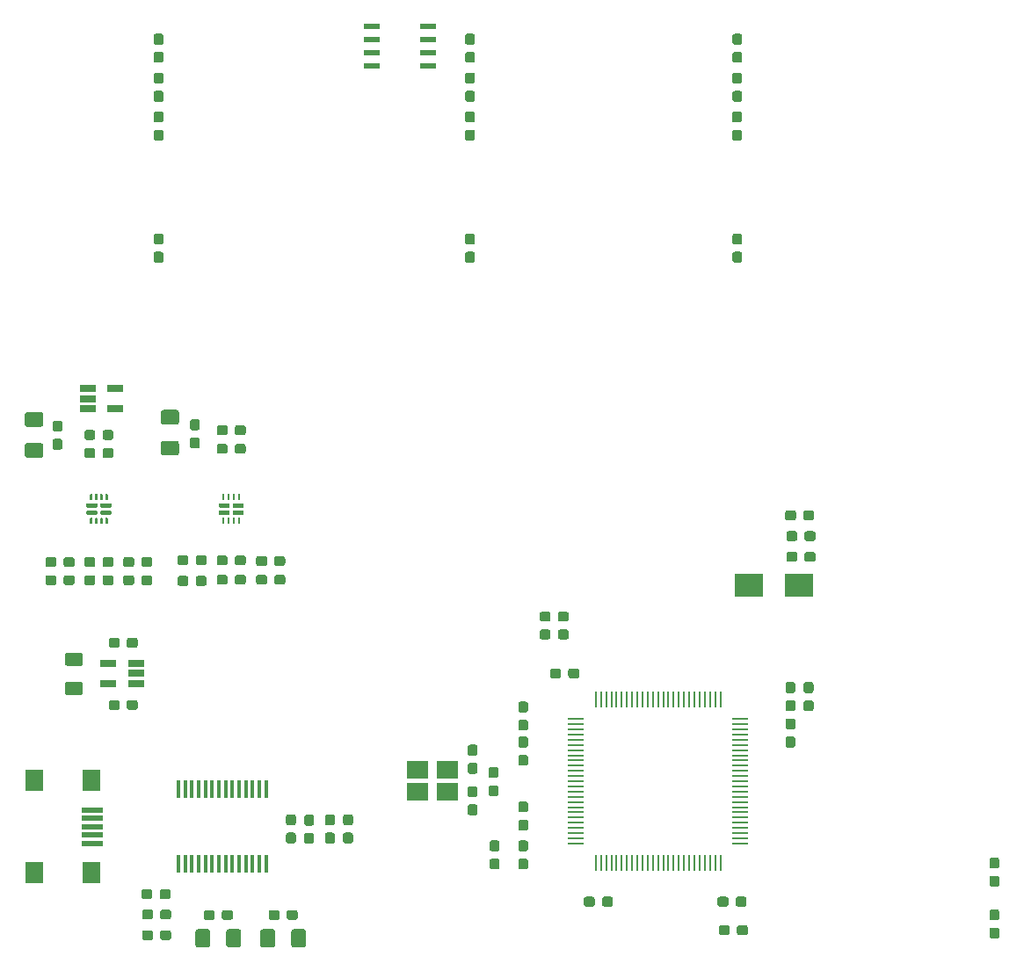
<source format=gbr>
G04 #@! TF.GenerationSoftware,KiCad,Pcbnew,5.0.2-bee76a0~70~ubuntu18.04.1*
G04 #@! TF.CreationDate,2019-09-08T18:43:56-04:00*
G04 #@! TF.ProjectId,Mother Board,4d6f7468-6572-4204-926f-6172642e6b69,rev?*
G04 #@! TF.SameCoordinates,Original*
G04 #@! TF.FileFunction,Paste,Top*
G04 #@! TF.FilePolarity,Positive*
%FSLAX46Y46*%
G04 Gerber Fmt 4.6, Leading zero omitted, Abs format (unit mm)*
G04 Created by KiCad (PCBNEW 5.0.2-bee76a0~70~ubuntu18.04.1) date Sun 08 Sep 2019 06:43:56 PM EDT*
%MOMM*%
%LPD*%
G01*
G04 APERTURE LIST*
%ADD10R,0.450000X1.750000*%
%ADD11R,1.700000X2.000000*%
%ADD12R,2.000000X0.500000*%
%ADD13C,0.100000*%
%ADD14C,1.425000*%
%ADD15C,0.950000*%
%ADD16R,2.800000X2.200000*%
%ADD17R,1.560000X0.650000*%
%ADD18C,0.200000*%
%ADD19C,0.400000*%
%ADD20R,1.550000X0.600000*%
%ADD21C,1.250000*%
%ADD22R,2.100000X1.725000*%
%ADD23R,1.500000X0.280000*%
%ADD24R,0.280000X1.500000*%
G04 APERTURE END LIST*
D10*
G04 #@! TO.C,U3*
X108365000Y-194100000D03*
X107715000Y-194100000D03*
X107065000Y-194100000D03*
X106415000Y-194100000D03*
X105765000Y-194100000D03*
X105115000Y-194100000D03*
X104465000Y-194100000D03*
X103815000Y-194100000D03*
X103165000Y-194100000D03*
X102515000Y-194100000D03*
X101865000Y-194100000D03*
X101215000Y-194100000D03*
X100565000Y-194100000D03*
X99915000Y-194100000D03*
X99915000Y-186900000D03*
X100565000Y-186900000D03*
X101215000Y-186900000D03*
X101865000Y-186900000D03*
X102515000Y-186900000D03*
X103165000Y-186900000D03*
X103815000Y-186900000D03*
X104465000Y-186900000D03*
X105115000Y-186900000D03*
X105765000Y-186900000D03*
X106415000Y-186900000D03*
X107065000Y-186900000D03*
X107715000Y-186900000D03*
X108365000Y-186900000D03*
G04 #@! TD*
D11*
G04 #@! TO.C,J2*
X86050000Y-194950000D03*
X91500000Y-194950000D03*
X86050000Y-186050000D03*
X91500000Y-186050000D03*
D12*
X91600000Y-192100000D03*
X91600000Y-191300000D03*
X91600000Y-190500000D03*
X91600000Y-189700000D03*
X91600000Y-188900000D03*
G04 #@! TD*
D13*
G04 #@! TO.C,D3*
G36*
X86649504Y-150551204D02*
X86673773Y-150554804D01*
X86697571Y-150560765D01*
X86720671Y-150569030D01*
X86742849Y-150579520D01*
X86763893Y-150592133D01*
X86783598Y-150606747D01*
X86801777Y-150623223D01*
X86818253Y-150641402D01*
X86832867Y-150661107D01*
X86845480Y-150682151D01*
X86855970Y-150704329D01*
X86864235Y-150727429D01*
X86870196Y-150751227D01*
X86873796Y-150775496D01*
X86875000Y-150800000D01*
X86875000Y-151725000D01*
X86873796Y-151749504D01*
X86870196Y-151773773D01*
X86864235Y-151797571D01*
X86855970Y-151820671D01*
X86845480Y-151842849D01*
X86832867Y-151863893D01*
X86818253Y-151883598D01*
X86801777Y-151901777D01*
X86783598Y-151918253D01*
X86763893Y-151932867D01*
X86742849Y-151945480D01*
X86720671Y-151955970D01*
X86697571Y-151964235D01*
X86673773Y-151970196D01*
X86649504Y-151973796D01*
X86625000Y-151975000D01*
X85375000Y-151975000D01*
X85350496Y-151973796D01*
X85326227Y-151970196D01*
X85302429Y-151964235D01*
X85279329Y-151955970D01*
X85257151Y-151945480D01*
X85236107Y-151932867D01*
X85216402Y-151918253D01*
X85198223Y-151901777D01*
X85181747Y-151883598D01*
X85167133Y-151863893D01*
X85154520Y-151842849D01*
X85144030Y-151820671D01*
X85135765Y-151797571D01*
X85129804Y-151773773D01*
X85126204Y-151749504D01*
X85125000Y-151725000D01*
X85125000Y-150800000D01*
X85126204Y-150775496D01*
X85129804Y-150751227D01*
X85135765Y-150727429D01*
X85144030Y-150704329D01*
X85154520Y-150682151D01*
X85167133Y-150661107D01*
X85181747Y-150641402D01*
X85198223Y-150623223D01*
X85216402Y-150606747D01*
X85236107Y-150592133D01*
X85257151Y-150579520D01*
X85279329Y-150569030D01*
X85302429Y-150560765D01*
X85326227Y-150554804D01*
X85350496Y-150551204D01*
X85375000Y-150550000D01*
X86625000Y-150550000D01*
X86649504Y-150551204D01*
X86649504Y-150551204D01*
G37*
D14*
X86000000Y-151262500D03*
D13*
G36*
X86649504Y-153526204D02*
X86673773Y-153529804D01*
X86697571Y-153535765D01*
X86720671Y-153544030D01*
X86742849Y-153554520D01*
X86763893Y-153567133D01*
X86783598Y-153581747D01*
X86801777Y-153598223D01*
X86818253Y-153616402D01*
X86832867Y-153636107D01*
X86845480Y-153657151D01*
X86855970Y-153679329D01*
X86864235Y-153702429D01*
X86870196Y-153726227D01*
X86873796Y-153750496D01*
X86875000Y-153775000D01*
X86875000Y-154700000D01*
X86873796Y-154724504D01*
X86870196Y-154748773D01*
X86864235Y-154772571D01*
X86855970Y-154795671D01*
X86845480Y-154817849D01*
X86832867Y-154838893D01*
X86818253Y-154858598D01*
X86801777Y-154876777D01*
X86783598Y-154893253D01*
X86763893Y-154907867D01*
X86742849Y-154920480D01*
X86720671Y-154930970D01*
X86697571Y-154939235D01*
X86673773Y-154945196D01*
X86649504Y-154948796D01*
X86625000Y-154950000D01*
X85375000Y-154950000D01*
X85350496Y-154948796D01*
X85326227Y-154945196D01*
X85302429Y-154939235D01*
X85279329Y-154930970D01*
X85257151Y-154920480D01*
X85236107Y-154907867D01*
X85216402Y-154893253D01*
X85198223Y-154876777D01*
X85181747Y-154858598D01*
X85167133Y-154838893D01*
X85154520Y-154817849D01*
X85144030Y-154795671D01*
X85135765Y-154772571D01*
X85129804Y-154748773D01*
X85126204Y-154724504D01*
X85125000Y-154700000D01*
X85125000Y-153775000D01*
X85126204Y-153750496D01*
X85129804Y-153726227D01*
X85135765Y-153702429D01*
X85144030Y-153679329D01*
X85154520Y-153657151D01*
X85167133Y-153636107D01*
X85181747Y-153616402D01*
X85198223Y-153598223D01*
X85216402Y-153581747D01*
X85236107Y-153567133D01*
X85257151Y-153554520D01*
X85279329Y-153544030D01*
X85302429Y-153535765D01*
X85326227Y-153529804D01*
X85350496Y-153526204D01*
X85375000Y-153525000D01*
X86625000Y-153525000D01*
X86649504Y-153526204D01*
X86649504Y-153526204D01*
G37*
D14*
X86000000Y-154237500D03*
G04 #@! TD*
D13*
G04 #@! TO.C,D4*
G36*
X99730289Y-150341365D02*
X99754558Y-150344965D01*
X99778356Y-150350926D01*
X99801456Y-150359191D01*
X99823634Y-150369681D01*
X99844678Y-150382294D01*
X99864383Y-150396908D01*
X99882562Y-150413384D01*
X99899038Y-150431563D01*
X99913652Y-150451268D01*
X99926265Y-150472312D01*
X99936755Y-150494490D01*
X99945020Y-150517590D01*
X99950981Y-150541388D01*
X99954581Y-150565657D01*
X99955785Y-150590161D01*
X99955785Y-151515161D01*
X99954581Y-151539665D01*
X99950981Y-151563934D01*
X99945020Y-151587732D01*
X99936755Y-151610832D01*
X99926265Y-151633010D01*
X99913652Y-151654054D01*
X99899038Y-151673759D01*
X99882562Y-151691938D01*
X99864383Y-151708414D01*
X99844678Y-151723028D01*
X99823634Y-151735641D01*
X99801456Y-151746131D01*
X99778356Y-151754396D01*
X99754558Y-151760357D01*
X99730289Y-151763957D01*
X99705785Y-151765161D01*
X98455785Y-151765161D01*
X98431281Y-151763957D01*
X98407012Y-151760357D01*
X98383214Y-151754396D01*
X98360114Y-151746131D01*
X98337936Y-151735641D01*
X98316892Y-151723028D01*
X98297187Y-151708414D01*
X98279008Y-151691938D01*
X98262532Y-151673759D01*
X98247918Y-151654054D01*
X98235305Y-151633010D01*
X98224815Y-151610832D01*
X98216550Y-151587732D01*
X98210589Y-151563934D01*
X98206989Y-151539665D01*
X98205785Y-151515161D01*
X98205785Y-150590161D01*
X98206989Y-150565657D01*
X98210589Y-150541388D01*
X98216550Y-150517590D01*
X98224815Y-150494490D01*
X98235305Y-150472312D01*
X98247918Y-150451268D01*
X98262532Y-150431563D01*
X98279008Y-150413384D01*
X98297187Y-150396908D01*
X98316892Y-150382294D01*
X98337936Y-150369681D01*
X98360114Y-150359191D01*
X98383214Y-150350926D01*
X98407012Y-150344965D01*
X98431281Y-150341365D01*
X98455785Y-150340161D01*
X99705785Y-150340161D01*
X99730289Y-150341365D01*
X99730289Y-150341365D01*
G37*
D14*
X99080785Y-151052661D03*
D13*
G36*
X99730289Y-153316365D02*
X99754558Y-153319965D01*
X99778356Y-153325926D01*
X99801456Y-153334191D01*
X99823634Y-153344681D01*
X99844678Y-153357294D01*
X99864383Y-153371908D01*
X99882562Y-153388384D01*
X99899038Y-153406563D01*
X99913652Y-153426268D01*
X99926265Y-153447312D01*
X99936755Y-153469490D01*
X99945020Y-153492590D01*
X99950981Y-153516388D01*
X99954581Y-153540657D01*
X99955785Y-153565161D01*
X99955785Y-154490161D01*
X99954581Y-154514665D01*
X99950981Y-154538934D01*
X99945020Y-154562732D01*
X99936755Y-154585832D01*
X99926265Y-154608010D01*
X99913652Y-154629054D01*
X99899038Y-154648759D01*
X99882562Y-154666938D01*
X99864383Y-154683414D01*
X99844678Y-154698028D01*
X99823634Y-154710641D01*
X99801456Y-154721131D01*
X99778356Y-154729396D01*
X99754558Y-154735357D01*
X99730289Y-154738957D01*
X99705785Y-154740161D01*
X98455785Y-154740161D01*
X98431281Y-154738957D01*
X98407012Y-154735357D01*
X98383214Y-154729396D01*
X98360114Y-154721131D01*
X98337936Y-154710641D01*
X98316892Y-154698028D01*
X98297187Y-154683414D01*
X98279008Y-154666938D01*
X98262532Y-154648759D01*
X98247918Y-154629054D01*
X98235305Y-154608010D01*
X98224815Y-154585832D01*
X98216550Y-154562732D01*
X98210589Y-154538934D01*
X98206989Y-154514665D01*
X98205785Y-154490161D01*
X98205785Y-153565161D01*
X98206989Y-153540657D01*
X98210589Y-153516388D01*
X98216550Y-153492590D01*
X98224815Y-153469490D01*
X98235305Y-153447312D01*
X98247918Y-153426268D01*
X98262532Y-153406563D01*
X98279008Y-153388384D01*
X98297187Y-153371908D01*
X98316892Y-153357294D01*
X98337936Y-153344681D01*
X98360114Y-153334191D01*
X98383214Y-153325926D01*
X98407012Y-153319965D01*
X98431281Y-153316365D01*
X98455785Y-153315161D01*
X99705785Y-153315161D01*
X99730289Y-153316365D01*
X99730289Y-153316365D01*
G37*
D14*
X99080785Y-154027661D03*
G04 #@! TD*
D13*
G04 #@! TO.C,R1*
G36*
X88510779Y-151381143D02*
X88533834Y-151384562D01*
X88556443Y-151390226D01*
X88578387Y-151398078D01*
X88599457Y-151408043D01*
X88619448Y-151420025D01*
X88638168Y-151433909D01*
X88655438Y-151449561D01*
X88671090Y-151466831D01*
X88684974Y-151485551D01*
X88696956Y-151505542D01*
X88706921Y-151526612D01*
X88714773Y-151548556D01*
X88720437Y-151571165D01*
X88723856Y-151594220D01*
X88725000Y-151617499D01*
X88725000Y-152192499D01*
X88723856Y-152215778D01*
X88720437Y-152238833D01*
X88714773Y-152261442D01*
X88706921Y-152283386D01*
X88696956Y-152304456D01*
X88684974Y-152324447D01*
X88671090Y-152343167D01*
X88655438Y-152360437D01*
X88638168Y-152376089D01*
X88619448Y-152389973D01*
X88599457Y-152401955D01*
X88578387Y-152411920D01*
X88556443Y-152419772D01*
X88533834Y-152425436D01*
X88510779Y-152428855D01*
X88487500Y-152429999D01*
X88012500Y-152429999D01*
X87989221Y-152428855D01*
X87966166Y-152425436D01*
X87943557Y-152419772D01*
X87921613Y-152411920D01*
X87900543Y-152401955D01*
X87880552Y-152389973D01*
X87861832Y-152376089D01*
X87844562Y-152360437D01*
X87828910Y-152343167D01*
X87815026Y-152324447D01*
X87803044Y-152304456D01*
X87793079Y-152283386D01*
X87785227Y-152261442D01*
X87779563Y-152238833D01*
X87776144Y-152215778D01*
X87775000Y-152192499D01*
X87775000Y-151617499D01*
X87776144Y-151594220D01*
X87779563Y-151571165D01*
X87785227Y-151548556D01*
X87793079Y-151526612D01*
X87803044Y-151505542D01*
X87815026Y-151485551D01*
X87828910Y-151466831D01*
X87844562Y-151449561D01*
X87861832Y-151433909D01*
X87880552Y-151420025D01*
X87900543Y-151408043D01*
X87921613Y-151398078D01*
X87943557Y-151390226D01*
X87966166Y-151384562D01*
X87989221Y-151381143D01*
X88012500Y-151379999D01*
X88487500Y-151379999D01*
X88510779Y-151381143D01*
X88510779Y-151381143D01*
G37*
D15*
X88250000Y-151904999D03*
D13*
G36*
X88510779Y-153131143D02*
X88533834Y-153134562D01*
X88556443Y-153140226D01*
X88578387Y-153148078D01*
X88599457Y-153158043D01*
X88619448Y-153170025D01*
X88638168Y-153183909D01*
X88655438Y-153199561D01*
X88671090Y-153216831D01*
X88684974Y-153235551D01*
X88696956Y-153255542D01*
X88706921Y-153276612D01*
X88714773Y-153298556D01*
X88720437Y-153321165D01*
X88723856Y-153344220D01*
X88725000Y-153367499D01*
X88725000Y-153942499D01*
X88723856Y-153965778D01*
X88720437Y-153988833D01*
X88714773Y-154011442D01*
X88706921Y-154033386D01*
X88696956Y-154054456D01*
X88684974Y-154074447D01*
X88671090Y-154093167D01*
X88655438Y-154110437D01*
X88638168Y-154126089D01*
X88619448Y-154139973D01*
X88599457Y-154151955D01*
X88578387Y-154161920D01*
X88556443Y-154169772D01*
X88533834Y-154175436D01*
X88510779Y-154178855D01*
X88487500Y-154179999D01*
X88012500Y-154179999D01*
X87989221Y-154178855D01*
X87966166Y-154175436D01*
X87943557Y-154169772D01*
X87921613Y-154161920D01*
X87900543Y-154151955D01*
X87880552Y-154139973D01*
X87861832Y-154126089D01*
X87844562Y-154110437D01*
X87828910Y-154093167D01*
X87815026Y-154074447D01*
X87803044Y-154054456D01*
X87793079Y-154033386D01*
X87785227Y-154011442D01*
X87779563Y-153988833D01*
X87776144Y-153965778D01*
X87775000Y-153942499D01*
X87775000Y-153367499D01*
X87776144Y-153344220D01*
X87779563Y-153321165D01*
X87785227Y-153298556D01*
X87793079Y-153276612D01*
X87803044Y-153255542D01*
X87815026Y-153235551D01*
X87828910Y-153216831D01*
X87844562Y-153199561D01*
X87861832Y-153183909D01*
X87880552Y-153170025D01*
X87900543Y-153158043D01*
X87921613Y-153148078D01*
X87943557Y-153140226D01*
X87966166Y-153134562D01*
X87989221Y-153131143D01*
X88012500Y-153129999D01*
X88487500Y-153129999D01*
X88510779Y-153131143D01*
X88510779Y-153131143D01*
G37*
D15*
X88250000Y-153654999D03*
G04 #@! TD*
D13*
G04 #@! TO.C,R2*
G36*
X101760779Y-151251144D02*
X101783834Y-151254563D01*
X101806443Y-151260227D01*
X101828387Y-151268079D01*
X101849457Y-151278044D01*
X101869448Y-151290026D01*
X101888168Y-151303910D01*
X101905438Y-151319562D01*
X101921090Y-151336832D01*
X101934974Y-151355552D01*
X101946956Y-151375543D01*
X101956921Y-151396613D01*
X101964773Y-151418557D01*
X101970437Y-151441166D01*
X101973856Y-151464221D01*
X101975000Y-151487500D01*
X101975000Y-152062500D01*
X101973856Y-152085779D01*
X101970437Y-152108834D01*
X101964773Y-152131443D01*
X101956921Y-152153387D01*
X101946956Y-152174457D01*
X101934974Y-152194448D01*
X101921090Y-152213168D01*
X101905438Y-152230438D01*
X101888168Y-152246090D01*
X101869448Y-152259974D01*
X101849457Y-152271956D01*
X101828387Y-152281921D01*
X101806443Y-152289773D01*
X101783834Y-152295437D01*
X101760779Y-152298856D01*
X101737500Y-152300000D01*
X101262500Y-152300000D01*
X101239221Y-152298856D01*
X101216166Y-152295437D01*
X101193557Y-152289773D01*
X101171613Y-152281921D01*
X101150543Y-152271956D01*
X101130552Y-152259974D01*
X101111832Y-152246090D01*
X101094562Y-152230438D01*
X101078910Y-152213168D01*
X101065026Y-152194448D01*
X101053044Y-152174457D01*
X101043079Y-152153387D01*
X101035227Y-152131443D01*
X101029563Y-152108834D01*
X101026144Y-152085779D01*
X101025000Y-152062500D01*
X101025000Y-151487500D01*
X101026144Y-151464221D01*
X101029563Y-151441166D01*
X101035227Y-151418557D01*
X101043079Y-151396613D01*
X101053044Y-151375543D01*
X101065026Y-151355552D01*
X101078910Y-151336832D01*
X101094562Y-151319562D01*
X101111832Y-151303910D01*
X101130552Y-151290026D01*
X101150543Y-151278044D01*
X101171613Y-151268079D01*
X101193557Y-151260227D01*
X101216166Y-151254563D01*
X101239221Y-151251144D01*
X101262500Y-151250000D01*
X101737500Y-151250000D01*
X101760779Y-151251144D01*
X101760779Y-151251144D01*
G37*
D15*
X101500000Y-151775000D03*
D13*
G36*
X101760779Y-153001144D02*
X101783834Y-153004563D01*
X101806443Y-153010227D01*
X101828387Y-153018079D01*
X101849457Y-153028044D01*
X101869448Y-153040026D01*
X101888168Y-153053910D01*
X101905438Y-153069562D01*
X101921090Y-153086832D01*
X101934974Y-153105552D01*
X101946956Y-153125543D01*
X101956921Y-153146613D01*
X101964773Y-153168557D01*
X101970437Y-153191166D01*
X101973856Y-153214221D01*
X101975000Y-153237500D01*
X101975000Y-153812500D01*
X101973856Y-153835779D01*
X101970437Y-153858834D01*
X101964773Y-153881443D01*
X101956921Y-153903387D01*
X101946956Y-153924457D01*
X101934974Y-153944448D01*
X101921090Y-153963168D01*
X101905438Y-153980438D01*
X101888168Y-153996090D01*
X101869448Y-154009974D01*
X101849457Y-154021956D01*
X101828387Y-154031921D01*
X101806443Y-154039773D01*
X101783834Y-154045437D01*
X101760779Y-154048856D01*
X101737500Y-154050000D01*
X101262500Y-154050000D01*
X101239221Y-154048856D01*
X101216166Y-154045437D01*
X101193557Y-154039773D01*
X101171613Y-154031921D01*
X101150543Y-154021956D01*
X101130552Y-154009974D01*
X101111832Y-153996090D01*
X101094562Y-153980438D01*
X101078910Y-153963168D01*
X101065026Y-153944448D01*
X101053044Y-153924457D01*
X101043079Y-153903387D01*
X101035227Y-153881443D01*
X101029563Y-153858834D01*
X101026144Y-153835779D01*
X101025000Y-153812500D01*
X101025000Y-153237500D01*
X101026144Y-153214221D01*
X101029563Y-153191166D01*
X101035227Y-153168557D01*
X101043079Y-153146613D01*
X101053044Y-153125543D01*
X101065026Y-153105552D01*
X101078910Y-153086832D01*
X101094562Y-153069562D01*
X101111832Y-153053910D01*
X101130552Y-153040026D01*
X101150543Y-153028044D01*
X101171613Y-153018079D01*
X101193557Y-153010227D01*
X101216166Y-153004563D01*
X101239221Y-153001144D01*
X101262500Y-153000000D01*
X101737500Y-153000000D01*
X101760779Y-153001144D01*
X101760779Y-153001144D01*
G37*
D15*
X101500000Y-153525000D03*
G04 #@! TD*
D13*
G04 #@! TO.C,R3*
G36*
X159310779Y-164026144D02*
X159333834Y-164029563D01*
X159356443Y-164035227D01*
X159378387Y-164043079D01*
X159399457Y-164053044D01*
X159419448Y-164065026D01*
X159438168Y-164078910D01*
X159455438Y-164094562D01*
X159471090Y-164111832D01*
X159484974Y-164130552D01*
X159496956Y-164150543D01*
X159506921Y-164171613D01*
X159514773Y-164193557D01*
X159520437Y-164216166D01*
X159523856Y-164239221D01*
X159525000Y-164262500D01*
X159525000Y-164737500D01*
X159523856Y-164760779D01*
X159520437Y-164783834D01*
X159514773Y-164806443D01*
X159506921Y-164828387D01*
X159496956Y-164849457D01*
X159484974Y-164869448D01*
X159471090Y-164888168D01*
X159455438Y-164905438D01*
X159438168Y-164921090D01*
X159419448Y-164934974D01*
X159399457Y-164946956D01*
X159378387Y-164956921D01*
X159356443Y-164964773D01*
X159333834Y-164970437D01*
X159310779Y-164973856D01*
X159287500Y-164975000D01*
X158712500Y-164975000D01*
X158689221Y-164973856D01*
X158666166Y-164970437D01*
X158643557Y-164964773D01*
X158621613Y-164956921D01*
X158600543Y-164946956D01*
X158580552Y-164934974D01*
X158561832Y-164921090D01*
X158544562Y-164905438D01*
X158528910Y-164888168D01*
X158515026Y-164869448D01*
X158503044Y-164849457D01*
X158493079Y-164828387D01*
X158485227Y-164806443D01*
X158479563Y-164783834D01*
X158476144Y-164760779D01*
X158475000Y-164737500D01*
X158475000Y-164262500D01*
X158476144Y-164239221D01*
X158479563Y-164216166D01*
X158485227Y-164193557D01*
X158493079Y-164171613D01*
X158503044Y-164150543D01*
X158515026Y-164130552D01*
X158528910Y-164111832D01*
X158544562Y-164094562D01*
X158561832Y-164078910D01*
X158580552Y-164065026D01*
X158600543Y-164053044D01*
X158621613Y-164043079D01*
X158643557Y-164035227D01*
X158666166Y-164029563D01*
X158689221Y-164026144D01*
X158712500Y-164025000D01*
X159287500Y-164025000D01*
X159310779Y-164026144D01*
X159310779Y-164026144D01*
G37*
D15*
X159000000Y-164500000D03*
D13*
G36*
X161060779Y-164026144D02*
X161083834Y-164029563D01*
X161106443Y-164035227D01*
X161128387Y-164043079D01*
X161149457Y-164053044D01*
X161169448Y-164065026D01*
X161188168Y-164078910D01*
X161205438Y-164094562D01*
X161221090Y-164111832D01*
X161234974Y-164130552D01*
X161246956Y-164150543D01*
X161256921Y-164171613D01*
X161264773Y-164193557D01*
X161270437Y-164216166D01*
X161273856Y-164239221D01*
X161275000Y-164262500D01*
X161275000Y-164737500D01*
X161273856Y-164760779D01*
X161270437Y-164783834D01*
X161264773Y-164806443D01*
X161256921Y-164828387D01*
X161246956Y-164849457D01*
X161234974Y-164869448D01*
X161221090Y-164888168D01*
X161205438Y-164905438D01*
X161188168Y-164921090D01*
X161169448Y-164934974D01*
X161149457Y-164946956D01*
X161128387Y-164956921D01*
X161106443Y-164964773D01*
X161083834Y-164970437D01*
X161060779Y-164973856D01*
X161037500Y-164975000D01*
X160462500Y-164975000D01*
X160439221Y-164973856D01*
X160416166Y-164970437D01*
X160393557Y-164964773D01*
X160371613Y-164956921D01*
X160350543Y-164946956D01*
X160330552Y-164934974D01*
X160311832Y-164921090D01*
X160294562Y-164905438D01*
X160278910Y-164888168D01*
X160265026Y-164869448D01*
X160253044Y-164849457D01*
X160243079Y-164828387D01*
X160235227Y-164806443D01*
X160229563Y-164783834D01*
X160226144Y-164760779D01*
X160225000Y-164737500D01*
X160225000Y-164262500D01*
X160226144Y-164239221D01*
X160229563Y-164216166D01*
X160235227Y-164193557D01*
X160243079Y-164171613D01*
X160253044Y-164150543D01*
X160265026Y-164130552D01*
X160278910Y-164111832D01*
X160294562Y-164094562D01*
X160311832Y-164078910D01*
X160330552Y-164065026D01*
X160350543Y-164053044D01*
X160371613Y-164043079D01*
X160393557Y-164035227D01*
X160416166Y-164029563D01*
X160439221Y-164026144D01*
X160462500Y-164025000D01*
X161037500Y-164025000D01*
X161060779Y-164026144D01*
X161060779Y-164026144D01*
G37*
D15*
X160750000Y-164500000D03*
G04 #@! TD*
D13*
G04 #@! TO.C,R4*
G36*
X159310779Y-162026144D02*
X159333834Y-162029563D01*
X159356443Y-162035227D01*
X159378387Y-162043079D01*
X159399457Y-162053044D01*
X159419448Y-162065026D01*
X159438168Y-162078910D01*
X159455438Y-162094562D01*
X159471090Y-162111832D01*
X159484974Y-162130552D01*
X159496956Y-162150543D01*
X159506921Y-162171613D01*
X159514773Y-162193557D01*
X159520437Y-162216166D01*
X159523856Y-162239221D01*
X159525000Y-162262500D01*
X159525000Y-162737500D01*
X159523856Y-162760779D01*
X159520437Y-162783834D01*
X159514773Y-162806443D01*
X159506921Y-162828387D01*
X159496956Y-162849457D01*
X159484974Y-162869448D01*
X159471090Y-162888168D01*
X159455438Y-162905438D01*
X159438168Y-162921090D01*
X159419448Y-162934974D01*
X159399457Y-162946956D01*
X159378387Y-162956921D01*
X159356443Y-162964773D01*
X159333834Y-162970437D01*
X159310779Y-162973856D01*
X159287500Y-162975000D01*
X158712500Y-162975000D01*
X158689221Y-162973856D01*
X158666166Y-162970437D01*
X158643557Y-162964773D01*
X158621613Y-162956921D01*
X158600543Y-162946956D01*
X158580552Y-162934974D01*
X158561832Y-162921090D01*
X158544562Y-162905438D01*
X158528910Y-162888168D01*
X158515026Y-162869448D01*
X158503044Y-162849457D01*
X158493079Y-162828387D01*
X158485227Y-162806443D01*
X158479563Y-162783834D01*
X158476144Y-162760779D01*
X158475000Y-162737500D01*
X158475000Y-162262500D01*
X158476144Y-162239221D01*
X158479563Y-162216166D01*
X158485227Y-162193557D01*
X158493079Y-162171613D01*
X158503044Y-162150543D01*
X158515026Y-162130552D01*
X158528910Y-162111832D01*
X158544562Y-162094562D01*
X158561832Y-162078910D01*
X158580552Y-162065026D01*
X158600543Y-162053044D01*
X158621613Y-162043079D01*
X158643557Y-162035227D01*
X158666166Y-162029563D01*
X158689221Y-162026144D01*
X158712500Y-162025000D01*
X159287500Y-162025000D01*
X159310779Y-162026144D01*
X159310779Y-162026144D01*
G37*
D15*
X159000000Y-162500000D03*
D13*
G36*
X161060779Y-162026144D02*
X161083834Y-162029563D01*
X161106443Y-162035227D01*
X161128387Y-162043079D01*
X161149457Y-162053044D01*
X161169448Y-162065026D01*
X161188168Y-162078910D01*
X161205438Y-162094562D01*
X161221090Y-162111832D01*
X161234974Y-162130552D01*
X161246956Y-162150543D01*
X161256921Y-162171613D01*
X161264773Y-162193557D01*
X161270437Y-162216166D01*
X161273856Y-162239221D01*
X161275000Y-162262500D01*
X161275000Y-162737500D01*
X161273856Y-162760779D01*
X161270437Y-162783834D01*
X161264773Y-162806443D01*
X161256921Y-162828387D01*
X161246956Y-162849457D01*
X161234974Y-162869448D01*
X161221090Y-162888168D01*
X161205438Y-162905438D01*
X161188168Y-162921090D01*
X161169448Y-162934974D01*
X161149457Y-162946956D01*
X161128387Y-162956921D01*
X161106443Y-162964773D01*
X161083834Y-162970437D01*
X161060779Y-162973856D01*
X161037500Y-162975000D01*
X160462500Y-162975000D01*
X160439221Y-162973856D01*
X160416166Y-162970437D01*
X160393557Y-162964773D01*
X160371613Y-162956921D01*
X160350543Y-162946956D01*
X160330552Y-162934974D01*
X160311832Y-162921090D01*
X160294562Y-162905438D01*
X160278910Y-162888168D01*
X160265026Y-162869448D01*
X160253044Y-162849457D01*
X160243079Y-162828387D01*
X160235227Y-162806443D01*
X160229563Y-162783834D01*
X160226144Y-162760779D01*
X160225000Y-162737500D01*
X160225000Y-162262500D01*
X160226144Y-162239221D01*
X160229563Y-162216166D01*
X160235227Y-162193557D01*
X160243079Y-162171613D01*
X160253044Y-162150543D01*
X160265026Y-162130552D01*
X160278910Y-162111832D01*
X160294562Y-162094562D01*
X160311832Y-162078910D01*
X160330552Y-162065026D01*
X160350543Y-162053044D01*
X160371613Y-162043079D01*
X160393557Y-162035227D01*
X160416166Y-162029563D01*
X160439221Y-162026144D01*
X160462500Y-162025000D01*
X161037500Y-162025000D01*
X161060779Y-162026144D01*
X161060779Y-162026144D01*
G37*
D15*
X160750000Y-162500000D03*
G04 #@! TD*
D13*
G04 #@! TO.C,R5*
G36*
X130510779Y-186507056D02*
X130533834Y-186510475D01*
X130556443Y-186516139D01*
X130578387Y-186523991D01*
X130599457Y-186533956D01*
X130619448Y-186545938D01*
X130638168Y-186559822D01*
X130655438Y-186575474D01*
X130671090Y-186592744D01*
X130684974Y-186611464D01*
X130696956Y-186631455D01*
X130706921Y-186652525D01*
X130714773Y-186674469D01*
X130720437Y-186697078D01*
X130723856Y-186720133D01*
X130725000Y-186743412D01*
X130725000Y-187318412D01*
X130723856Y-187341691D01*
X130720437Y-187364746D01*
X130714773Y-187387355D01*
X130706921Y-187409299D01*
X130696956Y-187430369D01*
X130684974Y-187450360D01*
X130671090Y-187469080D01*
X130655438Y-187486350D01*
X130638168Y-187502002D01*
X130619448Y-187515886D01*
X130599457Y-187527868D01*
X130578387Y-187537833D01*
X130556443Y-187545685D01*
X130533834Y-187551349D01*
X130510779Y-187554768D01*
X130487500Y-187555912D01*
X130012500Y-187555912D01*
X129989221Y-187554768D01*
X129966166Y-187551349D01*
X129943557Y-187545685D01*
X129921613Y-187537833D01*
X129900543Y-187527868D01*
X129880552Y-187515886D01*
X129861832Y-187502002D01*
X129844562Y-187486350D01*
X129828910Y-187469080D01*
X129815026Y-187450360D01*
X129803044Y-187430369D01*
X129793079Y-187409299D01*
X129785227Y-187387355D01*
X129779563Y-187364746D01*
X129776144Y-187341691D01*
X129775000Y-187318412D01*
X129775000Y-186743412D01*
X129776144Y-186720133D01*
X129779563Y-186697078D01*
X129785227Y-186674469D01*
X129793079Y-186652525D01*
X129803044Y-186631455D01*
X129815026Y-186611464D01*
X129828910Y-186592744D01*
X129844562Y-186575474D01*
X129861832Y-186559822D01*
X129880552Y-186545938D01*
X129900543Y-186533956D01*
X129921613Y-186523991D01*
X129943557Y-186516139D01*
X129966166Y-186510475D01*
X129989221Y-186507056D01*
X130012500Y-186505912D01*
X130487500Y-186505912D01*
X130510779Y-186507056D01*
X130510779Y-186507056D01*
G37*
D15*
X130250000Y-187030912D03*
D13*
G36*
X130510779Y-184757056D02*
X130533834Y-184760475D01*
X130556443Y-184766139D01*
X130578387Y-184773991D01*
X130599457Y-184783956D01*
X130619448Y-184795938D01*
X130638168Y-184809822D01*
X130655438Y-184825474D01*
X130671090Y-184842744D01*
X130684974Y-184861464D01*
X130696956Y-184881455D01*
X130706921Y-184902525D01*
X130714773Y-184924469D01*
X130720437Y-184947078D01*
X130723856Y-184970133D01*
X130725000Y-184993412D01*
X130725000Y-185568412D01*
X130723856Y-185591691D01*
X130720437Y-185614746D01*
X130714773Y-185637355D01*
X130706921Y-185659299D01*
X130696956Y-185680369D01*
X130684974Y-185700360D01*
X130671090Y-185719080D01*
X130655438Y-185736350D01*
X130638168Y-185752002D01*
X130619448Y-185765886D01*
X130599457Y-185777868D01*
X130578387Y-185787833D01*
X130556443Y-185795685D01*
X130533834Y-185801349D01*
X130510779Y-185804768D01*
X130487500Y-185805912D01*
X130012500Y-185805912D01*
X129989221Y-185804768D01*
X129966166Y-185801349D01*
X129943557Y-185795685D01*
X129921613Y-185787833D01*
X129900543Y-185777868D01*
X129880552Y-185765886D01*
X129861832Y-185752002D01*
X129844562Y-185736350D01*
X129828910Y-185719080D01*
X129815026Y-185700360D01*
X129803044Y-185680369D01*
X129793079Y-185659299D01*
X129785227Y-185637355D01*
X129779563Y-185614746D01*
X129776144Y-185591691D01*
X129775000Y-185568412D01*
X129775000Y-184993412D01*
X129776144Y-184970133D01*
X129779563Y-184947078D01*
X129785227Y-184924469D01*
X129793079Y-184902525D01*
X129803044Y-184881455D01*
X129815026Y-184861464D01*
X129828910Y-184842744D01*
X129844562Y-184825474D01*
X129861832Y-184809822D01*
X129880552Y-184795938D01*
X129900543Y-184783956D01*
X129921613Y-184773991D01*
X129943557Y-184766139D01*
X129966166Y-184760475D01*
X129989221Y-184757056D01*
X130012500Y-184755912D01*
X130487500Y-184755912D01*
X130510779Y-184757056D01*
X130510779Y-184757056D01*
G37*
D15*
X130250000Y-185280912D03*
G04 #@! TD*
D13*
G04 #@! TO.C,R6*
G36*
X178760779Y-200226144D02*
X178783834Y-200229563D01*
X178806443Y-200235227D01*
X178828387Y-200243079D01*
X178849457Y-200253044D01*
X178869448Y-200265026D01*
X178888168Y-200278910D01*
X178905438Y-200294562D01*
X178921090Y-200311832D01*
X178934974Y-200330552D01*
X178946956Y-200350543D01*
X178956921Y-200371613D01*
X178964773Y-200393557D01*
X178970437Y-200416166D01*
X178973856Y-200439221D01*
X178975000Y-200462500D01*
X178975000Y-201037500D01*
X178973856Y-201060779D01*
X178970437Y-201083834D01*
X178964773Y-201106443D01*
X178956921Y-201128387D01*
X178946956Y-201149457D01*
X178934974Y-201169448D01*
X178921090Y-201188168D01*
X178905438Y-201205438D01*
X178888168Y-201221090D01*
X178869448Y-201234974D01*
X178849457Y-201246956D01*
X178828387Y-201256921D01*
X178806443Y-201264773D01*
X178783834Y-201270437D01*
X178760779Y-201273856D01*
X178737500Y-201275000D01*
X178262500Y-201275000D01*
X178239221Y-201273856D01*
X178216166Y-201270437D01*
X178193557Y-201264773D01*
X178171613Y-201256921D01*
X178150543Y-201246956D01*
X178130552Y-201234974D01*
X178111832Y-201221090D01*
X178094562Y-201205438D01*
X178078910Y-201188168D01*
X178065026Y-201169448D01*
X178053044Y-201149457D01*
X178043079Y-201128387D01*
X178035227Y-201106443D01*
X178029563Y-201083834D01*
X178026144Y-201060779D01*
X178025000Y-201037500D01*
X178025000Y-200462500D01*
X178026144Y-200439221D01*
X178029563Y-200416166D01*
X178035227Y-200393557D01*
X178043079Y-200371613D01*
X178053044Y-200350543D01*
X178065026Y-200330552D01*
X178078910Y-200311832D01*
X178094562Y-200294562D01*
X178111832Y-200278910D01*
X178130552Y-200265026D01*
X178150543Y-200253044D01*
X178171613Y-200243079D01*
X178193557Y-200235227D01*
X178216166Y-200229563D01*
X178239221Y-200226144D01*
X178262500Y-200225000D01*
X178737500Y-200225000D01*
X178760779Y-200226144D01*
X178760779Y-200226144D01*
G37*
D15*
X178500000Y-200750000D03*
D13*
G36*
X178760779Y-198476144D02*
X178783834Y-198479563D01*
X178806443Y-198485227D01*
X178828387Y-198493079D01*
X178849457Y-198503044D01*
X178869448Y-198515026D01*
X178888168Y-198528910D01*
X178905438Y-198544562D01*
X178921090Y-198561832D01*
X178934974Y-198580552D01*
X178946956Y-198600543D01*
X178956921Y-198621613D01*
X178964773Y-198643557D01*
X178970437Y-198666166D01*
X178973856Y-198689221D01*
X178975000Y-198712500D01*
X178975000Y-199287500D01*
X178973856Y-199310779D01*
X178970437Y-199333834D01*
X178964773Y-199356443D01*
X178956921Y-199378387D01*
X178946956Y-199399457D01*
X178934974Y-199419448D01*
X178921090Y-199438168D01*
X178905438Y-199455438D01*
X178888168Y-199471090D01*
X178869448Y-199484974D01*
X178849457Y-199496956D01*
X178828387Y-199506921D01*
X178806443Y-199514773D01*
X178783834Y-199520437D01*
X178760779Y-199523856D01*
X178737500Y-199525000D01*
X178262500Y-199525000D01*
X178239221Y-199523856D01*
X178216166Y-199520437D01*
X178193557Y-199514773D01*
X178171613Y-199506921D01*
X178150543Y-199496956D01*
X178130552Y-199484974D01*
X178111832Y-199471090D01*
X178094562Y-199455438D01*
X178078910Y-199438168D01*
X178065026Y-199419448D01*
X178053044Y-199399457D01*
X178043079Y-199378387D01*
X178035227Y-199356443D01*
X178029563Y-199333834D01*
X178026144Y-199310779D01*
X178025000Y-199287500D01*
X178025000Y-198712500D01*
X178026144Y-198689221D01*
X178029563Y-198666166D01*
X178035227Y-198643557D01*
X178043079Y-198621613D01*
X178053044Y-198600543D01*
X178065026Y-198580552D01*
X178078910Y-198561832D01*
X178094562Y-198544562D01*
X178111832Y-198528910D01*
X178130552Y-198515026D01*
X178150543Y-198503044D01*
X178171613Y-198493079D01*
X178193557Y-198485227D01*
X178216166Y-198479563D01*
X178239221Y-198476144D01*
X178262500Y-198475000D01*
X178737500Y-198475000D01*
X178760779Y-198476144D01*
X178760779Y-198476144D01*
G37*
D15*
X178500000Y-199000000D03*
G04 #@! TD*
D13*
G04 #@! TO.C,R7*
G36*
X178760779Y-195226144D02*
X178783834Y-195229563D01*
X178806443Y-195235227D01*
X178828387Y-195243079D01*
X178849457Y-195253044D01*
X178869448Y-195265026D01*
X178888168Y-195278910D01*
X178905438Y-195294562D01*
X178921090Y-195311832D01*
X178934974Y-195330552D01*
X178946956Y-195350543D01*
X178956921Y-195371613D01*
X178964773Y-195393557D01*
X178970437Y-195416166D01*
X178973856Y-195439221D01*
X178975000Y-195462500D01*
X178975000Y-196037500D01*
X178973856Y-196060779D01*
X178970437Y-196083834D01*
X178964773Y-196106443D01*
X178956921Y-196128387D01*
X178946956Y-196149457D01*
X178934974Y-196169448D01*
X178921090Y-196188168D01*
X178905438Y-196205438D01*
X178888168Y-196221090D01*
X178869448Y-196234974D01*
X178849457Y-196246956D01*
X178828387Y-196256921D01*
X178806443Y-196264773D01*
X178783834Y-196270437D01*
X178760779Y-196273856D01*
X178737500Y-196275000D01*
X178262500Y-196275000D01*
X178239221Y-196273856D01*
X178216166Y-196270437D01*
X178193557Y-196264773D01*
X178171613Y-196256921D01*
X178150543Y-196246956D01*
X178130552Y-196234974D01*
X178111832Y-196221090D01*
X178094562Y-196205438D01*
X178078910Y-196188168D01*
X178065026Y-196169448D01*
X178053044Y-196149457D01*
X178043079Y-196128387D01*
X178035227Y-196106443D01*
X178029563Y-196083834D01*
X178026144Y-196060779D01*
X178025000Y-196037500D01*
X178025000Y-195462500D01*
X178026144Y-195439221D01*
X178029563Y-195416166D01*
X178035227Y-195393557D01*
X178043079Y-195371613D01*
X178053044Y-195350543D01*
X178065026Y-195330552D01*
X178078910Y-195311832D01*
X178094562Y-195294562D01*
X178111832Y-195278910D01*
X178130552Y-195265026D01*
X178150543Y-195253044D01*
X178171613Y-195243079D01*
X178193557Y-195235227D01*
X178216166Y-195229563D01*
X178239221Y-195226144D01*
X178262500Y-195225000D01*
X178737500Y-195225000D01*
X178760779Y-195226144D01*
X178760779Y-195226144D01*
G37*
D15*
X178500000Y-195750000D03*
D13*
G36*
X178760779Y-193476144D02*
X178783834Y-193479563D01*
X178806443Y-193485227D01*
X178828387Y-193493079D01*
X178849457Y-193503044D01*
X178869448Y-193515026D01*
X178888168Y-193528910D01*
X178905438Y-193544562D01*
X178921090Y-193561832D01*
X178934974Y-193580552D01*
X178946956Y-193600543D01*
X178956921Y-193621613D01*
X178964773Y-193643557D01*
X178970437Y-193666166D01*
X178973856Y-193689221D01*
X178975000Y-193712500D01*
X178975000Y-194287500D01*
X178973856Y-194310779D01*
X178970437Y-194333834D01*
X178964773Y-194356443D01*
X178956921Y-194378387D01*
X178946956Y-194399457D01*
X178934974Y-194419448D01*
X178921090Y-194438168D01*
X178905438Y-194455438D01*
X178888168Y-194471090D01*
X178869448Y-194484974D01*
X178849457Y-194496956D01*
X178828387Y-194506921D01*
X178806443Y-194514773D01*
X178783834Y-194520437D01*
X178760779Y-194523856D01*
X178737500Y-194525000D01*
X178262500Y-194525000D01*
X178239221Y-194523856D01*
X178216166Y-194520437D01*
X178193557Y-194514773D01*
X178171613Y-194506921D01*
X178150543Y-194496956D01*
X178130552Y-194484974D01*
X178111832Y-194471090D01*
X178094562Y-194455438D01*
X178078910Y-194438168D01*
X178065026Y-194419448D01*
X178053044Y-194399457D01*
X178043079Y-194378387D01*
X178035227Y-194356443D01*
X178029563Y-194333834D01*
X178026144Y-194310779D01*
X178025000Y-194287500D01*
X178025000Y-193712500D01*
X178026144Y-193689221D01*
X178029563Y-193666166D01*
X178035227Y-193643557D01*
X178043079Y-193621613D01*
X178053044Y-193600543D01*
X178065026Y-193580552D01*
X178078910Y-193561832D01*
X178094562Y-193544562D01*
X178111832Y-193528910D01*
X178130552Y-193515026D01*
X178150543Y-193503044D01*
X178171613Y-193493079D01*
X178193557Y-193485227D01*
X178216166Y-193479563D01*
X178239221Y-193476144D01*
X178262500Y-193475000D01*
X178737500Y-193475000D01*
X178760779Y-193476144D01*
X178760779Y-193476144D01*
G37*
D15*
X178500000Y-194000000D03*
G04 #@! TD*
D13*
G04 #@! TO.C,R8*
G36*
X135547653Y-171497056D02*
X135570708Y-171500475D01*
X135593317Y-171506139D01*
X135615261Y-171513991D01*
X135636331Y-171523956D01*
X135656322Y-171535938D01*
X135675042Y-171549822D01*
X135692312Y-171565474D01*
X135707964Y-171582744D01*
X135721848Y-171601464D01*
X135733830Y-171621455D01*
X135743795Y-171642525D01*
X135751647Y-171664469D01*
X135757311Y-171687078D01*
X135760730Y-171710133D01*
X135761874Y-171733412D01*
X135761874Y-172208412D01*
X135760730Y-172231691D01*
X135757311Y-172254746D01*
X135751647Y-172277355D01*
X135743795Y-172299299D01*
X135733830Y-172320369D01*
X135721848Y-172340360D01*
X135707964Y-172359080D01*
X135692312Y-172376350D01*
X135675042Y-172392002D01*
X135656322Y-172405886D01*
X135636331Y-172417868D01*
X135615261Y-172427833D01*
X135593317Y-172435685D01*
X135570708Y-172441349D01*
X135547653Y-172444768D01*
X135524374Y-172445912D01*
X134949374Y-172445912D01*
X134926095Y-172444768D01*
X134903040Y-172441349D01*
X134880431Y-172435685D01*
X134858487Y-172427833D01*
X134837417Y-172417868D01*
X134817426Y-172405886D01*
X134798706Y-172392002D01*
X134781436Y-172376350D01*
X134765784Y-172359080D01*
X134751900Y-172340360D01*
X134739918Y-172320369D01*
X134729953Y-172299299D01*
X134722101Y-172277355D01*
X134716437Y-172254746D01*
X134713018Y-172231691D01*
X134711874Y-172208412D01*
X134711874Y-171733412D01*
X134713018Y-171710133D01*
X134716437Y-171687078D01*
X134722101Y-171664469D01*
X134729953Y-171642525D01*
X134739918Y-171621455D01*
X134751900Y-171601464D01*
X134765784Y-171582744D01*
X134781436Y-171565474D01*
X134798706Y-171549822D01*
X134817426Y-171535938D01*
X134837417Y-171523956D01*
X134858487Y-171513991D01*
X134880431Y-171506139D01*
X134903040Y-171500475D01*
X134926095Y-171497056D01*
X134949374Y-171495912D01*
X135524374Y-171495912D01*
X135547653Y-171497056D01*
X135547653Y-171497056D01*
G37*
D15*
X135236874Y-171970912D03*
D13*
G36*
X137297653Y-171497056D02*
X137320708Y-171500475D01*
X137343317Y-171506139D01*
X137365261Y-171513991D01*
X137386331Y-171523956D01*
X137406322Y-171535938D01*
X137425042Y-171549822D01*
X137442312Y-171565474D01*
X137457964Y-171582744D01*
X137471848Y-171601464D01*
X137483830Y-171621455D01*
X137493795Y-171642525D01*
X137501647Y-171664469D01*
X137507311Y-171687078D01*
X137510730Y-171710133D01*
X137511874Y-171733412D01*
X137511874Y-172208412D01*
X137510730Y-172231691D01*
X137507311Y-172254746D01*
X137501647Y-172277355D01*
X137493795Y-172299299D01*
X137483830Y-172320369D01*
X137471848Y-172340360D01*
X137457964Y-172359080D01*
X137442312Y-172376350D01*
X137425042Y-172392002D01*
X137406322Y-172405886D01*
X137386331Y-172417868D01*
X137365261Y-172427833D01*
X137343317Y-172435685D01*
X137320708Y-172441349D01*
X137297653Y-172444768D01*
X137274374Y-172445912D01*
X136699374Y-172445912D01*
X136676095Y-172444768D01*
X136653040Y-172441349D01*
X136630431Y-172435685D01*
X136608487Y-172427833D01*
X136587417Y-172417868D01*
X136567426Y-172405886D01*
X136548706Y-172392002D01*
X136531436Y-172376350D01*
X136515784Y-172359080D01*
X136501900Y-172340360D01*
X136489918Y-172320369D01*
X136479953Y-172299299D01*
X136472101Y-172277355D01*
X136466437Y-172254746D01*
X136463018Y-172231691D01*
X136461874Y-172208412D01*
X136461874Y-171733412D01*
X136463018Y-171710133D01*
X136466437Y-171687078D01*
X136472101Y-171664469D01*
X136479953Y-171642525D01*
X136489918Y-171621455D01*
X136501900Y-171601464D01*
X136515784Y-171582744D01*
X136531436Y-171565474D01*
X136548706Y-171549822D01*
X136567426Y-171535938D01*
X136587417Y-171523956D01*
X136608487Y-171513991D01*
X136630431Y-171506139D01*
X136653040Y-171500475D01*
X136676095Y-171497056D01*
X136699374Y-171495912D01*
X137274374Y-171495912D01*
X137297653Y-171497056D01*
X137297653Y-171497056D01*
G37*
D15*
X136986874Y-171970912D03*
G04 #@! TD*
D13*
G04 #@! TO.C,R9*
G36*
X135547653Y-169797056D02*
X135570708Y-169800475D01*
X135593317Y-169806139D01*
X135615261Y-169813991D01*
X135636331Y-169823956D01*
X135656322Y-169835938D01*
X135675042Y-169849822D01*
X135692312Y-169865474D01*
X135707964Y-169882744D01*
X135721848Y-169901464D01*
X135733830Y-169921455D01*
X135743795Y-169942525D01*
X135751647Y-169964469D01*
X135757311Y-169987078D01*
X135760730Y-170010133D01*
X135761874Y-170033412D01*
X135761874Y-170508412D01*
X135760730Y-170531691D01*
X135757311Y-170554746D01*
X135751647Y-170577355D01*
X135743795Y-170599299D01*
X135733830Y-170620369D01*
X135721848Y-170640360D01*
X135707964Y-170659080D01*
X135692312Y-170676350D01*
X135675042Y-170692002D01*
X135656322Y-170705886D01*
X135636331Y-170717868D01*
X135615261Y-170727833D01*
X135593317Y-170735685D01*
X135570708Y-170741349D01*
X135547653Y-170744768D01*
X135524374Y-170745912D01*
X134949374Y-170745912D01*
X134926095Y-170744768D01*
X134903040Y-170741349D01*
X134880431Y-170735685D01*
X134858487Y-170727833D01*
X134837417Y-170717868D01*
X134817426Y-170705886D01*
X134798706Y-170692002D01*
X134781436Y-170676350D01*
X134765784Y-170659080D01*
X134751900Y-170640360D01*
X134739918Y-170620369D01*
X134729953Y-170599299D01*
X134722101Y-170577355D01*
X134716437Y-170554746D01*
X134713018Y-170531691D01*
X134711874Y-170508412D01*
X134711874Y-170033412D01*
X134713018Y-170010133D01*
X134716437Y-169987078D01*
X134722101Y-169964469D01*
X134729953Y-169942525D01*
X134739918Y-169921455D01*
X134751900Y-169901464D01*
X134765784Y-169882744D01*
X134781436Y-169865474D01*
X134798706Y-169849822D01*
X134817426Y-169835938D01*
X134837417Y-169823956D01*
X134858487Y-169813991D01*
X134880431Y-169806139D01*
X134903040Y-169800475D01*
X134926095Y-169797056D01*
X134949374Y-169795912D01*
X135524374Y-169795912D01*
X135547653Y-169797056D01*
X135547653Y-169797056D01*
G37*
D15*
X135236874Y-170270912D03*
D13*
G36*
X137297653Y-169797056D02*
X137320708Y-169800475D01*
X137343317Y-169806139D01*
X137365261Y-169813991D01*
X137386331Y-169823956D01*
X137406322Y-169835938D01*
X137425042Y-169849822D01*
X137442312Y-169865474D01*
X137457964Y-169882744D01*
X137471848Y-169901464D01*
X137483830Y-169921455D01*
X137493795Y-169942525D01*
X137501647Y-169964469D01*
X137507311Y-169987078D01*
X137510730Y-170010133D01*
X137511874Y-170033412D01*
X137511874Y-170508412D01*
X137510730Y-170531691D01*
X137507311Y-170554746D01*
X137501647Y-170577355D01*
X137493795Y-170599299D01*
X137483830Y-170620369D01*
X137471848Y-170640360D01*
X137457964Y-170659080D01*
X137442312Y-170676350D01*
X137425042Y-170692002D01*
X137406322Y-170705886D01*
X137386331Y-170717868D01*
X137365261Y-170727833D01*
X137343317Y-170735685D01*
X137320708Y-170741349D01*
X137297653Y-170744768D01*
X137274374Y-170745912D01*
X136699374Y-170745912D01*
X136676095Y-170744768D01*
X136653040Y-170741349D01*
X136630431Y-170735685D01*
X136608487Y-170727833D01*
X136587417Y-170717868D01*
X136567426Y-170705886D01*
X136548706Y-170692002D01*
X136531436Y-170676350D01*
X136515784Y-170659080D01*
X136501900Y-170640360D01*
X136489918Y-170620369D01*
X136479953Y-170599299D01*
X136472101Y-170577355D01*
X136466437Y-170554746D01*
X136463018Y-170531691D01*
X136461874Y-170508412D01*
X136461874Y-170033412D01*
X136463018Y-170010133D01*
X136466437Y-169987078D01*
X136472101Y-169964469D01*
X136479953Y-169942525D01*
X136489918Y-169921455D01*
X136501900Y-169901464D01*
X136515784Y-169882744D01*
X136531436Y-169865474D01*
X136548706Y-169849822D01*
X136567426Y-169835938D01*
X136587417Y-169823956D01*
X136608487Y-169813991D01*
X136630431Y-169806139D01*
X136653040Y-169800475D01*
X136676095Y-169797056D01*
X136699374Y-169795912D01*
X137274374Y-169795912D01*
X137297653Y-169797056D01*
X137297653Y-169797056D01*
G37*
D15*
X136986874Y-170270912D03*
G04 #@! TD*
D13*
G04 #@! TO.C,R13*
G36*
X154010779Y-115851144D02*
X154033834Y-115854563D01*
X154056443Y-115860227D01*
X154078387Y-115868079D01*
X154099457Y-115878044D01*
X154119448Y-115890026D01*
X154138168Y-115903910D01*
X154155438Y-115919562D01*
X154171090Y-115936832D01*
X154184974Y-115955552D01*
X154196956Y-115975543D01*
X154206921Y-115996613D01*
X154214773Y-116018557D01*
X154220437Y-116041166D01*
X154223856Y-116064221D01*
X154225000Y-116087500D01*
X154225000Y-116662500D01*
X154223856Y-116685779D01*
X154220437Y-116708834D01*
X154214773Y-116731443D01*
X154206921Y-116753387D01*
X154196956Y-116774457D01*
X154184974Y-116794448D01*
X154171090Y-116813168D01*
X154155438Y-116830438D01*
X154138168Y-116846090D01*
X154119448Y-116859974D01*
X154099457Y-116871956D01*
X154078387Y-116881921D01*
X154056443Y-116889773D01*
X154033834Y-116895437D01*
X154010779Y-116898856D01*
X153987500Y-116900000D01*
X153512500Y-116900000D01*
X153489221Y-116898856D01*
X153466166Y-116895437D01*
X153443557Y-116889773D01*
X153421613Y-116881921D01*
X153400543Y-116871956D01*
X153380552Y-116859974D01*
X153361832Y-116846090D01*
X153344562Y-116830438D01*
X153328910Y-116813168D01*
X153315026Y-116794448D01*
X153303044Y-116774457D01*
X153293079Y-116753387D01*
X153285227Y-116731443D01*
X153279563Y-116708834D01*
X153276144Y-116685779D01*
X153275000Y-116662500D01*
X153275000Y-116087500D01*
X153276144Y-116064221D01*
X153279563Y-116041166D01*
X153285227Y-116018557D01*
X153293079Y-115996613D01*
X153303044Y-115975543D01*
X153315026Y-115955552D01*
X153328910Y-115936832D01*
X153344562Y-115919562D01*
X153361832Y-115903910D01*
X153380552Y-115890026D01*
X153400543Y-115878044D01*
X153421613Y-115868079D01*
X153443557Y-115860227D01*
X153466166Y-115854563D01*
X153489221Y-115851144D01*
X153512500Y-115850000D01*
X153987500Y-115850000D01*
X154010779Y-115851144D01*
X154010779Y-115851144D01*
G37*
D15*
X153750000Y-116375000D03*
D13*
G36*
X154010779Y-114101144D02*
X154033834Y-114104563D01*
X154056443Y-114110227D01*
X154078387Y-114118079D01*
X154099457Y-114128044D01*
X154119448Y-114140026D01*
X154138168Y-114153910D01*
X154155438Y-114169562D01*
X154171090Y-114186832D01*
X154184974Y-114205552D01*
X154196956Y-114225543D01*
X154206921Y-114246613D01*
X154214773Y-114268557D01*
X154220437Y-114291166D01*
X154223856Y-114314221D01*
X154225000Y-114337500D01*
X154225000Y-114912500D01*
X154223856Y-114935779D01*
X154220437Y-114958834D01*
X154214773Y-114981443D01*
X154206921Y-115003387D01*
X154196956Y-115024457D01*
X154184974Y-115044448D01*
X154171090Y-115063168D01*
X154155438Y-115080438D01*
X154138168Y-115096090D01*
X154119448Y-115109974D01*
X154099457Y-115121956D01*
X154078387Y-115131921D01*
X154056443Y-115139773D01*
X154033834Y-115145437D01*
X154010779Y-115148856D01*
X153987500Y-115150000D01*
X153512500Y-115150000D01*
X153489221Y-115148856D01*
X153466166Y-115145437D01*
X153443557Y-115139773D01*
X153421613Y-115131921D01*
X153400543Y-115121956D01*
X153380552Y-115109974D01*
X153361832Y-115096090D01*
X153344562Y-115080438D01*
X153328910Y-115063168D01*
X153315026Y-115044448D01*
X153303044Y-115024457D01*
X153293079Y-115003387D01*
X153285227Y-114981443D01*
X153279563Y-114958834D01*
X153276144Y-114935779D01*
X153275000Y-114912500D01*
X153275000Y-114337500D01*
X153276144Y-114314221D01*
X153279563Y-114291166D01*
X153285227Y-114268557D01*
X153293079Y-114246613D01*
X153303044Y-114225543D01*
X153315026Y-114205552D01*
X153328910Y-114186832D01*
X153344562Y-114169562D01*
X153361832Y-114153910D01*
X153380552Y-114140026D01*
X153400543Y-114128044D01*
X153421613Y-114118079D01*
X153443557Y-114110227D01*
X153466166Y-114104563D01*
X153489221Y-114101144D01*
X153512500Y-114100000D01*
X153987500Y-114100000D01*
X154010779Y-114101144D01*
X154010779Y-114101144D01*
G37*
D15*
X153750000Y-114625000D03*
G04 #@! TD*
D13*
G04 #@! TO.C,R14*
G36*
X154010779Y-119601144D02*
X154033834Y-119604563D01*
X154056443Y-119610227D01*
X154078387Y-119618079D01*
X154099457Y-119628044D01*
X154119448Y-119640026D01*
X154138168Y-119653910D01*
X154155438Y-119669562D01*
X154171090Y-119686832D01*
X154184974Y-119705552D01*
X154196956Y-119725543D01*
X154206921Y-119746613D01*
X154214773Y-119768557D01*
X154220437Y-119791166D01*
X154223856Y-119814221D01*
X154225000Y-119837500D01*
X154225000Y-120412500D01*
X154223856Y-120435779D01*
X154220437Y-120458834D01*
X154214773Y-120481443D01*
X154206921Y-120503387D01*
X154196956Y-120524457D01*
X154184974Y-120544448D01*
X154171090Y-120563168D01*
X154155438Y-120580438D01*
X154138168Y-120596090D01*
X154119448Y-120609974D01*
X154099457Y-120621956D01*
X154078387Y-120631921D01*
X154056443Y-120639773D01*
X154033834Y-120645437D01*
X154010779Y-120648856D01*
X153987500Y-120650000D01*
X153512500Y-120650000D01*
X153489221Y-120648856D01*
X153466166Y-120645437D01*
X153443557Y-120639773D01*
X153421613Y-120631921D01*
X153400543Y-120621956D01*
X153380552Y-120609974D01*
X153361832Y-120596090D01*
X153344562Y-120580438D01*
X153328910Y-120563168D01*
X153315026Y-120544448D01*
X153303044Y-120524457D01*
X153293079Y-120503387D01*
X153285227Y-120481443D01*
X153279563Y-120458834D01*
X153276144Y-120435779D01*
X153275000Y-120412500D01*
X153275000Y-119837500D01*
X153276144Y-119814221D01*
X153279563Y-119791166D01*
X153285227Y-119768557D01*
X153293079Y-119746613D01*
X153303044Y-119725543D01*
X153315026Y-119705552D01*
X153328910Y-119686832D01*
X153344562Y-119669562D01*
X153361832Y-119653910D01*
X153380552Y-119640026D01*
X153400543Y-119628044D01*
X153421613Y-119618079D01*
X153443557Y-119610227D01*
X153466166Y-119604563D01*
X153489221Y-119601144D01*
X153512500Y-119600000D01*
X153987500Y-119600000D01*
X154010779Y-119601144D01*
X154010779Y-119601144D01*
G37*
D15*
X153750000Y-120125000D03*
D13*
G36*
X154010779Y-117851144D02*
X154033834Y-117854563D01*
X154056443Y-117860227D01*
X154078387Y-117868079D01*
X154099457Y-117878044D01*
X154119448Y-117890026D01*
X154138168Y-117903910D01*
X154155438Y-117919562D01*
X154171090Y-117936832D01*
X154184974Y-117955552D01*
X154196956Y-117975543D01*
X154206921Y-117996613D01*
X154214773Y-118018557D01*
X154220437Y-118041166D01*
X154223856Y-118064221D01*
X154225000Y-118087500D01*
X154225000Y-118662500D01*
X154223856Y-118685779D01*
X154220437Y-118708834D01*
X154214773Y-118731443D01*
X154206921Y-118753387D01*
X154196956Y-118774457D01*
X154184974Y-118794448D01*
X154171090Y-118813168D01*
X154155438Y-118830438D01*
X154138168Y-118846090D01*
X154119448Y-118859974D01*
X154099457Y-118871956D01*
X154078387Y-118881921D01*
X154056443Y-118889773D01*
X154033834Y-118895437D01*
X154010779Y-118898856D01*
X153987500Y-118900000D01*
X153512500Y-118900000D01*
X153489221Y-118898856D01*
X153466166Y-118895437D01*
X153443557Y-118889773D01*
X153421613Y-118881921D01*
X153400543Y-118871956D01*
X153380552Y-118859974D01*
X153361832Y-118846090D01*
X153344562Y-118830438D01*
X153328910Y-118813168D01*
X153315026Y-118794448D01*
X153303044Y-118774457D01*
X153293079Y-118753387D01*
X153285227Y-118731443D01*
X153279563Y-118708834D01*
X153276144Y-118685779D01*
X153275000Y-118662500D01*
X153275000Y-118087500D01*
X153276144Y-118064221D01*
X153279563Y-118041166D01*
X153285227Y-118018557D01*
X153293079Y-117996613D01*
X153303044Y-117975543D01*
X153315026Y-117955552D01*
X153328910Y-117936832D01*
X153344562Y-117919562D01*
X153361832Y-117903910D01*
X153380552Y-117890026D01*
X153400543Y-117878044D01*
X153421613Y-117868079D01*
X153443557Y-117860227D01*
X153466166Y-117854563D01*
X153489221Y-117851144D01*
X153512500Y-117850000D01*
X153987500Y-117850000D01*
X154010779Y-117851144D01*
X154010779Y-117851144D01*
G37*
D15*
X153750000Y-118375000D03*
G04 #@! TD*
D13*
G04 #@! TO.C,R15*
G36*
X153969384Y-123351144D02*
X153992439Y-123354563D01*
X154015048Y-123360227D01*
X154036992Y-123368079D01*
X154058062Y-123378044D01*
X154078053Y-123390026D01*
X154096773Y-123403910D01*
X154114043Y-123419562D01*
X154129695Y-123436832D01*
X154143579Y-123455552D01*
X154155561Y-123475543D01*
X154165526Y-123496613D01*
X154173378Y-123518557D01*
X154179042Y-123541166D01*
X154182461Y-123564221D01*
X154183605Y-123587500D01*
X154183605Y-124162500D01*
X154182461Y-124185779D01*
X154179042Y-124208834D01*
X154173378Y-124231443D01*
X154165526Y-124253387D01*
X154155561Y-124274457D01*
X154143579Y-124294448D01*
X154129695Y-124313168D01*
X154114043Y-124330438D01*
X154096773Y-124346090D01*
X154078053Y-124359974D01*
X154058062Y-124371956D01*
X154036992Y-124381921D01*
X154015048Y-124389773D01*
X153992439Y-124395437D01*
X153969384Y-124398856D01*
X153946105Y-124400000D01*
X153471105Y-124400000D01*
X153447826Y-124398856D01*
X153424771Y-124395437D01*
X153402162Y-124389773D01*
X153380218Y-124381921D01*
X153359148Y-124371956D01*
X153339157Y-124359974D01*
X153320437Y-124346090D01*
X153303167Y-124330438D01*
X153287515Y-124313168D01*
X153273631Y-124294448D01*
X153261649Y-124274457D01*
X153251684Y-124253387D01*
X153243832Y-124231443D01*
X153238168Y-124208834D01*
X153234749Y-124185779D01*
X153233605Y-124162500D01*
X153233605Y-123587500D01*
X153234749Y-123564221D01*
X153238168Y-123541166D01*
X153243832Y-123518557D01*
X153251684Y-123496613D01*
X153261649Y-123475543D01*
X153273631Y-123455552D01*
X153287515Y-123436832D01*
X153303167Y-123419562D01*
X153320437Y-123403910D01*
X153339157Y-123390026D01*
X153359148Y-123378044D01*
X153380218Y-123368079D01*
X153402162Y-123360227D01*
X153424771Y-123354563D01*
X153447826Y-123351144D01*
X153471105Y-123350000D01*
X153946105Y-123350000D01*
X153969384Y-123351144D01*
X153969384Y-123351144D01*
G37*
D15*
X153708605Y-123875000D03*
D13*
G36*
X153969384Y-121601144D02*
X153992439Y-121604563D01*
X154015048Y-121610227D01*
X154036992Y-121618079D01*
X154058062Y-121628044D01*
X154078053Y-121640026D01*
X154096773Y-121653910D01*
X154114043Y-121669562D01*
X154129695Y-121686832D01*
X154143579Y-121705552D01*
X154155561Y-121725543D01*
X154165526Y-121746613D01*
X154173378Y-121768557D01*
X154179042Y-121791166D01*
X154182461Y-121814221D01*
X154183605Y-121837500D01*
X154183605Y-122412500D01*
X154182461Y-122435779D01*
X154179042Y-122458834D01*
X154173378Y-122481443D01*
X154165526Y-122503387D01*
X154155561Y-122524457D01*
X154143579Y-122544448D01*
X154129695Y-122563168D01*
X154114043Y-122580438D01*
X154096773Y-122596090D01*
X154078053Y-122609974D01*
X154058062Y-122621956D01*
X154036992Y-122631921D01*
X154015048Y-122639773D01*
X153992439Y-122645437D01*
X153969384Y-122648856D01*
X153946105Y-122650000D01*
X153471105Y-122650000D01*
X153447826Y-122648856D01*
X153424771Y-122645437D01*
X153402162Y-122639773D01*
X153380218Y-122631921D01*
X153359148Y-122621956D01*
X153339157Y-122609974D01*
X153320437Y-122596090D01*
X153303167Y-122580438D01*
X153287515Y-122563168D01*
X153273631Y-122544448D01*
X153261649Y-122524457D01*
X153251684Y-122503387D01*
X153243832Y-122481443D01*
X153238168Y-122458834D01*
X153234749Y-122435779D01*
X153233605Y-122412500D01*
X153233605Y-121837500D01*
X153234749Y-121814221D01*
X153238168Y-121791166D01*
X153243832Y-121768557D01*
X153251684Y-121746613D01*
X153261649Y-121725543D01*
X153273631Y-121705552D01*
X153287515Y-121686832D01*
X153303167Y-121669562D01*
X153320437Y-121653910D01*
X153339157Y-121640026D01*
X153359148Y-121628044D01*
X153380218Y-121618079D01*
X153402162Y-121610227D01*
X153424771Y-121604563D01*
X153447826Y-121601144D01*
X153471105Y-121600000D01*
X153946105Y-121600000D01*
X153969384Y-121601144D01*
X153969384Y-121601144D01*
G37*
D15*
X153708605Y-122125000D03*
G04 #@! TD*
D13*
G04 #@! TO.C,R16*
G36*
X128260779Y-115851144D02*
X128283834Y-115854563D01*
X128306443Y-115860227D01*
X128328387Y-115868079D01*
X128349457Y-115878044D01*
X128369448Y-115890026D01*
X128388168Y-115903910D01*
X128405438Y-115919562D01*
X128421090Y-115936832D01*
X128434974Y-115955552D01*
X128446956Y-115975543D01*
X128456921Y-115996613D01*
X128464773Y-116018557D01*
X128470437Y-116041166D01*
X128473856Y-116064221D01*
X128475000Y-116087500D01*
X128475000Y-116662500D01*
X128473856Y-116685779D01*
X128470437Y-116708834D01*
X128464773Y-116731443D01*
X128456921Y-116753387D01*
X128446956Y-116774457D01*
X128434974Y-116794448D01*
X128421090Y-116813168D01*
X128405438Y-116830438D01*
X128388168Y-116846090D01*
X128369448Y-116859974D01*
X128349457Y-116871956D01*
X128328387Y-116881921D01*
X128306443Y-116889773D01*
X128283834Y-116895437D01*
X128260779Y-116898856D01*
X128237500Y-116900000D01*
X127762500Y-116900000D01*
X127739221Y-116898856D01*
X127716166Y-116895437D01*
X127693557Y-116889773D01*
X127671613Y-116881921D01*
X127650543Y-116871956D01*
X127630552Y-116859974D01*
X127611832Y-116846090D01*
X127594562Y-116830438D01*
X127578910Y-116813168D01*
X127565026Y-116794448D01*
X127553044Y-116774457D01*
X127543079Y-116753387D01*
X127535227Y-116731443D01*
X127529563Y-116708834D01*
X127526144Y-116685779D01*
X127525000Y-116662500D01*
X127525000Y-116087500D01*
X127526144Y-116064221D01*
X127529563Y-116041166D01*
X127535227Y-116018557D01*
X127543079Y-115996613D01*
X127553044Y-115975543D01*
X127565026Y-115955552D01*
X127578910Y-115936832D01*
X127594562Y-115919562D01*
X127611832Y-115903910D01*
X127630552Y-115890026D01*
X127650543Y-115878044D01*
X127671613Y-115868079D01*
X127693557Y-115860227D01*
X127716166Y-115854563D01*
X127739221Y-115851144D01*
X127762500Y-115850000D01*
X128237500Y-115850000D01*
X128260779Y-115851144D01*
X128260779Y-115851144D01*
G37*
D15*
X128000000Y-116375000D03*
D13*
G36*
X128260779Y-114101144D02*
X128283834Y-114104563D01*
X128306443Y-114110227D01*
X128328387Y-114118079D01*
X128349457Y-114128044D01*
X128369448Y-114140026D01*
X128388168Y-114153910D01*
X128405438Y-114169562D01*
X128421090Y-114186832D01*
X128434974Y-114205552D01*
X128446956Y-114225543D01*
X128456921Y-114246613D01*
X128464773Y-114268557D01*
X128470437Y-114291166D01*
X128473856Y-114314221D01*
X128475000Y-114337500D01*
X128475000Y-114912500D01*
X128473856Y-114935779D01*
X128470437Y-114958834D01*
X128464773Y-114981443D01*
X128456921Y-115003387D01*
X128446956Y-115024457D01*
X128434974Y-115044448D01*
X128421090Y-115063168D01*
X128405438Y-115080438D01*
X128388168Y-115096090D01*
X128369448Y-115109974D01*
X128349457Y-115121956D01*
X128328387Y-115131921D01*
X128306443Y-115139773D01*
X128283834Y-115145437D01*
X128260779Y-115148856D01*
X128237500Y-115150000D01*
X127762500Y-115150000D01*
X127739221Y-115148856D01*
X127716166Y-115145437D01*
X127693557Y-115139773D01*
X127671613Y-115131921D01*
X127650543Y-115121956D01*
X127630552Y-115109974D01*
X127611832Y-115096090D01*
X127594562Y-115080438D01*
X127578910Y-115063168D01*
X127565026Y-115044448D01*
X127553044Y-115024457D01*
X127543079Y-115003387D01*
X127535227Y-114981443D01*
X127529563Y-114958834D01*
X127526144Y-114935779D01*
X127525000Y-114912500D01*
X127525000Y-114337500D01*
X127526144Y-114314221D01*
X127529563Y-114291166D01*
X127535227Y-114268557D01*
X127543079Y-114246613D01*
X127553044Y-114225543D01*
X127565026Y-114205552D01*
X127578910Y-114186832D01*
X127594562Y-114169562D01*
X127611832Y-114153910D01*
X127630552Y-114140026D01*
X127650543Y-114128044D01*
X127671613Y-114118079D01*
X127693557Y-114110227D01*
X127716166Y-114104563D01*
X127739221Y-114101144D01*
X127762500Y-114100000D01*
X128237500Y-114100000D01*
X128260779Y-114101144D01*
X128260779Y-114101144D01*
G37*
D15*
X128000000Y-114625000D03*
G04 #@! TD*
D13*
G04 #@! TO.C,R17*
G36*
X128260779Y-119596371D02*
X128283834Y-119599790D01*
X128306443Y-119605454D01*
X128328387Y-119613306D01*
X128349457Y-119623271D01*
X128369448Y-119635253D01*
X128388168Y-119649137D01*
X128405438Y-119664789D01*
X128421090Y-119682059D01*
X128434974Y-119700779D01*
X128446956Y-119720770D01*
X128456921Y-119741840D01*
X128464773Y-119763784D01*
X128470437Y-119786393D01*
X128473856Y-119809448D01*
X128475000Y-119832727D01*
X128475000Y-120407727D01*
X128473856Y-120431006D01*
X128470437Y-120454061D01*
X128464773Y-120476670D01*
X128456921Y-120498614D01*
X128446956Y-120519684D01*
X128434974Y-120539675D01*
X128421090Y-120558395D01*
X128405438Y-120575665D01*
X128388168Y-120591317D01*
X128369448Y-120605201D01*
X128349457Y-120617183D01*
X128328387Y-120627148D01*
X128306443Y-120635000D01*
X128283834Y-120640664D01*
X128260779Y-120644083D01*
X128237500Y-120645227D01*
X127762500Y-120645227D01*
X127739221Y-120644083D01*
X127716166Y-120640664D01*
X127693557Y-120635000D01*
X127671613Y-120627148D01*
X127650543Y-120617183D01*
X127630552Y-120605201D01*
X127611832Y-120591317D01*
X127594562Y-120575665D01*
X127578910Y-120558395D01*
X127565026Y-120539675D01*
X127553044Y-120519684D01*
X127543079Y-120498614D01*
X127535227Y-120476670D01*
X127529563Y-120454061D01*
X127526144Y-120431006D01*
X127525000Y-120407727D01*
X127525000Y-119832727D01*
X127526144Y-119809448D01*
X127529563Y-119786393D01*
X127535227Y-119763784D01*
X127543079Y-119741840D01*
X127553044Y-119720770D01*
X127565026Y-119700779D01*
X127578910Y-119682059D01*
X127594562Y-119664789D01*
X127611832Y-119649137D01*
X127630552Y-119635253D01*
X127650543Y-119623271D01*
X127671613Y-119613306D01*
X127693557Y-119605454D01*
X127716166Y-119599790D01*
X127739221Y-119596371D01*
X127762500Y-119595227D01*
X128237500Y-119595227D01*
X128260779Y-119596371D01*
X128260779Y-119596371D01*
G37*
D15*
X128000000Y-120120227D03*
D13*
G36*
X128260779Y-117846371D02*
X128283834Y-117849790D01*
X128306443Y-117855454D01*
X128328387Y-117863306D01*
X128349457Y-117873271D01*
X128369448Y-117885253D01*
X128388168Y-117899137D01*
X128405438Y-117914789D01*
X128421090Y-117932059D01*
X128434974Y-117950779D01*
X128446956Y-117970770D01*
X128456921Y-117991840D01*
X128464773Y-118013784D01*
X128470437Y-118036393D01*
X128473856Y-118059448D01*
X128475000Y-118082727D01*
X128475000Y-118657727D01*
X128473856Y-118681006D01*
X128470437Y-118704061D01*
X128464773Y-118726670D01*
X128456921Y-118748614D01*
X128446956Y-118769684D01*
X128434974Y-118789675D01*
X128421090Y-118808395D01*
X128405438Y-118825665D01*
X128388168Y-118841317D01*
X128369448Y-118855201D01*
X128349457Y-118867183D01*
X128328387Y-118877148D01*
X128306443Y-118885000D01*
X128283834Y-118890664D01*
X128260779Y-118894083D01*
X128237500Y-118895227D01*
X127762500Y-118895227D01*
X127739221Y-118894083D01*
X127716166Y-118890664D01*
X127693557Y-118885000D01*
X127671613Y-118877148D01*
X127650543Y-118867183D01*
X127630552Y-118855201D01*
X127611832Y-118841317D01*
X127594562Y-118825665D01*
X127578910Y-118808395D01*
X127565026Y-118789675D01*
X127553044Y-118769684D01*
X127543079Y-118748614D01*
X127535227Y-118726670D01*
X127529563Y-118704061D01*
X127526144Y-118681006D01*
X127525000Y-118657727D01*
X127525000Y-118082727D01*
X127526144Y-118059448D01*
X127529563Y-118036393D01*
X127535227Y-118013784D01*
X127543079Y-117991840D01*
X127553044Y-117970770D01*
X127565026Y-117950779D01*
X127578910Y-117932059D01*
X127594562Y-117914789D01*
X127611832Y-117899137D01*
X127630552Y-117885253D01*
X127650543Y-117873271D01*
X127671613Y-117863306D01*
X127693557Y-117855454D01*
X127716166Y-117849790D01*
X127739221Y-117846371D01*
X127762500Y-117845227D01*
X128237500Y-117845227D01*
X128260779Y-117846371D01*
X128260779Y-117846371D01*
G37*
D15*
X128000000Y-118370227D03*
G04 #@! TD*
D13*
G04 #@! TO.C,R18*
G36*
X128260779Y-123351144D02*
X128283834Y-123354563D01*
X128306443Y-123360227D01*
X128328387Y-123368079D01*
X128349457Y-123378044D01*
X128369448Y-123390026D01*
X128388168Y-123403910D01*
X128405438Y-123419562D01*
X128421090Y-123436832D01*
X128434974Y-123455552D01*
X128446956Y-123475543D01*
X128456921Y-123496613D01*
X128464773Y-123518557D01*
X128470437Y-123541166D01*
X128473856Y-123564221D01*
X128475000Y-123587500D01*
X128475000Y-124162500D01*
X128473856Y-124185779D01*
X128470437Y-124208834D01*
X128464773Y-124231443D01*
X128456921Y-124253387D01*
X128446956Y-124274457D01*
X128434974Y-124294448D01*
X128421090Y-124313168D01*
X128405438Y-124330438D01*
X128388168Y-124346090D01*
X128369448Y-124359974D01*
X128349457Y-124371956D01*
X128328387Y-124381921D01*
X128306443Y-124389773D01*
X128283834Y-124395437D01*
X128260779Y-124398856D01*
X128237500Y-124400000D01*
X127762500Y-124400000D01*
X127739221Y-124398856D01*
X127716166Y-124395437D01*
X127693557Y-124389773D01*
X127671613Y-124381921D01*
X127650543Y-124371956D01*
X127630552Y-124359974D01*
X127611832Y-124346090D01*
X127594562Y-124330438D01*
X127578910Y-124313168D01*
X127565026Y-124294448D01*
X127553044Y-124274457D01*
X127543079Y-124253387D01*
X127535227Y-124231443D01*
X127529563Y-124208834D01*
X127526144Y-124185779D01*
X127525000Y-124162500D01*
X127525000Y-123587500D01*
X127526144Y-123564221D01*
X127529563Y-123541166D01*
X127535227Y-123518557D01*
X127543079Y-123496613D01*
X127553044Y-123475543D01*
X127565026Y-123455552D01*
X127578910Y-123436832D01*
X127594562Y-123419562D01*
X127611832Y-123403910D01*
X127630552Y-123390026D01*
X127650543Y-123378044D01*
X127671613Y-123368079D01*
X127693557Y-123360227D01*
X127716166Y-123354563D01*
X127739221Y-123351144D01*
X127762500Y-123350000D01*
X128237500Y-123350000D01*
X128260779Y-123351144D01*
X128260779Y-123351144D01*
G37*
D15*
X128000000Y-123875000D03*
D13*
G36*
X128260779Y-121601144D02*
X128283834Y-121604563D01*
X128306443Y-121610227D01*
X128328387Y-121618079D01*
X128349457Y-121628044D01*
X128369448Y-121640026D01*
X128388168Y-121653910D01*
X128405438Y-121669562D01*
X128421090Y-121686832D01*
X128434974Y-121705552D01*
X128446956Y-121725543D01*
X128456921Y-121746613D01*
X128464773Y-121768557D01*
X128470437Y-121791166D01*
X128473856Y-121814221D01*
X128475000Y-121837500D01*
X128475000Y-122412500D01*
X128473856Y-122435779D01*
X128470437Y-122458834D01*
X128464773Y-122481443D01*
X128456921Y-122503387D01*
X128446956Y-122524457D01*
X128434974Y-122544448D01*
X128421090Y-122563168D01*
X128405438Y-122580438D01*
X128388168Y-122596090D01*
X128369448Y-122609974D01*
X128349457Y-122621956D01*
X128328387Y-122631921D01*
X128306443Y-122639773D01*
X128283834Y-122645437D01*
X128260779Y-122648856D01*
X128237500Y-122650000D01*
X127762500Y-122650000D01*
X127739221Y-122648856D01*
X127716166Y-122645437D01*
X127693557Y-122639773D01*
X127671613Y-122631921D01*
X127650543Y-122621956D01*
X127630552Y-122609974D01*
X127611832Y-122596090D01*
X127594562Y-122580438D01*
X127578910Y-122563168D01*
X127565026Y-122544448D01*
X127553044Y-122524457D01*
X127543079Y-122503387D01*
X127535227Y-122481443D01*
X127529563Y-122458834D01*
X127526144Y-122435779D01*
X127525000Y-122412500D01*
X127525000Y-121837500D01*
X127526144Y-121814221D01*
X127529563Y-121791166D01*
X127535227Y-121768557D01*
X127543079Y-121746613D01*
X127553044Y-121725543D01*
X127565026Y-121705552D01*
X127578910Y-121686832D01*
X127594562Y-121669562D01*
X127611832Y-121653910D01*
X127630552Y-121640026D01*
X127650543Y-121628044D01*
X127671613Y-121618079D01*
X127693557Y-121610227D01*
X127716166Y-121604563D01*
X127739221Y-121601144D01*
X127762500Y-121600000D01*
X128237500Y-121600000D01*
X128260779Y-121601144D01*
X128260779Y-121601144D01*
G37*
D15*
X128000000Y-122125000D03*
G04 #@! TD*
D13*
G04 #@! TO.C,R25*
G36*
X114760779Y-189316144D02*
X114783834Y-189319563D01*
X114806443Y-189325227D01*
X114828387Y-189333079D01*
X114849457Y-189343044D01*
X114869448Y-189355026D01*
X114888168Y-189368910D01*
X114905438Y-189384562D01*
X114921090Y-189401832D01*
X114934974Y-189420552D01*
X114946956Y-189440543D01*
X114956921Y-189461613D01*
X114964773Y-189483557D01*
X114970437Y-189506166D01*
X114973856Y-189529221D01*
X114975000Y-189552500D01*
X114975000Y-190127500D01*
X114973856Y-190150779D01*
X114970437Y-190173834D01*
X114964773Y-190196443D01*
X114956921Y-190218387D01*
X114946956Y-190239457D01*
X114934974Y-190259448D01*
X114921090Y-190278168D01*
X114905438Y-190295438D01*
X114888168Y-190311090D01*
X114869448Y-190324974D01*
X114849457Y-190336956D01*
X114828387Y-190346921D01*
X114806443Y-190354773D01*
X114783834Y-190360437D01*
X114760779Y-190363856D01*
X114737500Y-190365000D01*
X114262500Y-190365000D01*
X114239221Y-190363856D01*
X114216166Y-190360437D01*
X114193557Y-190354773D01*
X114171613Y-190346921D01*
X114150543Y-190336956D01*
X114130552Y-190324974D01*
X114111832Y-190311090D01*
X114094562Y-190295438D01*
X114078910Y-190278168D01*
X114065026Y-190259448D01*
X114053044Y-190239457D01*
X114043079Y-190218387D01*
X114035227Y-190196443D01*
X114029563Y-190173834D01*
X114026144Y-190150779D01*
X114025000Y-190127500D01*
X114025000Y-189552500D01*
X114026144Y-189529221D01*
X114029563Y-189506166D01*
X114035227Y-189483557D01*
X114043079Y-189461613D01*
X114053044Y-189440543D01*
X114065026Y-189420552D01*
X114078910Y-189401832D01*
X114094562Y-189384562D01*
X114111832Y-189368910D01*
X114130552Y-189355026D01*
X114150543Y-189343044D01*
X114171613Y-189333079D01*
X114193557Y-189325227D01*
X114216166Y-189319563D01*
X114239221Y-189316144D01*
X114262500Y-189315000D01*
X114737500Y-189315000D01*
X114760779Y-189316144D01*
X114760779Y-189316144D01*
G37*
D15*
X114500000Y-189840000D03*
D13*
G36*
X114760779Y-191066144D02*
X114783834Y-191069563D01*
X114806443Y-191075227D01*
X114828387Y-191083079D01*
X114849457Y-191093044D01*
X114869448Y-191105026D01*
X114888168Y-191118910D01*
X114905438Y-191134562D01*
X114921090Y-191151832D01*
X114934974Y-191170552D01*
X114946956Y-191190543D01*
X114956921Y-191211613D01*
X114964773Y-191233557D01*
X114970437Y-191256166D01*
X114973856Y-191279221D01*
X114975000Y-191302500D01*
X114975000Y-191877500D01*
X114973856Y-191900779D01*
X114970437Y-191923834D01*
X114964773Y-191946443D01*
X114956921Y-191968387D01*
X114946956Y-191989457D01*
X114934974Y-192009448D01*
X114921090Y-192028168D01*
X114905438Y-192045438D01*
X114888168Y-192061090D01*
X114869448Y-192074974D01*
X114849457Y-192086956D01*
X114828387Y-192096921D01*
X114806443Y-192104773D01*
X114783834Y-192110437D01*
X114760779Y-192113856D01*
X114737500Y-192115000D01*
X114262500Y-192115000D01*
X114239221Y-192113856D01*
X114216166Y-192110437D01*
X114193557Y-192104773D01*
X114171613Y-192096921D01*
X114150543Y-192086956D01*
X114130552Y-192074974D01*
X114111832Y-192061090D01*
X114094562Y-192045438D01*
X114078910Y-192028168D01*
X114065026Y-192009448D01*
X114053044Y-191989457D01*
X114043079Y-191968387D01*
X114035227Y-191946443D01*
X114029563Y-191923834D01*
X114026144Y-191900779D01*
X114025000Y-191877500D01*
X114025000Y-191302500D01*
X114026144Y-191279221D01*
X114029563Y-191256166D01*
X114035227Y-191233557D01*
X114043079Y-191211613D01*
X114053044Y-191190543D01*
X114065026Y-191170552D01*
X114078910Y-191151832D01*
X114094562Y-191134562D01*
X114111832Y-191118910D01*
X114130552Y-191105026D01*
X114150543Y-191093044D01*
X114171613Y-191083079D01*
X114193557Y-191075227D01*
X114216166Y-191069563D01*
X114239221Y-191066144D01*
X114262500Y-191065000D01*
X114737500Y-191065000D01*
X114760779Y-191066144D01*
X114760779Y-191066144D01*
G37*
D15*
X114500000Y-191590000D03*
G04 #@! TD*
D13*
G04 #@! TO.C,R26*
G36*
X116510779Y-189316144D02*
X116533834Y-189319563D01*
X116556443Y-189325227D01*
X116578387Y-189333079D01*
X116599457Y-189343044D01*
X116619448Y-189355026D01*
X116638168Y-189368910D01*
X116655438Y-189384562D01*
X116671090Y-189401832D01*
X116684974Y-189420552D01*
X116696956Y-189440543D01*
X116706921Y-189461613D01*
X116714773Y-189483557D01*
X116720437Y-189506166D01*
X116723856Y-189529221D01*
X116725000Y-189552500D01*
X116725000Y-190127500D01*
X116723856Y-190150779D01*
X116720437Y-190173834D01*
X116714773Y-190196443D01*
X116706921Y-190218387D01*
X116696956Y-190239457D01*
X116684974Y-190259448D01*
X116671090Y-190278168D01*
X116655438Y-190295438D01*
X116638168Y-190311090D01*
X116619448Y-190324974D01*
X116599457Y-190336956D01*
X116578387Y-190346921D01*
X116556443Y-190354773D01*
X116533834Y-190360437D01*
X116510779Y-190363856D01*
X116487500Y-190365000D01*
X116012500Y-190365000D01*
X115989221Y-190363856D01*
X115966166Y-190360437D01*
X115943557Y-190354773D01*
X115921613Y-190346921D01*
X115900543Y-190336956D01*
X115880552Y-190324974D01*
X115861832Y-190311090D01*
X115844562Y-190295438D01*
X115828910Y-190278168D01*
X115815026Y-190259448D01*
X115803044Y-190239457D01*
X115793079Y-190218387D01*
X115785227Y-190196443D01*
X115779563Y-190173834D01*
X115776144Y-190150779D01*
X115775000Y-190127500D01*
X115775000Y-189552500D01*
X115776144Y-189529221D01*
X115779563Y-189506166D01*
X115785227Y-189483557D01*
X115793079Y-189461613D01*
X115803044Y-189440543D01*
X115815026Y-189420552D01*
X115828910Y-189401832D01*
X115844562Y-189384562D01*
X115861832Y-189368910D01*
X115880552Y-189355026D01*
X115900543Y-189343044D01*
X115921613Y-189333079D01*
X115943557Y-189325227D01*
X115966166Y-189319563D01*
X115989221Y-189316144D01*
X116012500Y-189315000D01*
X116487500Y-189315000D01*
X116510779Y-189316144D01*
X116510779Y-189316144D01*
G37*
D15*
X116250000Y-189840000D03*
D13*
G36*
X116510779Y-191066144D02*
X116533834Y-191069563D01*
X116556443Y-191075227D01*
X116578387Y-191083079D01*
X116599457Y-191093044D01*
X116619448Y-191105026D01*
X116638168Y-191118910D01*
X116655438Y-191134562D01*
X116671090Y-191151832D01*
X116684974Y-191170552D01*
X116696956Y-191190543D01*
X116706921Y-191211613D01*
X116714773Y-191233557D01*
X116720437Y-191256166D01*
X116723856Y-191279221D01*
X116725000Y-191302500D01*
X116725000Y-191877500D01*
X116723856Y-191900779D01*
X116720437Y-191923834D01*
X116714773Y-191946443D01*
X116706921Y-191968387D01*
X116696956Y-191989457D01*
X116684974Y-192009448D01*
X116671090Y-192028168D01*
X116655438Y-192045438D01*
X116638168Y-192061090D01*
X116619448Y-192074974D01*
X116599457Y-192086956D01*
X116578387Y-192096921D01*
X116556443Y-192104773D01*
X116533834Y-192110437D01*
X116510779Y-192113856D01*
X116487500Y-192115000D01*
X116012500Y-192115000D01*
X115989221Y-192113856D01*
X115966166Y-192110437D01*
X115943557Y-192104773D01*
X115921613Y-192096921D01*
X115900543Y-192086956D01*
X115880552Y-192074974D01*
X115861832Y-192061090D01*
X115844562Y-192045438D01*
X115828910Y-192028168D01*
X115815026Y-192009448D01*
X115803044Y-191989457D01*
X115793079Y-191968387D01*
X115785227Y-191946443D01*
X115779563Y-191923834D01*
X115776144Y-191900779D01*
X115775000Y-191877500D01*
X115775000Y-191302500D01*
X115776144Y-191279221D01*
X115779563Y-191256166D01*
X115785227Y-191233557D01*
X115793079Y-191211613D01*
X115803044Y-191190543D01*
X115815026Y-191170552D01*
X115828910Y-191151832D01*
X115844562Y-191134562D01*
X115861832Y-191118910D01*
X115880552Y-191105026D01*
X115900543Y-191093044D01*
X115921613Y-191083079D01*
X115943557Y-191075227D01*
X115966166Y-191069563D01*
X115989221Y-191066144D01*
X116012500Y-191065000D01*
X116487500Y-191065000D01*
X116510779Y-191066144D01*
X116510779Y-191066144D01*
G37*
D15*
X116250000Y-191590000D03*
G04 #@! TD*
D13*
G04 #@! TO.C,R27*
G36*
X112760779Y-189351144D02*
X112783834Y-189354563D01*
X112806443Y-189360227D01*
X112828387Y-189368079D01*
X112849457Y-189378044D01*
X112869448Y-189390026D01*
X112888168Y-189403910D01*
X112905438Y-189419562D01*
X112921090Y-189436832D01*
X112934974Y-189455552D01*
X112946956Y-189475543D01*
X112956921Y-189496613D01*
X112964773Y-189518557D01*
X112970437Y-189541166D01*
X112973856Y-189564221D01*
X112975000Y-189587500D01*
X112975000Y-190162500D01*
X112973856Y-190185779D01*
X112970437Y-190208834D01*
X112964773Y-190231443D01*
X112956921Y-190253387D01*
X112946956Y-190274457D01*
X112934974Y-190294448D01*
X112921090Y-190313168D01*
X112905438Y-190330438D01*
X112888168Y-190346090D01*
X112869448Y-190359974D01*
X112849457Y-190371956D01*
X112828387Y-190381921D01*
X112806443Y-190389773D01*
X112783834Y-190395437D01*
X112760779Y-190398856D01*
X112737500Y-190400000D01*
X112262500Y-190400000D01*
X112239221Y-190398856D01*
X112216166Y-190395437D01*
X112193557Y-190389773D01*
X112171613Y-190381921D01*
X112150543Y-190371956D01*
X112130552Y-190359974D01*
X112111832Y-190346090D01*
X112094562Y-190330438D01*
X112078910Y-190313168D01*
X112065026Y-190294448D01*
X112053044Y-190274457D01*
X112043079Y-190253387D01*
X112035227Y-190231443D01*
X112029563Y-190208834D01*
X112026144Y-190185779D01*
X112025000Y-190162500D01*
X112025000Y-189587500D01*
X112026144Y-189564221D01*
X112029563Y-189541166D01*
X112035227Y-189518557D01*
X112043079Y-189496613D01*
X112053044Y-189475543D01*
X112065026Y-189455552D01*
X112078910Y-189436832D01*
X112094562Y-189419562D01*
X112111832Y-189403910D01*
X112130552Y-189390026D01*
X112150543Y-189378044D01*
X112171613Y-189368079D01*
X112193557Y-189360227D01*
X112216166Y-189354563D01*
X112239221Y-189351144D01*
X112262500Y-189350000D01*
X112737500Y-189350000D01*
X112760779Y-189351144D01*
X112760779Y-189351144D01*
G37*
D15*
X112500000Y-189875000D03*
D13*
G36*
X112760779Y-191101144D02*
X112783834Y-191104563D01*
X112806443Y-191110227D01*
X112828387Y-191118079D01*
X112849457Y-191128044D01*
X112869448Y-191140026D01*
X112888168Y-191153910D01*
X112905438Y-191169562D01*
X112921090Y-191186832D01*
X112934974Y-191205552D01*
X112946956Y-191225543D01*
X112956921Y-191246613D01*
X112964773Y-191268557D01*
X112970437Y-191291166D01*
X112973856Y-191314221D01*
X112975000Y-191337500D01*
X112975000Y-191912500D01*
X112973856Y-191935779D01*
X112970437Y-191958834D01*
X112964773Y-191981443D01*
X112956921Y-192003387D01*
X112946956Y-192024457D01*
X112934974Y-192044448D01*
X112921090Y-192063168D01*
X112905438Y-192080438D01*
X112888168Y-192096090D01*
X112869448Y-192109974D01*
X112849457Y-192121956D01*
X112828387Y-192131921D01*
X112806443Y-192139773D01*
X112783834Y-192145437D01*
X112760779Y-192148856D01*
X112737500Y-192150000D01*
X112262500Y-192150000D01*
X112239221Y-192148856D01*
X112216166Y-192145437D01*
X112193557Y-192139773D01*
X112171613Y-192131921D01*
X112150543Y-192121956D01*
X112130552Y-192109974D01*
X112111832Y-192096090D01*
X112094562Y-192080438D01*
X112078910Y-192063168D01*
X112065026Y-192044448D01*
X112053044Y-192024457D01*
X112043079Y-192003387D01*
X112035227Y-191981443D01*
X112029563Y-191958834D01*
X112026144Y-191935779D01*
X112025000Y-191912500D01*
X112025000Y-191337500D01*
X112026144Y-191314221D01*
X112029563Y-191291166D01*
X112035227Y-191268557D01*
X112043079Y-191246613D01*
X112053044Y-191225543D01*
X112065026Y-191205552D01*
X112078910Y-191186832D01*
X112094562Y-191169562D01*
X112111832Y-191153910D01*
X112130552Y-191140026D01*
X112150543Y-191128044D01*
X112171613Y-191118079D01*
X112193557Y-191110227D01*
X112216166Y-191104563D01*
X112239221Y-191101144D01*
X112262500Y-191100000D01*
X112737500Y-191100000D01*
X112760779Y-191101144D01*
X112760779Y-191101144D01*
G37*
D15*
X112500000Y-191625000D03*
G04 #@! TD*
D13*
G04 #@! TO.C,R28*
G36*
X111010779Y-189316144D02*
X111033834Y-189319563D01*
X111056443Y-189325227D01*
X111078387Y-189333079D01*
X111099457Y-189343044D01*
X111119448Y-189355026D01*
X111138168Y-189368910D01*
X111155438Y-189384562D01*
X111171090Y-189401832D01*
X111184974Y-189420552D01*
X111196956Y-189440543D01*
X111206921Y-189461613D01*
X111214773Y-189483557D01*
X111220437Y-189506166D01*
X111223856Y-189529221D01*
X111225000Y-189552500D01*
X111225000Y-190127500D01*
X111223856Y-190150779D01*
X111220437Y-190173834D01*
X111214773Y-190196443D01*
X111206921Y-190218387D01*
X111196956Y-190239457D01*
X111184974Y-190259448D01*
X111171090Y-190278168D01*
X111155438Y-190295438D01*
X111138168Y-190311090D01*
X111119448Y-190324974D01*
X111099457Y-190336956D01*
X111078387Y-190346921D01*
X111056443Y-190354773D01*
X111033834Y-190360437D01*
X111010779Y-190363856D01*
X110987500Y-190365000D01*
X110512500Y-190365000D01*
X110489221Y-190363856D01*
X110466166Y-190360437D01*
X110443557Y-190354773D01*
X110421613Y-190346921D01*
X110400543Y-190336956D01*
X110380552Y-190324974D01*
X110361832Y-190311090D01*
X110344562Y-190295438D01*
X110328910Y-190278168D01*
X110315026Y-190259448D01*
X110303044Y-190239457D01*
X110293079Y-190218387D01*
X110285227Y-190196443D01*
X110279563Y-190173834D01*
X110276144Y-190150779D01*
X110275000Y-190127500D01*
X110275000Y-189552500D01*
X110276144Y-189529221D01*
X110279563Y-189506166D01*
X110285227Y-189483557D01*
X110293079Y-189461613D01*
X110303044Y-189440543D01*
X110315026Y-189420552D01*
X110328910Y-189401832D01*
X110344562Y-189384562D01*
X110361832Y-189368910D01*
X110380552Y-189355026D01*
X110400543Y-189343044D01*
X110421613Y-189333079D01*
X110443557Y-189325227D01*
X110466166Y-189319563D01*
X110489221Y-189316144D01*
X110512500Y-189315000D01*
X110987500Y-189315000D01*
X111010779Y-189316144D01*
X111010779Y-189316144D01*
G37*
D15*
X110750000Y-189840000D03*
D13*
G36*
X111010779Y-191066144D02*
X111033834Y-191069563D01*
X111056443Y-191075227D01*
X111078387Y-191083079D01*
X111099457Y-191093044D01*
X111119448Y-191105026D01*
X111138168Y-191118910D01*
X111155438Y-191134562D01*
X111171090Y-191151832D01*
X111184974Y-191170552D01*
X111196956Y-191190543D01*
X111206921Y-191211613D01*
X111214773Y-191233557D01*
X111220437Y-191256166D01*
X111223856Y-191279221D01*
X111225000Y-191302500D01*
X111225000Y-191877500D01*
X111223856Y-191900779D01*
X111220437Y-191923834D01*
X111214773Y-191946443D01*
X111206921Y-191968387D01*
X111196956Y-191989457D01*
X111184974Y-192009448D01*
X111171090Y-192028168D01*
X111155438Y-192045438D01*
X111138168Y-192061090D01*
X111119448Y-192074974D01*
X111099457Y-192086956D01*
X111078387Y-192096921D01*
X111056443Y-192104773D01*
X111033834Y-192110437D01*
X111010779Y-192113856D01*
X110987500Y-192115000D01*
X110512500Y-192115000D01*
X110489221Y-192113856D01*
X110466166Y-192110437D01*
X110443557Y-192104773D01*
X110421613Y-192096921D01*
X110400543Y-192086956D01*
X110380552Y-192074974D01*
X110361832Y-192061090D01*
X110344562Y-192045438D01*
X110328910Y-192028168D01*
X110315026Y-192009448D01*
X110303044Y-191989457D01*
X110293079Y-191968387D01*
X110285227Y-191946443D01*
X110279563Y-191923834D01*
X110276144Y-191900779D01*
X110275000Y-191877500D01*
X110275000Y-191302500D01*
X110276144Y-191279221D01*
X110279563Y-191256166D01*
X110285227Y-191233557D01*
X110293079Y-191211613D01*
X110303044Y-191190543D01*
X110315026Y-191170552D01*
X110328910Y-191151832D01*
X110344562Y-191134562D01*
X110361832Y-191118910D01*
X110380552Y-191105026D01*
X110400543Y-191093044D01*
X110421613Y-191083079D01*
X110443557Y-191075227D01*
X110466166Y-191069563D01*
X110489221Y-191066144D01*
X110512500Y-191065000D01*
X110987500Y-191065000D01*
X111010779Y-191066144D01*
X111010779Y-191066144D01*
G37*
D15*
X110750000Y-191590000D03*
G04 #@! TD*
D13*
G04 #@! TO.C,R29*
G36*
X98260779Y-115851144D02*
X98283834Y-115854563D01*
X98306443Y-115860227D01*
X98328387Y-115868079D01*
X98349457Y-115878044D01*
X98369448Y-115890026D01*
X98388168Y-115903910D01*
X98405438Y-115919562D01*
X98421090Y-115936832D01*
X98434974Y-115955552D01*
X98446956Y-115975543D01*
X98456921Y-115996613D01*
X98464773Y-116018557D01*
X98470437Y-116041166D01*
X98473856Y-116064221D01*
X98475000Y-116087500D01*
X98475000Y-116662500D01*
X98473856Y-116685779D01*
X98470437Y-116708834D01*
X98464773Y-116731443D01*
X98456921Y-116753387D01*
X98446956Y-116774457D01*
X98434974Y-116794448D01*
X98421090Y-116813168D01*
X98405438Y-116830438D01*
X98388168Y-116846090D01*
X98369448Y-116859974D01*
X98349457Y-116871956D01*
X98328387Y-116881921D01*
X98306443Y-116889773D01*
X98283834Y-116895437D01*
X98260779Y-116898856D01*
X98237500Y-116900000D01*
X97762500Y-116900000D01*
X97739221Y-116898856D01*
X97716166Y-116895437D01*
X97693557Y-116889773D01*
X97671613Y-116881921D01*
X97650543Y-116871956D01*
X97630552Y-116859974D01*
X97611832Y-116846090D01*
X97594562Y-116830438D01*
X97578910Y-116813168D01*
X97565026Y-116794448D01*
X97553044Y-116774457D01*
X97543079Y-116753387D01*
X97535227Y-116731443D01*
X97529563Y-116708834D01*
X97526144Y-116685779D01*
X97525000Y-116662500D01*
X97525000Y-116087500D01*
X97526144Y-116064221D01*
X97529563Y-116041166D01*
X97535227Y-116018557D01*
X97543079Y-115996613D01*
X97553044Y-115975543D01*
X97565026Y-115955552D01*
X97578910Y-115936832D01*
X97594562Y-115919562D01*
X97611832Y-115903910D01*
X97630552Y-115890026D01*
X97650543Y-115878044D01*
X97671613Y-115868079D01*
X97693557Y-115860227D01*
X97716166Y-115854563D01*
X97739221Y-115851144D01*
X97762500Y-115850000D01*
X98237500Y-115850000D01*
X98260779Y-115851144D01*
X98260779Y-115851144D01*
G37*
D15*
X98000000Y-116375000D03*
D13*
G36*
X98260779Y-114101144D02*
X98283834Y-114104563D01*
X98306443Y-114110227D01*
X98328387Y-114118079D01*
X98349457Y-114128044D01*
X98369448Y-114140026D01*
X98388168Y-114153910D01*
X98405438Y-114169562D01*
X98421090Y-114186832D01*
X98434974Y-114205552D01*
X98446956Y-114225543D01*
X98456921Y-114246613D01*
X98464773Y-114268557D01*
X98470437Y-114291166D01*
X98473856Y-114314221D01*
X98475000Y-114337500D01*
X98475000Y-114912500D01*
X98473856Y-114935779D01*
X98470437Y-114958834D01*
X98464773Y-114981443D01*
X98456921Y-115003387D01*
X98446956Y-115024457D01*
X98434974Y-115044448D01*
X98421090Y-115063168D01*
X98405438Y-115080438D01*
X98388168Y-115096090D01*
X98369448Y-115109974D01*
X98349457Y-115121956D01*
X98328387Y-115131921D01*
X98306443Y-115139773D01*
X98283834Y-115145437D01*
X98260779Y-115148856D01*
X98237500Y-115150000D01*
X97762500Y-115150000D01*
X97739221Y-115148856D01*
X97716166Y-115145437D01*
X97693557Y-115139773D01*
X97671613Y-115131921D01*
X97650543Y-115121956D01*
X97630552Y-115109974D01*
X97611832Y-115096090D01*
X97594562Y-115080438D01*
X97578910Y-115063168D01*
X97565026Y-115044448D01*
X97553044Y-115024457D01*
X97543079Y-115003387D01*
X97535227Y-114981443D01*
X97529563Y-114958834D01*
X97526144Y-114935779D01*
X97525000Y-114912500D01*
X97525000Y-114337500D01*
X97526144Y-114314221D01*
X97529563Y-114291166D01*
X97535227Y-114268557D01*
X97543079Y-114246613D01*
X97553044Y-114225543D01*
X97565026Y-114205552D01*
X97578910Y-114186832D01*
X97594562Y-114169562D01*
X97611832Y-114153910D01*
X97630552Y-114140026D01*
X97650543Y-114128044D01*
X97671613Y-114118079D01*
X97693557Y-114110227D01*
X97716166Y-114104563D01*
X97739221Y-114101144D01*
X97762500Y-114100000D01*
X98237500Y-114100000D01*
X98260779Y-114101144D01*
X98260779Y-114101144D01*
G37*
D15*
X98000000Y-114625000D03*
G04 #@! TD*
D13*
G04 #@! TO.C,R30*
G36*
X98260779Y-119601144D02*
X98283834Y-119604563D01*
X98306443Y-119610227D01*
X98328387Y-119618079D01*
X98349457Y-119628044D01*
X98369448Y-119640026D01*
X98388168Y-119653910D01*
X98405438Y-119669562D01*
X98421090Y-119686832D01*
X98434974Y-119705552D01*
X98446956Y-119725543D01*
X98456921Y-119746613D01*
X98464773Y-119768557D01*
X98470437Y-119791166D01*
X98473856Y-119814221D01*
X98475000Y-119837500D01*
X98475000Y-120412500D01*
X98473856Y-120435779D01*
X98470437Y-120458834D01*
X98464773Y-120481443D01*
X98456921Y-120503387D01*
X98446956Y-120524457D01*
X98434974Y-120544448D01*
X98421090Y-120563168D01*
X98405438Y-120580438D01*
X98388168Y-120596090D01*
X98369448Y-120609974D01*
X98349457Y-120621956D01*
X98328387Y-120631921D01*
X98306443Y-120639773D01*
X98283834Y-120645437D01*
X98260779Y-120648856D01*
X98237500Y-120650000D01*
X97762500Y-120650000D01*
X97739221Y-120648856D01*
X97716166Y-120645437D01*
X97693557Y-120639773D01*
X97671613Y-120631921D01*
X97650543Y-120621956D01*
X97630552Y-120609974D01*
X97611832Y-120596090D01*
X97594562Y-120580438D01*
X97578910Y-120563168D01*
X97565026Y-120544448D01*
X97553044Y-120524457D01*
X97543079Y-120503387D01*
X97535227Y-120481443D01*
X97529563Y-120458834D01*
X97526144Y-120435779D01*
X97525000Y-120412500D01*
X97525000Y-119837500D01*
X97526144Y-119814221D01*
X97529563Y-119791166D01*
X97535227Y-119768557D01*
X97543079Y-119746613D01*
X97553044Y-119725543D01*
X97565026Y-119705552D01*
X97578910Y-119686832D01*
X97594562Y-119669562D01*
X97611832Y-119653910D01*
X97630552Y-119640026D01*
X97650543Y-119628044D01*
X97671613Y-119618079D01*
X97693557Y-119610227D01*
X97716166Y-119604563D01*
X97739221Y-119601144D01*
X97762500Y-119600000D01*
X98237500Y-119600000D01*
X98260779Y-119601144D01*
X98260779Y-119601144D01*
G37*
D15*
X98000000Y-120125000D03*
D13*
G36*
X98260779Y-117851144D02*
X98283834Y-117854563D01*
X98306443Y-117860227D01*
X98328387Y-117868079D01*
X98349457Y-117878044D01*
X98369448Y-117890026D01*
X98388168Y-117903910D01*
X98405438Y-117919562D01*
X98421090Y-117936832D01*
X98434974Y-117955552D01*
X98446956Y-117975543D01*
X98456921Y-117996613D01*
X98464773Y-118018557D01*
X98470437Y-118041166D01*
X98473856Y-118064221D01*
X98475000Y-118087500D01*
X98475000Y-118662500D01*
X98473856Y-118685779D01*
X98470437Y-118708834D01*
X98464773Y-118731443D01*
X98456921Y-118753387D01*
X98446956Y-118774457D01*
X98434974Y-118794448D01*
X98421090Y-118813168D01*
X98405438Y-118830438D01*
X98388168Y-118846090D01*
X98369448Y-118859974D01*
X98349457Y-118871956D01*
X98328387Y-118881921D01*
X98306443Y-118889773D01*
X98283834Y-118895437D01*
X98260779Y-118898856D01*
X98237500Y-118900000D01*
X97762500Y-118900000D01*
X97739221Y-118898856D01*
X97716166Y-118895437D01*
X97693557Y-118889773D01*
X97671613Y-118881921D01*
X97650543Y-118871956D01*
X97630552Y-118859974D01*
X97611832Y-118846090D01*
X97594562Y-118830438D01*
X97578910Y-118813168D01*
X97565026Y-118794448D01*
X97553044Y-118774457D01*
X97543079Y-118753387D01*
X97535227Y-118731443D01*
X97529563Y-118708834D01*
X97526144Y-118685779D01*
X97525000Y-118662500D01*
X97525000Y-118087500D01*
X97526144Y-118064221D01*
X97529563Y-118041166D01*
X97535227Y-118018557D01*
X97543079Y-117996613D01*
X97553044Y-117975543D01*
X97565026Y-117955552D01*
X97578910Y-117936832D01*
X97594562Y-117919562D01*
X97611832Y-117903910D01*
X97630552Y-117890026D01*
X97650543Y-117878044D01*
X97671613Y-117868079D01*
X97693557Y-117860227D01*
X97716166Y-117854563D01*
X97739221Y-117851144D01*
X97762500Y-117850000D01*
X98237500Y-117850000D01*
X98260779Y-117851144D01*
X98260779Y-117851144D01*
G37*
D15*
X98000000Y-118375000D03*
G04 #@! TD*
D13*
G04 #@! TO.C,R31*
G36*
X98260779Y-123351144D02*
X98283834Y-123354563D01*
X98306443Y-123360227D01*
X98328387Y-123368079D01*
X98349457Y-123378044D01*
X98369448Y-123390026D01*
X98388168Y-123403910D01*
X98405438Y-123419562D01*
X98421090Y-123436832D01*
X98434974Y-123455552D01*
X98446956Y-123475543D01*
X98456921Y-123496613D01*
X98464773Y-123518557D01*
X98470437Y-123541166D01*
X98473856Y-123564221D01*
X98475000Y-123587500D01*
X98475000Y-124162500D01*
X98473856Y-124185779D01*
X98470437Y-124208834D01*
X98464773Y-124231443D01*
X98456921Y-124253387D01*
X98446956Y-124274457D01*
X98434974Y-124294448D01*
X98421090Y-124313168D01*
X98405438Y-124330438D01*
X98388168Y-124346090D01*
X98369448Y-124359974D01*
X98349457Y-124371956D01*
X98328387Y-124381921D01*
X98306443Y-124389773D01*
X98283834Y-124395437D01*
X98260779Y-124398856D01*
X98237500Y-124400000D01*
X97762500Y-124400000D01*
X97739221Y-124398856D01*
X97716166Y-124395437D01*
X97693557Y-124389773D01*
X97671613Y-124381921D01*
X97650543Y-124371956D01*
X97630552Y-124359974D01*
X97611832Y-124346090D01*
X97594562Y-124330438D01*
X97578910Y-124313168D01*
X97565026Y-124294448D01*
X97553044Y-124274457D01*
X97543079Y-124253387D01*
X97535227Y-124231443D01*
X97529563Y-124208834D01*
X97526144Y-124185779D01*
X97525000Y-124162500D01*
X97525000Y-123587500D01*
X97526144Y-123564221D01*
X97529563Y-123541166D01*
X97535227Y-123518557D01*
X97543079Y-123496613D01*
X97553044Y-123475543D01*
X97565026Y-123455552D01*
X97578910Y-123436832D01*
X97594562Y-123419562D01*
X97611832Y-123403910D01*
X97630552Y-123390026D01*
X97650543Y-123378044D01*
X97671613Y-123368079D01*
X97693557Y-123360227D01*
X97716166Y-123354563D01*
X97739221Y-123351144D01*
X97762500Y-123350000D01*
X98237500Y-123350000D01*
X98260779Y-123351144D01*
X98260779Y-123351144D01*
G37*
D15*
X98000000Y-123875000D03*
D13*
G36*
X98260779Y-121601144D02*
X98283834Y-121604563D01*
X98306443Y-121610227D01*
X98328387Y-121618079D01*
X98349457Y-121628044D01*
X98369448Y-121640026D01*
X98388168Y-121653910D01*
X98405438Y-121669562D01*
X98421090Y-121686832D01*
X98434974Y-121705552D01*
X98446956Y-121725543D01*
X98456921Y-121746613D01*
X98464773Y-121768557D01*
X98470437Y-121791166D01*
X98473856Y-121814221D01*
X98475000Y-121837500D01*
X98475000Y-122412500D01*
X98473856Y-122435779D01*
X98470437Y-122458834D01*
X98464773Y-122481443D01*
X98456921Y-122503387D01*
X98446956Y-122524457D01*
X98434974Y-122544448D01*
X98421090Y-122563168D01*
X98405438Y-122580438D01*
X98388168Y-122596090D01*
X98369448Y-122609974D01*
X98349457Y-122621956D01*
X98328387Y-122631921D01*
X98306443Y-122639773D01*
X98283834Y-122645437D01*
X98260779Y-122648856D01*
X98237500Y-122650000D01*
X97762500Y-122650000D01*
X97739221Y-122648856D01*
X97716166Y-122645437D01*
X97693557Y-122639773D01*
X97671613Y-122631921D01*
X97650543Y-122621956D01*
X97630552Y-122609974D01*
X97611832Y-122596090D01*
X97594562Y-122580438D01*
X97578910Y-122563168D01*
X97565026Y-122544448D01*
X97553044Y-122524457D01*
X97543079Y-122503387D01*
X97535227Y-122481443D01*
X97529563Y-122458834D01*
X97526144Y-122435779D01*
X97525000Y-122412500D01*
X97525000Y-121837500D01*
X97526144Y-121814221D01*
X97529563Y-121791166D01*
X97535227Y-121768557D01*
X97543079Y-121746613D01*
X97553044Y-121725543D01*
X97565026Y-121705552D01*
X97578910Y-121686832D01*
X97594562Y-121669562D01*
X97611832Y-121653910D01*
X97630552Y-121640026D01*
X97650543Y-121628044D01*
X97671613Y-121618079D01*
X97693557Y-121610227D01*
X97716166Y-121604563D01*
X97739221Y-121601144D01*
X97762500Y-121600000D01*
X98237500Y-121600000D01*
X98260779Y-121601144D01*
X98260779Y-121601144D01*
G37*
D15*
X98000000Y-122125000D03*
G04 #@! TD*
D13*
G04 #@! TO.C,C5*
G36*
X128510779Y-182601144D02*
X128533834Y-182604563D01*
X128556443Y-182610227D01*
X128578387Y-182618079D01*
X128599457Y-182628044D01*
X128619448Y-182640026D01*
X128638168Y-182653910D01*
X128655438Y-182669562D01*
X128671090Y-182686832D01*
X128684974Y-182705552D01*
X128696956Y-182725543D01*
X128706921Y-182746613D01*
X128714773Y-182768557D01*
X128720437Y-182791166D01*
X128723856Y-182814221D01*
X128725000Y-182837500D01*
X128725000Y-183412500D01*
X128723856Y-183435779D01*
X128720437Y-183458834D01*
X128714773Y-183481443D01*
X128706921Y-183503387D01*
X128696956Y-183524457D01*
X128684974Y-183544448D01*
X128671090Y-183563168D01*
X128655438Y-183580438D01*
X128638168Y-183596090D01*
X128619448Y-183609974D01*
X128599457Y-183621956D01*
X128578387Y-183631921D01*
X128556443Y-183639773D01*
X128533834Y-183645437D01*
X128510779Y-183648856D01*
X128487500Y-183650000D01*
X128012500Y-183650000D01*
X127989221Y-183648856D01*
X127966166Y-183645437D01*
X127943557Y-183639773D01*
X127921613Y-183631921D01*
X127900543Y-183621956D01*
X127880552Y-183609974D01*
X127861832Y-183596090D01*
X127844562Y-183580438D01*
X127828910Y-183563168D01*
X127815026Y-183544448D01*
X127803044Y-183524457D01*
X127793079Y-183503387D01*
X127785227Y-183481443D01*
X127779563Y-183458834D01*
X127776144Y-183435779D01*
X127775000Y-183412500D01*
X127775000Y-182837500D01*
X127776144Y-182814221D01*
X127779563Y-182791166D01*
X127785227Y-182768557D01*
X127793079Y-182746613D01*
X127803044Y-182725543D01*
X127815026Y-182705552D01*
X127828910Y-182686832D01*
X127844562Y-182669562D01*
X127861832Y-182653910D01*
X127880552Y-182640026D01*
X127900543Y-182628044D01*
X127921613Y-182618079D01*
X127943557Y-182610227D01*
X127966166Y-182604563D01*
X127989221Y-182601144D01*
X128012500Y-182600000D01*
X128487500Y-182600000D01*
X128510779Y-182601144D01*
X128510779Y-182601144D01*
G37*
D15*
X128250000Y-183125000D03*
D13*
G36*
X128510779Y-184351144D02*
X128533834Y-184354563D01*
X128556443Y-184360227D01*
X128578387Y-184368079D01*
X128599457Y-184378044D01*
X128619448Y-184390026D01*
X128638168Y-184403910D01*
X128655438Y-184419562D01*
X128671090Y-184436832D01*
X128684974Y-184455552D01*
X128696956Y-184475543D01*
X128706921Y-184496613D01*
X128714773Y-184518557D01*
X128720437Y-184541166D01*
X128723856Y-184564221D01*
X128725000Y-184587500D01*
X128725000Y-185162500D01*
X128723856Y-185185779D01*
X128720437Y-185208834D01*
X128714773Y-185231443D01*
X128706921Y-185253387D01*
X128696956Y-185274457D01*
X128684974Y-185294448D01*
X128671090Y-185313168D01*
X128655438Y-185330438D01*
X128638168Y-185346090D01*
X128619448Y-185359974D01*
X128599457Y-185371956D01*
X128578387Y-185381921D01*
X128556443Y-185389773D01*
X128533834Y-185395437D01*
X128510779Y-185398856D01*
X128487500Y-185400000D01*
X128012500Y-185400000D01*
X127989221Y-185398856D01*
X127966166Y-185395437D01*
X127943557Y-185389773D01*
X127921613Y-185381921D01*
X127900543Y-185371956D01*
X127880552Y-185359974D01*
X127861832Y-185346090D01*
X127844562Y-185330438D01*
X127828910Y-185313168D01*
X127815026Y-185294448D01*
X127803044Y-185274457D01*
X127793079Y-185253387D01*
X127785227Y-185231443D01*
X127779563Y-185208834D01*
X127776144Y-185185779D01*
X127775000Y-185162500D01*
X127775000Y-184587500D01*
X127776144Y-184564221D01*
X127779563Y-184541166D01*
X127785227Y-184518557D01*
X127793079Y-184496613D01*
X127803044Y-184475543D01*
X127815026Y-184455552D01*
X127828910Y-184436832D01*
X127844562Y-184419562D01*
X127861832Y-184403910D01*
X127880552Y-184390026D01*
X127900543Y-184378044D01*
X127921613Y-184368079D01*
X127943557Y-184360227D01*
X127966166Y-184354563D01*
X127989221Y-184351144D01*
X128012500Y-184350000D01*
X128487500Y-184350000D01*
X128510779Y-184351144D01*
X128510779Y-184351144D01*
G37*
D15*
X128250000Y-184875000D03*
G04 #@! TD*
D13*
G04 #@! TO.C,C6*
G36*
X128510779Y-186601144D02*
X128533834Y-186604563D01*
X128556443Y-186610227D01*
X128578387Y-186618079D01*
X128599457Y-186628044D01*
X128619448Y-186640026D01*
X128638168Y-186653910D01*
X128655438Y-186669562D01*
X128671090Y-186686832D01*
X128684974Y-186705552D01*
X128696956Y-186725543D01*
X128706921Y-186746613D01*
X128714773Y-186768557D01*
X128720437Y-186791166D01*
X128723856Y-186814221D01*
X128725000Y-186837500D01*
X128725000Y-187412500D01*
X128723856Y-187435779D01*
X128720437Y-187458834D01*
X128714773Y-187481443D01*
X128706921Y-187503387D01*
X128696956Y-187524457D01*
X128684974Y-187544448D01*
X128671090Y-187563168D01*
X128655438Y-187580438D01*
X128638168Y-187596090D01*
X128619448Y-187609974D01*
X128599457Y-187621956D01*
X128578387Y-187631921D01*
X128556443Y-187639773D01*
X128533834Y-187645437D01*
X128510779Y-187648856D01*
X128487500Y-187650000D01*
X128012500Y-187650000D01*
X127989221Y-187648856D01*
X127966166Y-187645437D01*
X127943557Y-187639773D01*
X127921613Y-187631921D01*
X127900543Y-187621956D01*
X127880552Y-187609974D01*
X127861832Y-187596090D01*
X127844562Y-187580438D01*
X127828910Y-187563168D01*
X127815026Y-187544448D01*
X127803044Y-187524457D01*
X127793079Y-187503387D01*
X127785227Y-187481443D01*
X127779563Y-187458834D01*
X127776144Y-187435779D01*
X127775000Y-187412500D01*
X127775000Y-186837500D01*
X127776144Y-186814221D01*
X127779563Y-186791166D01*
X127785227Y-186768557D01*
X127793079Y-186746613D01*
X127803044Y-186725543D01*
X127815026Y-186705552D01*
X127828910Y-186686832D01*
X127844562Y-186669562D01*
X127861832Y-186653910D01*
X127880552Y-186640026D01*
X127900543Y-186628044D01*
X127921613Y-186618079D01*
X127943557Y-186610227D01*
X127966166Y-186604563D01*
X127989221Y-186601144D01*
X128012500Y-186600000D01*
X128487500Y-186600000D01*
X128510779Y-186601144D01*
X128510779Y-186601144D01*
G37*
D15*
X128250000Y-187125000D03*
D13*
G36*
X128510779Y-188351144D02*
X128533834Y-188354563D01*
X128556443Y-188360227D01*
X128578387Y-188368079D01*
X128599457Y-188378044D01*
X128619448Y-188390026D01*
X128638168Y-188403910D01*
X128655438Y-188419562D01*
X128671090Y-188436832D01*
X128684974Y-188455552D01*
X128696956Y-188475543D01*
X128706921Y-188496613D01*
X128714773Y-188518557D01*
X128720437Y-188541166D01*
X128723856Y-188564221D01*
X128725000Y-188587500D01*
X128725000Y-189162500D01*
X128723856Y-189185779D01*
X128720437Y-189208834D01*
X128714773Y-189231443D01*
X128706921Y-189253387D01*
X128696956Y-189274457D01*
X128684974Y-189294448D01*
X128671090Y-189313168D01*
X128655438Y-189330438D01*
X128638168Y-189346090D01*
X128619448Y-189359974D01*
X128599457Y-189371956D01*
X128578387Y-189381921D01*
X128556443Y-189389773D01*
X128533834Y-189395437D01*
X128510779Y-189398856D01*
X128487500Y-189400000D01*
X128012500Y-189400000D01*
X127989221Y-189398856D01*
X127966166Y-189395437D01*
X127943557Y-189389773D01*
X127921613Y-189381921D01*
X127900543Y-189371956D01*
X127880552Y-189359974D01*
X127861832Y-189346090D01*
X127844562Y-189330438D01*
X127828910Y-189313168D01*
X127815026Y-189294448D01*
X127803044Y-189274457D01*
X127793079Y-189253387D01*
X127785227Y-189231443D01*
X127779563Y-189208834D01*
X127776144Y-189185779D01*
X127775000Y-189162500D01*
X127775000Y-188587500D01*
X127776144Y-188564221D01*
X127779563Y-188541166D01*
X127785227Y-188518557D01*
X127793079Y-188496613D01*
X127803044Y-188475543D01*
X127815026Y-188455552D01*
X127828910Y-188436832D01*
X127844562Y-188419562D01*
X127861832Y-188403910D01*
X127880552Y-188390026D01*
X127900543Y-188378044D01*
X127921613Y-188368079D01*
X127943557Y-188360227D01*
X127966166Y-188354563D01*
X127989221Y-188351144D01*
X128012500Y-188350000D01*
X128487500Y-188350000D01*
X128510779Y-188351144D01*
X128510779Y-188351144D01*
G37*
D15*
X128250000Y-188875000D03*
G04 #@! TD*
D13*
G04 #@! TO.C,C7*
G36*
X159185779Y-160026144D02*
X159208834Y-160029563D01*
X159231443Y-160035227D01*
X159253387Y-160043079D01*
X159274457Y-160053044D01*
X159294448Y-160065026D01*
X159313168Y-160078910D01*
X159330438Y-160094562D01*
X159346090Y-160111832D01*
X159359974Y-160130552D01*
X159371956Y-160150543D01*
X159381921Y-160171613D01*
X159389773Y-160193557D01*
X159395437Y-160216166D01*
X159398856Y-160239221D01*
X159400000Y-160262500D01*
X159400000Y-160737500D01*
X159398856Y-160760779D01*
X159395437Y-160783834D01*
X159389773Y-160806443D01*
X159381921Y-160828387D01*
X159371956Y-160849457D01*
X159359974Y-160869448D01*
X159346090Y-160888168D01*
X159330438Y-160905438D01*
X159313168Y-160921090D01*
X159294448Y-160934974D01*
X159274457Y-160946956D01*
X159253387Y-160956921D01*
X159231443Y-160964773D01*
X159208834Y-160970437D01*
X159185779Y-160973856D01*
X159162500Y-160975000D01*
X158587500Y-160975000D01*
X158564221Y-160973856D01*
X158541166Y-160970437D01*
X158518557Y-160964773D01*
X158496613Y-160956921D01*
X158475543Y-160946956D01*
X158455552Y-160934974D01*
X158436832Y-160921090D01*
X158419562Y-160905438D01*
X158403910Y-160888168D01*
X158390026Y-160869448D01*
X158378044Y-160849457D01*
X158368079Y-160828387D01*
X158360227Y-160806443D01*
X158354563Y-160783834D01*
X158351144Y-160760779D01*
X158350000Y-160737500D01*
X158350000Y-160262500D01*
X158351144Y-160239221D01*
X158354563Y-160216166D01*
X158360227Y-160193557D01*
X158368079Y-160171613D01*
X158378044Y-160150543D01*
X158390026Y-160130552D01*
X158403910Y-160111832D01*
X158419562Y-160094562D01*
X158436832Y-160078910D01*
X158455552Y-160065026D01*
X158475543Y-160053044D01*
X158496613Y-160043079D01*
X158518557Y-160035227D01*
X158541166Y-160029563D01*
X158564221Y-160026144D01*
X158587500Y-160025000D01*
X159162500Y-160025000D01*
X159185779Y-160026144D01*
X159185779Y-160026144D01*
G37*
D15*
X158875000Y-160500000D03*
D13*
G36*
X160935779Y-160026144D02*
X160958834Y-160029563D01*
X160981443Y-160035227D01*
X161003387Y-160043079D01*
X161024457Y-160053044D01*
X161044448Y-160065026D01*
X161063168Y-160078910D01*
X161080438Y-160094562D01*
X161096090Y-160111832D01*
X161109974Y-160130552D01*
X161121956Y-160150543D01*
X161131921Y-160171613D01*
X161139773Y-160193557D01*
X161145437Y-160216166D01*
X161148856Y-160239221D01*
X161150000Y-160262500D01*
X161150000Y-160737500D01*
X161148856Y-160760779D01*
X161145437Y-160783834D01*
X161139773Y-160806443D01*
X161131921Y-160828387D01*
X161121956Y-160849457D01*
X161109974Y-160869448D01*
X161096090Y-160888168D01*
X161080438Y-160905438D01*
X161063168Y-160921090D01*
X161044448Y-160934974D01*
X161024457Y-160946956D01*
X161003387Y-160956921D01*
X160981443Y-160964773D01*
X160958834Y-160970437D01*
X160935779Y-160973856D01*
X160912500Y-160975000D01*
X160337500Y-160975000D01*
X160314221Y-160973856D01*
X160291166Y-160970437D01*
X160268557Y-160964773D01*
X160246613Y-160956921D01*
X160225543Y-160946956D01*
X160205552Y-160934974D01*
X160186832Y-160921090D01*
X160169562Y-160905438D01*
X160153910Y-160888168D01*
X160140026Y-160869448D01*
X160128044Y-160849457D01*
X160118079Y-160828387D01*
X160110227Y-160806443D01*
X160104563Y-160783834D01*
X160101144Y-160760779D01*
X160100000Y-160737500D01*
X160100000Y-160262500D01*
X160101144Y-160239221D01*
X160104563Y-160216166D01*
X160110227Y-160193557D01*
X160118079Y-160171613D01*
X160128044Y-160150543D01*
X160140026Y-160130552D01*
X160153910Y-160111832D01*
X160169562Y-160094562D01*
X160186832Y-160078910D01*
X160205552Y-160065026D01*
X160225543Y-160053044D01*
X160246613Y-160043079D01*
X160268557Y-160035227D01*
X160291166Y-160029563D01*
X160314221Y-160026144D01*
X160337500Y-160025000D01*
X160912500Y-160025000D01*
X160935779Y-160026144D01*
X160935779Y-160026144D01*
G37*
D15*
X160625000Y-160500000D03*
G04 #@! TD*
D13*
G04 #@! TO.C,C8*
G36*
X160872653Y-176572056D02*
X160895708Y-176575475D01*
X160918317Y-176581139D01*
X160940261Y-176588991D01*
X160961331Y-176598956D01*
X160981322Y-176610938D01*
X161000042Y-176624822D01*
X161017312Y-176640474D01*
X161032964Y-176657744D01*
X161046848Y-176676464D01*
X161058830Y-176696455D01*
X161068795Y-176717525D01*
X161076647Y-176739469D01*
X161082311Y-176762078D01*
X161085730Y-176785133D01*
X161086874Y-176808412D01*
X161086874Y-177383412D01*
X161085730Y-177406691D01*
X161082311Y-177429746D01*
X161076647Y-177452355D01*
X161068795Y-177474299D01*
X161058830Y-177495369D01*
X161046848Y-177515360D01*
X161032964Y-177534080D01*
X161017312Y-177551350D01*
X161000042Y-177567002D01*
X160981322Y-177580886D01*
X160961331Y-177592868D01*
X160940261Y-177602833D01*
X160918317Y-177610685D01*
X160895708Y-177616349D01*
X160872653Y-177619768D01*
X160849374Y-177620912D01*
X160374374Y-177620912D01*
X160351095Y-177619768D01*
X160328040Y-177616349D01*
X160305431Y-177610685D01*
X160283487Y-177602833D01*
X160262417Y-177592868D01*
X160242426Y-177580886D01*
X160223706Y-177567002D01*
X160206436Y-177551350D01*
X160190784Y-177534080D01*
X160176900Y-177515360D01*
X160164918Y-177495369D01*
X160154953Y-177474299D01*
X160147101Y-177452355D01*
X160141437Y-177429746D01*
X160138018Y-177406691D01*
X160136874Y-177383412D01*
X160136874Y-176808412D01*
X160138018Y-176785133D01*
X160141437Y-176762078D01*
X160147101Y-176739469D01*
X160154953Y-176717525D01*
X160164918Y-176696455D01*
X160176900Y-176676464D01*
X160190784Y-176657744D01*
X160206436Y-176640474D01*
X160223706Y-176624822D01*
X160242426Y-176610938D01*
X160262417Y-176598956D01*
X160283487Y-176588991D01*
X160305431Y-176581139D01*
X160328040Y-176575475D01*
X160351095Y-176572056D01*
X160374374Y-176570912D01*
X160849374Y-176570912D01*
X160872653Y-176572056D01*
X160872653Y-176572056D01*
G37*
D15*
X160611874Y-177095912D03*
D13*
G36*
X160872653Y-178322056D02*
X160895708Y-178325475D01*
X160918317Y-178331139D01*
X160940261Y-178338991D01*
X160961331Y-178348956D01*
X160981322Y-178360938D01*
X161000042Y-178374822D01*
X161017312Y-178390474D01*
X161032964Y-178407744D01*
X161046848Y-178426464D01*
X161058830Y-178446455D01*
X161068795Y-178467525D01*
X161076647Y-178489469D01*
X161082311Y-178512078D01*
X161085730Y-178535133D01*
X161086874Y-178558412D01*
X161086874Y-179133412D01*
X161085730Y-179156691D01*
X161082311Y-179179746D01*
X161076647Y-179202355D01*
X161068795Y-179224299D01*
X161058830Y-179245369D01*
X161046848Y-179265360D01*
X161032964Y-179284080D01*
X161017312Y-179301350D01*
X161000042Y-179317002D01*
X160981322Y-179330886D01*
X160961331Y-179342868D01*
X160940261Y-179352833D01*
X160918317Y-179360685D01*
X160895708Y-179366349D01*
X160872653Y-179369768D01*
X160849374Y-179370912D01*
X160374374Y-179370912D01*
X160351095Y-179369768D01*
X160328040Y-179366349D01*
X160305431Y-179360685D01*
X160283487Y-179352833D01*
X160262417Y-179342868D01*
X160242426Y-179330886D01*
X160223706Y-179317002D01*
X160206436Y-179301350D01*
X160190784Y-179284080D01*
X160176900Y-179265360D01*
X160164918Y-179245369D01*
X160154953Y-179224299D01*
X160147101Y-179202355D01*
X160141437Y-179179746D01*
X160138018Y-179156691D01*
X160136874Y-179133412D01*
X160136874Y-178558412D01*
X160138018Y-178535133D01*
X160141437Y-178512078D01*
X160147101Y-178489469D01*
X160154953Y-178467525D01*
X160164918Y-178446455D01*
X160176900Y-178426464D01*
X160190784Y-178407744D01*
X160206436Y-178390474D01*
X160223706Y-178374822D01*
X160242426Y-178360938D01*
X160262417Y-178348956D01*
X160283487Y-178338991D01*
X160305431Y-178331139D01*
X160328040Y-178325475D01*
X160351095Y-178322056D01*
X160374374Y-178320912D01*
X160849374Y-178320912D01*
X160872653Y-178322056D01*
X160872653Y-178322056D01*
G37*
D15*
X160611874Y-178845912D03*
G04 #@! TD*
D13*
G04 #@! TO.C,C11*
G36*
X133372653Y-188072056D02*
X133395708Y-188075475D01*
X133418317Y-188081139D01*
X133440261Y-188088991D01*
X133461331Y-188098956D01*
X133481322Y-188110938D01*
X133500042Y-188124822D01*
X133517312Y-188140474D01*
X133532964Y-188157744D01*
X133546848Y-188176464D01*
X133558830Y-188196455D01*
X133568795Y-188217525D01*
X133576647Y-188239469D01*
X133582311Y-188262078D01*
X133585730Y-188285133D01*
X133586874Y-188308412D01*
X133586874Y-188883412D01*
X133585730Y-188906691D01*
X133582311Y-188929746D01*
X133576647Y-188952355D01*
X133568795Y-188974299D01*
X133558830Y-188995369D01*
X133546848Y-189015360D01*
X133532964Y-189034080D01*
X133517312Y-189051350D01*
X133500042Y-189067002D01*
X133481322Y-189080886D01*
X133461331Y-189092868D01*
X133440261Y-189102833D01*
X133418317Y-189110685D01*
X133395708Y-189116349D01*
X133372653Y-189119768D01*
X133349374Y-189120912D01*
X132874374Y-189120912D01*
X132851095Y-189119768D01*
X132828040Y-189116349D01*
X132805431Y-189110685D01*
X132783487Y-189102833D01*
X132762417Y-189092868D01*
X132742426Y-189080886D01*
X132723706Y-189067002D01*
X132706436Y-189051350D01*
X132690784Y-189034080D01*
X132676900Y-189015360D01*
X132664918Y-188995369D01*
X132654953Y-188974299D01*
X132647101Y-188952355D01*
X132641437Y-188929746D01*
X132638018Y-188906691D01*
X132636874Y-188883412D01*
X132636874Y-188308412D01*
X132638018Y-188285133D01*
X132641437Y-188262078D01*
X132647101Y-188239469D01*
X132654953Y-188217525D01*
X132664918Y-188196455D01*
X132676900Y-188176464D01*
X132690784Y-188157744D01*
X132706436Y-188140474D01*
X132723706Y-188124822D01*
X132742426Y-188110938D01*
X132762417Y-188098956D01*
X132783487Y-188088991D01*
X132805431Y-188081139D01*
X132828040Y-188075475D01*
X132851095Y-188072056D01*
X132874374Y-188070912D01*
X133349374Y-188070912D01*
X133372653Y-188072056D01*
X133372653Y-188072056D01*
G37*
D15*
X133111874Y-188595912D03*
D13*
G36*
X133372653Y-189822056D02*
X133395708Y-189825475D01*
X133418317Y-189831139D01*
X133440261Y-189838991D01*
X133461331Y-189848956D01*
X133481322Y-189860938D01*
X133500042Y-189874822D01*
X133517312Y-189890474D01*
X133532964Y-189907744D01*
X133546848Y-189926464D01*
X133558830Y-189946455D01*
X133568795Y-189967525D01*
X133576647Y-189989469D01*
X133582311Y-190012078D01*
X133585730Y-190035133D01*
X133586874Y-190058412D01*
X133586874Y-190633412D01*
X133585730Y-190656691D01*
X133582311Y-190679746D01*
X133576647Y-190702355D01*
X133568795Y-190724299D01*
X133558830Y-190745369D01*
X133546848Y-190765360D01*
X133532964Y-190784080D01*
X133517312Y-190801350D01*
X133500042Y-190817002D01*
X133481322Y-190830886D01*
X133461331Y-190842868D01*
X133440261Y-190852833D01*
X133418317Y-190860685D01*
X133395708Y-190866349D01*
X133372653Y-190869768D01*
X133349374Y-190870912D01*
X132874374Y-190870912D01*
X132851095Y-190869768D01*
X132828040Y-190866349D01*
X132805431Y-190860685D01*
X132783487Y-190852833D01*
X132762417Y-190842868D01*
X132742426Y-190830886D01*
X132723706Y-190817002D01*
X132706436Y-190801350D01*
X132690784Y-190784080D01*
X132676900Y-190765360D01*
X132664918Y-190745369D01*
X132654953Y-190724299D01*
X132647101Y-190702355D01*
X132641437Y-190679746D01*
X132638018Y-190656691D01*
X132636874Y-190633412D01*
X132636874Y-190058412D01*
X132638018Y-190035133D01*
X132641437Y-190012078D01*
X132647101Y-189989469D01*
X132654953Y-189967525D01*
X132664918Y-189946455D01*
X132676900Y-189926464D01*
X132690784Y-189907744D01*
X132706436Y-189890474D01*
X132723706Y-189874822D01*
X132742426Y-189860938D01*
X132762417Y-189848956D01*
X132783487Y-189838991D01*
X132805431Y-189831139D01*
X132828040Y-189825475D01*
X132851095Y-189822056D01*
X132874374Y-189820912D01*
X133349374Y-189820912D01*
X133372653Y-189822056D01*
X133372653Y-189822056D01*
G37*
D15*
X133111874Y-190345912D03*
G04 #@! TD*
D13*
G04 #@! TO.C,C12*
G36*
X141547653Y-197247056D02*
X141570708Y-197250475D01*
X141593317Y-197256139D01*
X141615261Y-197263991D01*
X141636331Y-197273956D01*
X141656322Y-197285938D01*
X141675042Y-197299822D01*
X141692312Y-197315474D01*
X141707964Y-197332744D01*
X141721848Y-197351464D01*
X141733830Y-197371455D01*
X141743795Y-197392525D01*
X141751647Y-197414469D01*
X141757311Y-197437078D01*
X141760730Y-197460133D01*
X141761874Y-197483412D01*
X141761874Y-197958412D01*
X141760730Y-197981691D01*
X141757311Y-198004746D01*
X141751647Y-198027355D01*
X141743795Y-198049299D01*
X141733830Y-198070369D01*
X141721848Y-198090360D01*
X141707964Y-198109080D01*
X141692312Y-198126350D01*
X141675042Y-198142002D01*
X141656322Y-198155886D01*
X141636331Y-198167868D01*
X141615261Y-198177833D01*
X141593317Y-198185685D01*
X141570708Y-198191349D01*
X141547653Y-198194768D01*
X141524374Y-198195912D01*
X140949374Y-198195912D01*
X140926095Y-198194768D01*
X140903040Y-198191349D01*
X140880431Y-198185685D01*
X140858487Y-198177833D01*
X140837417Y-198167868D01*
X140817426Y-198155886D01*
X140798706Y-198142002D01*
X140781436Y-198126350D01*
X140765784Y-198109080D01*
X140751900Y-198090360D01*
X140739918Y-198070369D01*
X140729953Y-198049299D01*
X140722101Y-198027355D01*
X140716437Y-198004746D01*
X140713018Y-197981691D01*
X140711874Y-197958412D01*
X140711874Y-197483412D01*
X140713018Y-197460133D01*
X140716437Y-197437078D01*
X140722101Y-197414469D01*
X140729953Y-197392525D01*
X140739918Y-197371455D01*
X140751900Y-197351464D01*
X140765784Y-197332744D01*
X140781436Y-197315474D01*
X140798706Y-197299822D01*
X140817426Y-197285938D01*
X140837417Y-197273956D01*
X140858487Y-197263991D01*
X140880431Y-197256139D01*
X140903040Y-197250475D01*
X140926095Y-197247056D01*
X140949374Y-197245912D01*
X141524374Y-197245912D01*
X141547653Y-197247056D01*
X141547653Y-197247056D01*
G37*
D15*
X141236874Y-197720912D03*
D13*
G36*
X139797653Y-197247056D02*
X139820708Y-197250475D01*
X139843317Y-197256139D01*
X139865261Y-197263991D01*
X139886331Y-197273956D01*
X139906322Y-197285938D01*
X139925042Y-197299822D01*
X139942312Y-197315474D01*
X139957964Y-197332744D01*
X139971848Y-197351464D01*
X139983830Y-197371455D01*
X139993795Y-197392525D01*
X140001647Y-197414469D01*
X140007311Y-197437078D01*
X140010730Y-197460133D01*
X140011874Y-197483412D01*
X140011874Y-197958412D01*
X140010730Y-197981691D01*
X140007311Y-198004746D01*
X140001647Y-198027355D01*
X139993795Y-198049299D01*
X139983830Y-198070369D01*
X139971848Y-198090360D01*
X139957964Y-198109080D01*
X139942312Y-198126350D01*
X139925042Y-198142002D01*
X139906322Y-198155886D01*
X139886331Y-198167868D01*
X139865261Y-198177833D01*
X139843317Y-198185685D01*
X139820708Y-198191349D01*
X139797653Y-198194768D01*
X139774374Y-198195912D01*
X139199374Y-198195912D01*
X139176095Y-198194768D01*
X139153040Y-198191349D01*
X139130431Y-198185685D01*
X139108487Y-198177833D01*
X139087417Y-198167868D01*
X139067426Y-198155886D01*
X139048706Y-198142002D01*
X139031436Y-198126350D01*
X139015784Y-198109080D01*
X139001900Y-198090360D01*
X138989918Y-198070369D01*
X138979953Y-198049299D01*
X138972101Y-198027355D01*
X138966437Y-198004746D01*
X138963018Y-197981691D01*
X138961874Y-197958412D01*
X138961874Y-197483412D01*
X138963018Y-197460133D01*
X138966437Y-197437078D01*
X138972101Y-197414469D01*
X138979953Y-197392525D01*
X138989918Y-197371455D01*
X139001900Y-197351464D01*
X139015784Y-197332744D01*
X139031436Y-197315474D01*
X139048706Y-197299822D01*
X139067426Y-197285938D01*
X139087417Y-197273956D01*
X139108487Y-197263991D01*
X139130431Y-197256139D01*
X139153040Y-197250475D01*
X139176095Y-197247056D01*
X139199374Y-197245912D01*
X139774374Y-197245912D01*
X139797653Y-197247056D01*
X139797653Y-197247056D01*
G37*
D15*
X139486874Y-197720912D03*
G04 #@! TD*
D13*
G04 #@! TO.C,C13*
G36*
X152672653Y-197247056D02*
X152695708Y-197250475D01*
X152718317Y-197256139D01*
X152740261Y-197263991D01*
X152761331Y-197273956D01*
X152781322Y-197285938D01*
X152800042Y-197299822D01*
X152817312Y-197315474D01*
X152832964Y-197332744D01*
X152846848Y-197351464D01*
X152858830Y-197371455D01*
X152868795Y-197392525D01*
X152876647Y-197414469D01*
X152882311Y-197437078D01*
X152885730Y-197460133D01*
X152886874Y-197483412D01*
X152886874Y-197958412D01*
X152885730Y-197981691D01*
X152882311Y-198004746D01*
X152876647Y-198027355D01*
X152868795Y-198049299D01*
X152858830Y-198070369D01*
X152846848Y-198090360D01*
X152832964Y-198109080D01*
X152817312Y-198126350D01*
X152800042Y-198142002D01*
X152781322Y-198155886D01*
X152761331Y-198167868D01*
X152740261Y-198177833D01*
X152718317Y-198185685D01*
X152695708Y-198191349D01*
X152672653Y-198194768D01*
X152649374Y-198195912D01*
X152074374Y-198195912D01*
X152051095Y-198194768D01*
X152028040Y-198191349D01*
X152005431Y-198185685D01*
X151983487Y-198177833D01*
X151962417Y-198167868D01*
X151942426Y-198155886D01*
X151923706Y-198142002D01*
X151906436Y-198126350D01*
X151890784Y-198109080D01*
X151876900Y-198090360D01*
X151864918Y-198070369D01*
X151854953Y-198049299D01*
X151847101Y-198027355D01*
X151841437Y-198004746D01*
X151838018Y-197981691D01*
X151836874Y-197958412D01*
X151836874Y-197483412D01*
X151838018Y-197460133D01*
X151841437Y-197437078D01*
X151847101Y-197414469D01*
X151854953Y-197392525D01*
X151864918Y-197371455D01*
X151876900Y-197351464D01*
X151890784Y-197332744D01*
X151906436Y-197315474D01*
X151923706Y-197299822D01*
X151942426Y-197285938D01*
X151962417Y-197273956D01*
X151983487Y-197263991D01*
X152005431Y-197256139D01*
X152028040Y-197250475D01*
X152051095Y-197247056D01*
X152074374Y-197245912D01*
X152649374Y-197245912D01*
X152672653Y-197247056D01*
X152672653Y-197247056D01*
G37*
D15*
X152361874Y-197720912D03*
D13*
G36*
X154422653Y-197247056D02*
X154445708Y-197250475D01*
X154468317Y-197256139D01*
X154490261Y-197263991D01*
X154511331Y-197273956D01*
X154531322Y-197285938D01*
X154550042Y-197299822D01*
X154567312Y-197315474D01*
X154582964Y-197332744D01*
X154596848Y-197351464D01*
X154608830Y-197371455D01*
X154618795Y-197392525D01*
X154626647Y-197414469D01*
X154632311Y-197437078D01*
X154635730Y-197460133D01*
X154636874Y-197483412D01*
X154636874Y-197958412D01*
X154635730Y-197981691D01*
X154632311Y-198004746D01*
X154626647Y-198027355D01*
X154618795Y-198049299D01*
X154608830Y-198070369D01*
X154596848Y-198090360D01*
X154582964Y-198109080D01*
X154567312Y-198126350D01*
X154550042Y-198142002D01*
X154531322Y-198155886D01*
X154511331Y-198167868D01*
X154490261Y-198177833D01*
X154468317Y-198185685D01*
X154445708Y-198191349D01*
X154422653Y-198194768D01*
X154399374Y-198195912D01*
X153824374Y-198195912D01*
X153801095Y-198194768D01*
X153778040Y-198191349D01*
X153755431Y-198185685D01*
X153733487Y-198177833D01*
X153712417Y-198167868D01*
X153692426Y-198155886D01*
X153673706Y-198142002D01*
X153656436Y-198126350D01*
X153640784Y-198109080D01*
X153626900Y-198090360D01*
X153614918Y-198070369D01*
X153604953Y-198049299D01*
X153597101Y-198027355D01*
X153591437Y-198004746D01*
X153588018Y-197981691D01*
X153586874Y-197958412D01*
X153586874Y-197483412D01*
X153588018Y-197460133D01*
X153591437Y-197437078D01*
X153597101Y-197414469D01*
X153604953Y-197392525D01*
X153614918Y-197371455D01*
X153626900Y-197351464D01*
X153640784Y-197332744D01*
X153656436Y-197315474D01*
X153673706Y-197299822D01*
X153692426Y-197285938D01*
X153712417Y-197273956D01*
X153733487Y-197263991D01*
X153755431Y-197256139D01*
X153778040Y-197250475D01*
X153801095Y-197247056D01*
X153824374Y-197245912D01*
X154399374Y-197245912D01*
X154422653Y-197247056D01*
X154422653Y-197247056D01*
G37*
D15*
X154111874Y-197720912D03*
G04 #@! TD*
D13*
G04 #@! TO.C,C14*
G36*
X159122653Y-176572056D02*
X159145708Y-176575475D01*
X159168317Y-176581139D01*
X159190261Y-176588991D01*
X159211331Y-176598956D01*
X159231322Y-176610938D01*
X159250042Y-176624822D01*
X159267312Y-176640474D01*
X159282964Y-176657744D01*
X159296848Y-176676464D01*
X159308830Y-176696455D01*
X159318795Y-176717525D01*
X159326647Y-176739469D01*
X159332311Y-176762078D01*
X159335730Y-176785133D01*
X159336874Y-176808412D01*
X159336874Y-177383412D01*
X159335730Y-177406691D01*
X159332311Y-177429746D01*
X159326647Y-177452355D01*
X159318795Y-177474299D01*
X159308830Y-177495369D01*
X159296848Y-177515360D01*
X159282964Y-177534080D01*
X159267312Y-177551350D01*
X159250042Y-177567002D01*
X159231322Y-177580886D01*
X159211331Y-177592868D01*
X159190261Y-177602833D01*
X159168317Y-177610685D01*
X159145708Y-177616349D01*
X159122653Y-177619768D01*
X159099374Y-177620912D01*
X158624374Y-177620912D01*
X158601095Y-177619768D01*
X158578040Y-177616349D01*
X158555431Y-177610685D01*
X158533487Y-177602833D01*
X158512417Y-177592868D01*
X158492426Y-177580886D01*
X158473706Y-177567002D01*
X158456436Y-177551350D01*
X158440784Y-177534080D01*
X158426900Y-177515360D01*
X158414918Y-177495369D01*
X158404953Y-177474299D01*
X158397101Y-177452355D01*
X158391437Y-177429746D01*
X158388018Y-177406691D01*
X158386874Y-177383412D01*
X158386874Y-176808412D01*
X158388018Y-176785133D01*
X158391437Y-176762078D01*
X158397101Y-176739469D01*
X158404953Y-176717525D01*
X158414918Y-176696455D01*
X158426900Y-176676464D01*
X158440784Y-176657744D01*
X158456436Y-176640474D01*
X158473706Y-176624822D01*
X158492426Y-176610938D01*
X158512417Y-176598956D01*
X158533487Y-176588991D01*
X158555431Y-176581139D01*
X158578040Y-176575475D01*
X158601095Y-176572056D01*
X158624374Y-176570912D01*
X159099374Y-176570912D01*
X159122653Y-176572056D01*
X159122653Y-176572056D01*
G37*
D15*
X158861874Y-177095912D03*
D13*
G36*
X159122653Y-178322056D02*
X159145708Y-178325475D01*
X159168317Y-178331139D01*
X159190261Y-178338991D01*
X159211331Y-178348956D01*
X159231322Y-178360938D01*
X159250042Y-178374822D01*
X159267312Y-178390474D01*
X159282964Y-178407744D01*
X159296848Y-178426464D01*
X159308830Y-178446455D01*
X159318795Y-178467525D01*
X159326647Y-178489469D01*
X159332311Y-178512078D01*
X159335730Y-178535133D01*
X159336874Y-178558412D01*
X159336874Y-179133412D01*
X159335730Y-179156691D01*
X159332311Y-179179746D01*
X159326647Y-179202355D01*
X159318795Y-179224299D01*
X159308830Y-179245369D01*
X159296848Y-179265360D01*
X159282964Y-179284080D01*
X159267312Y-179301350D01*
X159250042Y-179317002D01*
X159231322Y-179330886D01*
X159211331Y-179342868D01*
X159190261Y-179352833D01*
X159168317Y-179360685D01*
X159145708Y-179366349D01*
X159122653Y-179369768D01*
X159099374Y-179370912D01*
X158624374Y-179370912D01*
X158601095Y-179369768D01*
X158578040Y-179366349D01*
X158555431Y-179360685D01*
X158533487Y-179352833D01*
X158512417Y-179342868D01*
X158492426Y-179330886D01*
X158473706Y-179317002D01*
X158456436Y-179301350D01*
X158440784Y-179284080D01*
X158426900Y-179265360D01*
X158414918Y-179245369D01*
X158404953Y-179224299D01*
X158397101Y-179202355D01*
X158391437Y-179179746D01*
X158388018Y-179156691D01*
X158386874Y-179133412D01*
X158386874Y-178558412D01*
X158388018Y-178535133D01*
X158391437Y-178512078D01*
X158397101Y-178489469D01*
X158404953Y-178467525D01*
X158414918Y-178446455D01*
X158426900Y-178426464D01*
X158440784Y-178407744D01*
X158456436Y-178390474D01*
X158473706Y-178374822D01*
X158492426Y-178360938D01*
X158512417Y-178348956D01*
X158533487Y-178338991D01*
X158555431Y-178331139D01*
X158578040Y-178325475D01*
X158601095Y-178322056D01*
X158624374Y-178320912D01*
X159099374Y-178320912D01*
X159122653Y-178322056D01*
X159122653Y-178322056D01*
G37*
D15*
X158861874Y-178845912D03*
G04 #@! TD*
D13*
G04 #@! TO.C,C15*
G36*
X136547653Y-175247056D02*
X136570708Y-175250475D01*
X136593317Y-175256139D01*
X136615261Y-175263991D01*
X136636331Y-175273956D01*
X136656322Y-175285938D01*
X136675042Y-175299822D01*
X136692312Y-175315474D01*
X136707964Y-175332744D01*
X136721848Y-175351464D01*
X136733830Y-175371455D01*
X136743795Y-175392525D01*
X136751647Y-175414469D01*
X136757311Y-175437078D01*
X136760730Y-175460133D01*
X136761874Y-175483412D01*
X136761874Y-175958412D01*
X136760730Y-175981691D01*
X136757311Y-176004746D01*
X136751647Y-176027355D01*
X136743795Y-176049299D01*
X136733830Y-176070369D01*
X136721848Y-176090360D01*
X136707964Y-176109080D01*
X136692312Y-176126350D01*
X136675042Y-176142002D01*
X136656322Y-176155886D01*
X136636331Y-176167868D01*
X136615261Y-176177833D01*
X136593317Y-176185685D01*
X136570708Y-176191349D01*
X136547653Y-176194768D01*
X136524374Y-176195912D01*
X135949374Y-176195912D01*
X135926095Y-176194768D01*
X135903040Y-176191349D01*
X135880431Y-176185685D01*
X135858487Y-176177833D01*
X135837417Y-176167868D01*
X135817426Y-176155886D01*
X135798706Y-176142002D01*
X135781436Y-176126350D01*
X135765784Y-176109080D01*
X135751900Y-176090360D01*
X135739918Y-176070369D01*
X135729953Y-176049299D01*
X135722101Y-176027355D01*
X135716437Y-176004746D01*
X135713018Y-175981691D01*
X135711874Y-175958412D01*
X135711874Y-175483412D01*
X135713018Y-175460133D01*
X135716437Y-175437078D01*
X135722101Y-175414469D01*
X135729953Y-175392525D01*
X135739918Y-175371455D01*
X135751900Y-175351464D01*
X135765784Y-175332744D01*
X135781436Y-175315474D01*
X135798706Y-175299822D01*
X135817426Y-175285938D01*
X135837417Y-175273956D01*
X135858487Y-175263991D01*
X135880431Y-175256139D01*
X135903040Y-175250475D01*
X135926095Y-175247056D01*
X135949374Y-175245912D01*
X136524374Y-175245912D01*
X136547653Y-175247056D01*
X136547653Y-175247056D01*
G37*
D15*
X136236874Y-175720912D03*
D13*
G36*
X138297653Y-175247056D02*
X138320708Y-175250475D01*
X138343317Y-175256139D01*
X138365261Y-175263991D01*
X138386331Y-175273956D01*
X138406322Y-175285938D01*
X138425042Y-175299822D01*
X138442312Y-175315474D01*
X138457964Y-175332744D01*
X138471848Y-175351464D01*
X138483830Y-175371455D01*
X138493795Y-175392525D01*
X138501647Y-175414469D01*
X138507311Y-175437078D01*
X138510730Y-175460133D01*
X138511874Y-175483412D01*
X138511874Y-175958412D01*
X138510730Y-175981691D01*
X138507311Y-176004746D01*
X138501647Y-176027355D01*
X138493795Y-176049299D01*
X138483830Y-176070369D01*
X138471848Y-176090360D01*
X138457964Y-176109080D01*
X138442312Y-176126350D01*
X138425042Y-176142002D01*
X138406322Y-176155886D01*
X138386331Y-176167868D01*
X138365261Y-176177833D01*
X138343317Y-176185685D01*
X138320708Y-176191349D01*
X138297653Y-176194768D01*
X138274374Y-176195912D01*
X137699374Y-176195912D01*
X137676095Y-176194768D01*
X137653040Y-176191349D01*
X137630431Y-176185685D01*
X137608487Y-176177833D01*
X137587417Y-176167868D01*
X137567426Y-176155886D01*
X137548706Y-176142002D01*
X137531436Y-176126350D01*
X137515784Y-176109080D01*
X137501900Y-176090360D01*
X137489918Y-176070369D01*
X137479953Y-176049299D01*
X137472101Y-176027355D01*
X137466437Y-176004746D01*
X137463018Y-175981691D01*
X137461874Y-175958412D01*
X137461874Y-175483412D01*
X137463018Y-175460133D01*
X137466437Y-175437078D01*
X137472101Y-175414469D01*
X137479953Y-175392525D01*
X137489918Y-175371455D01*
X137501900Y-175351464D01*
X137515784Y-175332744D01*
X137531436Y-175315474D01*
X137548706Y-175299822D01*
X137567426Y-175285938D01*
X137587417Y-175273956D01*
X137608487Y-175263991D01*
X137630431Y-175256139D01*
X137653040Y-175250475D01*
X137676095Y-175247056D01*
X137699374Y-175245912D01*
X138274374Y-175245912D01*
X138297653Y-175247056D01*
X138297653Y-175247056D01*
G37*
D15*
X137986874Y-175720912D03*
G04 #@! TD*
D13*
G04 #@! TO.C,C16*
G36*
X133372653Y-191822056D02*
X133395708Y-191825475D01*
X133418317Y-191831139D01*
X133440261Y-191838991D01*
X133461331Y-191848956D01*
X133481322Y-191860938D01*
X133500042Y-191874822D01*
X133517312Y-191890474D01*
X133532964Y-191907744D01*
X133546848Y-191926464D01*
X133558830Y-191946455D01*
X133568795Y-191967525D01*
X133576647Y-191989469D01*
X133582311Y-192012078D01*
X133585730Y-192035133D01*
X133586874Y-192058412D01*
X133586874Y-192633412D01*
X133585730Y-192656691D01*
X133582311Y-192679746D01*
X133576647Y-192702355D01*
X133568795Y-192724299D01*
X133558830Y-192745369D01*
X133546848Y-192765360D01*
X133532964Y-192784080D01*
X133517312Y-192801350D01*
X133500042Y-192817002D01*
X133481322Y-192830886D01*
X133461331Y-192842868D01*
X133440261Y-192852833D01*
X133418317Y-192860685D01*
X133395708Y-192866349D01*
X133372653Y-192869768D01*
X133349374Y-192870912D01*
X132874374Y-192870912D01*
X132851095Y-192869768D01*
X132828040Y-192866349D01*
X132805431Y-192860685D01*
X132783487Y-192852833D01*
X132762417Y-192842868D01*
X132742426Y-192830886D01*
X132723706Y-192817002D01*
X132706436Y-192801350D01*
X132690784Y-192784080D01*
X132676900Y-192765360D01*
X132664918Y-192745369D01*
X132654953Y-192724299D01*
X132647101Y-192702355D01*
X132641437Y-192679746D01*
X132638018Y-192656691D01*
X132636874Y-192633412D01*
X132636874Y-192058412D01*
X132638018Y-192035133D01*
X132641437Y-192012078D01*
X132647101Y-191989469D01*
X132654953Y-191967525D01*
X132664918Y-191946455D01*
X132676900Y-191926464D01*
X132690784Y-191907744D01*
X132706436Y-191890474D01*
X132723706Y-191874822D01*
X132742426Y-191860938D01*
X132762417Y-191848956D01*
X132783487Y-191838991D01*
X132805431Y-191831139D01*
X132828040Y-191825475D01*
X132851095Y-191822056D01*
X132874374Y-191820912D01*
X133349374Y-191820912D01*
X133372653Y-191822056D01*
X133372653Y-191822056D01*
G37*
D15*
X133111874Y-192345912D03*
D13*
G36*
X133372653Y-193572056D02*
X133395708Y-193575475D01*
X133418317Y-193581139D01*
X133440261Y-193588991D01*
X133461331Y-193598956D01*
X133481322Y-193610938D01*
X133500042Y-193624822D01*
X133517312Y-193640474D01*
X133532964Y-193657744D01*
X133546848Y-193676464D01*
X133558830Y-193696455D01*
X133568795Y-193717525D01*
X133576647Y-193739469D01*
X133582311Y-193762078D01*
X133585730Y-193785133D01*
X133586874Y-193808412D01*
X133586874Y-194383412D01*
X133585730Y-194406691D01*
X133582311Y-194429746D01*
X133576647Y-194452355D01*
X133568795Y-194474299D01*
X133558830Y-194495369D01*
X133546848Y-194515360D01*
X133532964Y-194534080D01*
X133517312Y-194551350D01*
X133500042Y-194567002D01*
X133481322Y-194580886D01*
X133461331Y-194592868D01*
X133440261Y-194602833D01*
X133418317Y-194610685D01*
X133395708Y-194616349D01*
X133372653Y-194619768D01*
X133349374Y-194620912D01*
X132874374Y-194620912D01*
X132851095Y-194619768D01*
X132828040Y-194616349D01*
X132805431Y-194610685D01*
X132783487Y-194602833D01*
X132762417Y-194592868D01*
X132742426Y-194580886D01*
X132723706Y-194567002D01*
X132706436Y-194551350D01*
X132690784Y-194534080D01*
X132676900Y-194515360D01*
X132664918Y-194495369D01*
X132654953Y-194474299D01*
X132647101Y-194452355D01*
X132641437Y-194429746D01*
X132638018Y-194406691D01*
X132636874Y-194383412D01*
X132636874Y-193808412D01*
X132638018Y-193785133D01*
X132641437Y-193762078D01*
X132647101Y-193739469D01*
X132654953Y-193717525D01*
X132664918Y-193696455D01*
X132676900Y-193676464D01*
X132690784Y-193657744D01*
X132706436Y-193640474D01*
X132723706Y-193624822D01*
X132742426Y-193610938D01*
X132762417Y-193598956D01*
X132783487Y-193588991D01*
X132805431Y-193581139D01*
X132828040Y-193575475D01*
X132851095Y-193572056D01*
X132874374Y-193570912D01*
X133349374Y-193570912D01*
X133372653Y-193572056D01*
X133372653Y-193572056D01*
G37*
D15*
X133111874Y-194095912D03*
G04 #@! TD*
D13*
G04 #@! TO.C,R41*
G36*
X154010779Y-135101144D02*
X154033834Y-135104563D01*
X154056443Y-135110227D01*
X154078387Y-135118079D01*
X154099457Y-135128044D01*
X154119448Y-135140026D01*
X154138168Y-135153910D01*
X154155438Y-135169562D01*
X154171090Y-135186832D01*
X154184974Y-135205552D01*
X154196956Y-135225543D01*
X154206921Y-135246613D01*
X154214773Y-135268557D01*
X154220437Y-135291166D01*
X154223856Y-135314221D01*
X154225000Y-135337500D01*
X154225000Y-135912500D01*
X154223856Y-135935779D01*
X154220437Y-135958834D01*
X154214773Y-135981443D01*
X154206921Y-136003387D01*
X154196956Y-136024457D01*
X154184974Y-136044448D01*
X154171090Y-136063168D01*
X154155438Y-136080438D01*
X154138168Y-136096090D01*
X154119448Y-136109974D01*
X154099457Y-136121956D01*
X154078387Y-136131921D01*
X154056443Y-136139773D01*
X154033834Y-136145437D01*
X154010779Y-136148856D01*
X153987500Y-136150000D01*
X153512500Y-136150000D01*
X153489221Y-136148856D01*
X153466166Y-136145437D01*
X153443557Y-136139773D01*
X153421613Y-136131921D01*
X153400543Y-136121956D01*
X153380552Y-136109974D01*
X153361832Y-136096090D01*
X153344562Y-136080438D01*
X153328910Y-136063168D01*
X153315026Y-136044448D01*
X153303044Y-136024457D01*
X153293079Y-136003387D01*
X153285227Y-135981443D01*
X153279563Y-135958834D01*
X153276144Y-135935779D01*
X153275000Y-135912500D01*
X153275000Y-135337500D01*
X153276144Y-135314221D01*
X153279563Y-135291166D01*
X153285227Y-135268557D01*
X153293079Y-135246613D01*
X153303044Y-135225543D01*
X153315026Y-135205552D01*
X153328910Y-135186832D01*
X153344562Y-135169562D01*
X153361832Y-135153910D01*
X153380552Y-135140026D01*
X153400543Y-135128044D01*
X153421613Y-135118079D01*
X153443557Y-135110227D01*
X153466166Y-135104563D01*
X153489221Y-135101144D01*
X153512500Y-135100000D01*
X153987500Y-135100000D01*
X154010779Y-135101144D01*
X154010779Y-135101144D01*
G37*
D15*
X153750000Y-135625000D03*
D13*
G36*
X154010779Y-133351144D02*
X154033834Y-133354563D01*
X154056443Y-133360227D01*
X154078387Y-133368079D01*
X154099457Y-133378044D01*
X154119448Y-133390026D01*
X154138168Y-133403910D01*
X154155438Y-133419562D01*
X154171090Y-133436832D01*
X154184974Y-133455552D01*
X154196956Y-133475543D01*
X154206921Y-133496613D01*
X154214773Y-133518557D01*
X154220437Y-133541166D01*
X154223856Y-133564221D01*
X154225000Y-133587500D01*
X154225000Y-134162500D01*
X154223856Y-134185779D01*
X154220437Y-134208834D01*
X154214773Y-134231443D01*
X154206921Y-134253387D01*
X154196956Y-134274457D01*
X154184974Y-134294448D01*
X154171090Y-134313168D01*
X154155438Y-134330438D01*
X154138168Y-134346090D01*
X154119448Y-134359974D01*
X154099457Y-134371956D01*
X154078387Y-134381921D01*
X154056443Y-134389773D01*
X154033834Y-134395437D01*
X154010779Y-134398856D01*
X153987500Y-134400000D01*
X153512500Y-134400000D01*
X153489221Y-134398856D01*
X153466166Y-134395437D01*
X153443557Y-134389773D01*
X153421613Y-134381921D01*
X153400543Y-134371956D01*
X153380552Y-134359974D01*
X153361832Y-134346090D01*
X153344562Y-134330438D01*
X153328910Y-134313168D01*
X153315026Y-134294448D01*
X153303044Y-134274457D01*
X153293079Y-134253387D01*
X153285227Y-134231443D01*
X153279563Y-134208834D01*
X153276144Y-134185779D01*
X153275000Y-134162500D01*
X153275000Y-133587500D01*
X153276144Y-133564221D01*
X153279563Y-133541166D01*
X153285227Y-133518557D01*
X153293079Y-133496613D01*
X153303044Y-133475543D01*
X153315026Y-133455552D01*
X153328910Y-133436832D01*
X153344562Y-133419562D01*
X153361832Y-133403910D01*
X153380552Y-133390026D01*
X153400543Y-133378044D01*
X153421613Y-133368079D01*
X153443557Y-133360227D01*
X153466166Y-133354563D01*
X153489221Y-133351144D01*
X153512500Y-133350000D01*
X153987500Y-133350000D01*
X154010779Y-133351144D01*
X154010779Y-133351144D01*
G37*
D15*
X153750000Y-133875000D03*
G04 #@! TD*
D13*
G04 #@! TO.C,R42*
G36*
X98260779Y-135101144D02*
X98283834Y-135104563D01*
X98306443Y-135110227D01*
X98328387Y-135118079D01*
X98349457Y-135128044D01*
X98369448Y-135140026D01*
X98388168Y-135153910D01*
X98405438Y-135169562D01*
X98421090Y-135186832D01*
X98434974Y-135205552D01*
X98446956Y-135225543D01*
X98456921Y-135246613D01*
X98464773Y-135268557D01*
X98470437Y-135291166D01*
X98473856Y-135314221D01*
X98475000Y-135337500D01*
X98475000Y-135912500D01*
X98473856Y-135935779D01*
X98470437Y-135958834D01*
X98464773Y-135981443D01*
X98456921Y-136003387D01*
X98446956Y-136024457D01*
X98434974Y-136044448D01*
X98421090Y-136063168D01*
X98405438Y-136080438D01*
X98388168Y-136096090D01*
X98369448Y-136109974D01*
X98349457Y-136121956D01*
X98328387Y-136131921D01*
X98306443Y-136139773D01*
X98283834Y-136145437D01*
X98260779Y-136148856D01*
X98237500Y-136150000D01*
X97762500Y-136150000D01*
X97739221Y-136148856D01*
X97716166Y-136145437D01*
X97693557Y-136139773D01*
X97671613Y-136131921D01*
X97650543Y-136121956D01*
X97630552Y-136109974D01*
X97611832Y-136096090D01*
X97594562Y-136080438D01*
X97578910Y-136063168D01*
X97565026Y-136044448D01*
X97553044Y-136024457D01*
X97543079Y-136003387D01*
X97535227Y-135981443D01*
X97529563Y-135958834D01*
X97526144Y-135935779D01*
X97525000Y-135912500D01*
X97525000Y-135337500D01*
X97526144Y-135314221D01*
X97529563Y-135291166D01*
X97535227Y-135268557D01*
X97543079Y-135246613D01*
X97553044Y-135225543D01*
X97565026Y-135205552D01*
X97578910Y-135186832D01*
X97594562Y-135169562D01*
X97611832Y-135153910D01*
X97630552Y-135140026D01*
X97650543Y-135128044D01*
X97671613Y-135118079D01*
X97693557Y-135110227D01*
X97716166Y-135104563D01*
X97739221Y-135101144D01*
X97762500Y-135100000D01*
X98237500Y-135100000D01*
X98260779Y-135101144D01*
X98260779Y-135101144D01*
G37*
D15*
X98000000Y-135625000D03*
D13*
G36*
X98260779Y-133351144D02*
X98283834Y-133354563D01*
X98306443Y-133360227D01*
X98328387Y-133368079D01*
X98349457Y-133378044D01*
X98369448Y-133390026D01*
X98388168Y-133403910D01*
X98405438Y-133419562D01*
X98421090Y-133436832D01*
X98434974Y-133455552D01*
X98446956Y-133475543D01*
X98456921Y-133496613D01*
X98464773Y-133518557D01*
X98470437Y-133541166D01*
X98473856Y-133564221D01*
X98475000Y-133587500D01*
X98475000Y-134162500D01*
X98473856Y-134185779D01*
X98470437Y-134208834D01*
X98464773Y-134231443D01*
X98456921Y-134253387D01*
X98446956Y-134274457D01*
X98434974Y-134294448D01*
X98421090Y-134313168D01*
X98405438Y-134330438D01*
X98388168Y-134346090D01*
X98369448Y-134359974D01*
X98349457Y-134371956D01*
X98328387Y-134381921D01*
X98306443Y-134389773D01*
X98283834Y-134395437D01*
X98260779Y-134398856D01*
X98237500Y-134400000D01*
X97762500Y-134400000D01*
X97739221Y-134398856D01*
X97716166Y-134395437D01*
X97693557Y-134389773D01*
X97671613Y-134381921D01*
X97650543Y-134371956D01*
X97630552Y-134359974D01*
X97611832Y-134346090D01*
X97594562Y-134330438D01*
X97578910Y-134313168D01*
X97565026Y-134294448D01*
X97553044Y-134274457D01*
X97543079Y-134253387D01*
X97535227Y-134231443D01*
X97529563Y-134208834D01*
X97526144Y-134185779D01*
X97525000Y-134162500D01*
X97525000Y-133587500D01*
X97526144Y-133564221D01*
X97529563Y-133541166D01*
X97535227Y-133518557D01*
X97543079Y-133496613D01*
X97553044Y-133475543D01*
X97565026Y-133455552D01*
X97578910Y-133436832D01*
X97594562Y-133419562D01*
X97611832Y-133403910D01*
X97630552Y-133390026D01*
X97650543Y-133378044D01*
X97671613Y-133368079D01*
X97693557Y-133360227D01*
X97716166Y-133354563D01*
X97739221Y-133351144D01*
X97762500Y-133350000D01*
X98237500Y-133350000D01*
X98260779Y-133351144D01*
X98260779Y-133351144D01*
G37*
D15*
X98000000Y-133875000D03*
G04 #@! TD*
D13*
G04 #@! TO.C,R43*
G36*
X128260779Y-135101144D02*
X128283834Y-135104563D01*
X128306443Y-135110227D01*
X128328387Y-135118079D01*
X128349457Y-135128044D01*
X128369448Y-135140026D01*
X128388168Y-135153910D01*
X128405438Y-135169562D01*
X128421090Y-135186832D01*
X128434974Y-135205552D01*
X128446956Y-135225543D01*
X128456921Y-135246613D01*
X128464773Y-135268557D01*
X128470437Y-135291166D01*
X128473856Y-135314221D01*
X128475000Y-135337500D01*
X128475000Y-135912500D01*
X128473856Y-135935779D01*
X128470437Y-135958834D01*
X128464773Y-135981443D01*
X128456921Y-136003387D01*
X128446956Y-136024457D01*
X128434974Y-136044448D01*
X128421090Y-136063168D01*
X128405438Y-136080438D01*
X128388168Y-136096090D01*
X128369448Y-136109974D01*
X128349457Y-136121956D01*
X128328387Y-136131921D01*
X128306443Y-136139773D01*
X128283834Y-136145437D01*
X128260779Y-136148856D01*
X128237500Y-136150000D01*
X127762500Y-136150000D01*
X127739221Y-136148856D01*
X127716166Y-136145437D01*
X127693557Y-136139773D01*
X127671613Y-136131921D01*
X127650543Y-136121956D01*
X127630552Y-136109974D01*
X127611832Y-136096090D01*
X127594562Y-136080438D01*
X127578910Y-136063168D01*
X127565026Y-136044448D01*
X127553044Y-136024457D01*
X127543079Y-136003387D01*
X127535227Y-135981443D01*
X127529563Y-135958834D01*
X127526144Y-135935779D01*
X127525000Y-135912500D01*
X127525000Y-135337500D01*
X127526144Y-135314221D01*
X127529563Y-135291166D01*
X127535227Y-135268557D01*
X127543079Y-135246613D01*
X127553044Y-135225543D01*
X127565026Y-135205552D01*
X127578910Y-135186832D01*
X127594562Y-135169562D01*
X127611832Y-135153910D01*
X127630552Y-135140026D01*
X127650543Y-135128044D01*
X127671613Y-135118079D01*
X127693557Y-135110227D01*
X127716166Y-135104563D01*
X127739221Y-135101144D01*
X127762500Y-135100000D01*
X128237500Y-135100000D01*
X128260779Y-135101144D01*
X128260779Y-135101144D01*
G37*
D15*
X128000000Y-135625000D03*
D13*
G36*
X128260779Y-133351144D02*
X128283834Y-133354563D01*
X128306443Y-133360227D01*
X128328387Y-133368079D01*
X128349457Y-133378044D01*
X128369448Y-133390026D01*
X128388168Y-133403910D01*
X128405438Y-133419562D01*
X128421090Y-133436832D01*
X128434974Y-133455552D01*
X128446956Y-133475543D01*
X128456921Y-133496613D01*
X128464773Y-133518557D01*
X128470437Y-133541166D01*
X128473856Y-133564221D01*
X128475000Y-133587500D01*
X128475000Y-134162500D01*
X128473856Y-134185779D01*
X128470437Y-134208834D01*
X128464773Y-134231443D01*
X128456921Y-134253387D01*
X128446956Y-134274457D01*
X128434974Y-134294448D01*
X128421090Y-134313168D01*
X128405438Y-134330438D01*
X128388168Y-134346090D01*
X128369448Y-134359974D01*
X128349457Y-134371956D01*
X128328387Y-134381921D01*
X128306443Y-134389773D01*
X128283834Y-134395437D01*
X128260779Y-134398856D01*
X128237500Y-134400000D01*
X127762500Y-134400000D01*
X127739221Y-134398856D01*
X127716166Y-134395437D01*
X127693557Y-134389773D01*
X127671613Y-134381921D01*
X127650543Y-134371956D01*
X127630552Y-134359974D01*
X127611832Y-134346090D01*
X127594562Y-134330438D01*
X127578910Y-134313168D01*
X127565026Y-134294448D01*
X127553044Y-134274457D01*
X127543079Y-134253387D01*
X127535227Y-134231443D01*
X127529563Y-134208834D01*
X127526144Y-134185779D01*
X127525000Y-134162500D01*
X127525000Y-133587500D01*
X127526144Y-133564221D01*
X127529563Y-133541166D01*
X127535227Y-133518557D01*
X127543079Y-133496613D01*
X127553044Y-133475543D01*
X127565026Y-133455552D01*
X127578910Y-133436832D01*
X127594562Y-133419562D01*
X127611832Y-133403910D01*
X127630552Y-133390026D01*
X127650543Y-133378044D01*
X127671613Y-133368079D01*
X127693557Y-133360227D01*
X127716166Y-133354563D01*
X127739221Y-133351144D01*
X127762500Y-133350000D01*
X128237500Y-133350000D01*
X128260779Y-133351144D01*
X128260779Y-133351144D01*
G37*
D15*
X128000000Y-133875000D03*
G04 #@! TD*
D16*
G04 #@! TO.C,SW1*
X154850000Y-167250000D03*
X159650000Y-167250000D03*
G04 #@! TD*
D13*
G04 #@! TO.C,C9*
G36*
X98994957Y-198476302D02*
X99018012Y-198479721D01*
X99040621Y-198485385D01*
X99062565Y-198493237D01*
X99083635Y-198503202D01*
X99103626Y-198515184D01*
X99122346Y-198529068D01*
X99139616Y-198544720D01*
X99155268Y-198561990D01*
X99169152Y-198580710D01*
X99181134Y-198600701D01*
X99191099Y-198621771D01*
X99198951Y-198643715D01*
X99204615Y-198666324D01*
X99208034Y-198689379D01*
X99209178Y-198712658D01*
X99209178Y-199187658D01*
X99208034Y-199210937D01*
X99204615Y-199233992D01*
X99198951Y-199256601D01*
X99191099Y-199278545D01*
X99181134Y-199299615D01*
X99169152Y-199319606D01*
X99155268Y-199338326D01*
X99139616Y-199355596D01*
X99122346Y-199371248D01*
X99103626Y-199385132D01*
X99083635Y-199397114D01*
X99062565Y-199407079D01*
X99040621Y-199414931D01*
X99018012Y-199420595D01*
X98994957Y-199424014D01*
X98971678Y-199425158D01*
X98396678Y-199425158D01*
X98373399Y-199424014D01*
X98350344Y-199420595D01*
X98327735Y-199414931D01*
X98305791Y-199407079D01*
X98284721Y-199397114D01*
X98264730Y-199385132D01*
X98246010Y-199371248D01*
X98228740Y-199355596D01*
X98213088Y-199338326D01*
X98199204Y-199319606D01*
X98187222Y-199299615D01*
X98177257Y-199278545D01*
X98169405Y-199256601D01*
X98163741Y-199233992D01*
X98160322Y-199210937D01*
X98159178Y-199187658D01*
X98159178Y-198712658D01*
X98160322Y-198689379D01*
X98163741Y-198666324D01*
X98169405Y-198643715D01*
X98177257Y-198621771D01*
X98187222Y-198600701D01*
X98199204Y-198580710D01*
X98213088Y-198561990D01*
X98228740Y-198544720D01*
X98246010Y-198529068D01*
X98264730Y-198515184D01*
X98284721Y-198503202D01*
X98305791Y-198493237D01*
X98327735Y-198485385D01*
X98350344Y-198479721D01*
X98373399Y-198476302D01*
X98396678Y-198475158D01*
X98971678Y-198475158D01*
X98994957Y-198476302D01*
X98994957Y-198476302D01*
G37*
D15*
X98684178Y-198950158D03*
D13*
G36*
X97244957Y-198476302D02*
X97268012Y-198479721D01*
X97290621Y-198485385D01*
X97312565Y-198493237D01*
X97333635Y-198503202D01*
X97353626Y-198515184D01*
X97372346Y-198529068D01*
X97389616Y-198544720D01*
X97405268Y-198561990D01*
X97419152Y-198580710D01*
X97431134Y-198600701D01*
X97441099Y-198621771D01*
X97448951Y-198643715D01*
X97454615Y-198666324D01*
X97458034Y-198689379D01*
X97459178Y-198712658D01*
X97459178Y-199187658D01*
X97458034Y-199210937D01*
X97454615Y-199233992D01*
X97448951Y-199256601D01*
X97441099Y-199278545D01*
X97431134Y-199299615D01*
X97419152Y-199319606D01*
X97405268Y-199338326D01*
X97389616Y-199355596D01*
X97372346Y-199371248D01*
X97353626Y-199385132D01*
X97333635Y-199397114D01*
X97312565Y-199407079D01*
X97290621Y-199414931D01*
X97268012Y-199420595D01*
X97244957Y-199424014D01*
X97221678Y-199425158D01*
X96646678Y-199425158D01*
X96623399Y-199424014D01*
X96600344Y-199420595D01*
X96577735Y-199414931D01*
X96555791Y-199407079D01*
X96534721Y-199397114D01*
X96514730Y-199385132D01*
X96496010Y-199371248D01*
X96478740Y-199355596D01*
X96463088Y-199338326D01*
X96449204Y-199319606D01*
X96437222Y-199299615D01*
X96427257Y-199278545D01*
X96419405Y-199256601D01*
X96413741Y-199233992D01*
X96410322Y-199210937D01*
X96409178Y-199187658D01*
X96409178Y-198712658D01*
X96410322Y-198689379D01*
X96413741Y-198666324D01*
X96419405Y-198643715D01*
X96427257Y-198621771D01*
X96437222Y-198600701D01*
X96449204Y-198580710D01*
X96463088Y-198561990D01*
X96478740Y-198544720D01*
X96496010Y-198529068D01*
X96514730Y-198515184D01*
X96534721Y-198503202D01*
X96555791Y-198493237D01*
X96577735Y-198485385D01*
X96600344Y-198479721D01*
X96623399Y-198476302D01*
X96646678Y-198475158D01*
X97221678Y-198475158D01*
X97244957Y-198476302D01*
X97244957Y-198476302D01*
G37*
D15*
X96934178Y-198950158D03*
G04 #@! TD*
D13*
G04 #@! TO.C,C10*
G36*
X98994957Y-200476302D02*
X99018012Y-200479721D01*
X99040621Y-200485385D01*
X99062565Y-200493237D01*
X99083635Y-200503202D01*
X99103626Y-200515184D01*
X99122346Y-200529068D01*
X99139616Y-200544720D01*
X99155268Y-200561990D01*
X99169152Y-200580710D01*
X99181134Y-200600701D01*
X99191099Y-200621771D01*
X99198951Y-200643715D01*
X99204615Y-200666324D01*
X99208034Y-200689379D01*
X99209178Y-200712658D01*
X99209178Y-201187658D01*
X99208034Y-201210937D01*
X99204615Y-201233992D01*
X99198951Y-201256601D01*
X99191099Y-201278545D01*
X99181134Y-201299615D01*
X99169152Y-201319606D01*
X99155268Y-201338326D01*
X99139616Y-201355596D01*
X99122346Y-201371248D01*
X99103626Y-201385132D01*
X99083635Y-201397114D01*
X99062565Y-201407079D01*
X99040621Y-201414931D01*
X99018012Y-201420595D01*
X98994957Y-201424014D01*
X98971678Y-201425158D01*
X98396678Y-201425158D01*
X98373399Y-201424014D01*
X98350344Y-201420595D01*
X98327735Y-201414931D01*
X98305791Y-201407079D01*
X98284721Y-201397114D01*
X98264730Y-201385132D01*
X98246010Y-201371248D01*
X98228740Y-201355596D01*
X98213088Y-201338326D01*
X98199204Y-201319606D01*
X98187222Y-201299615D01*
X98177257Y-201278545D01*
X98169405Y-201256601D01*
X98163741Y-201233992D01*
X98160322Y-201210937D01*
X98159178Y-201187658D01*
X98159178Y-200712658D01*
X98160322Y-200689379D01*
X98163741Y-200666324D01*
X98169405Y-200643715D01*
X98177257Y-200621771D01*
X98187222Y-200600701D01*
X98199204Y-200580710D01*
X98213088Y-200561990D01*
X98228740Y-200544720D01*
X98246010Y-200529068D01*
X98264730Y-200515184D01*
X98284721Y-200503202D01*
X98305791Y-200493237D01*
X98327735Y-200485385D01*
X98350344Y-200479721D01*
X98373399Y-200476302D01*
X98396678Y-200475158D01*
X98971678Y-200475158D01*
X98994957Y-200476302D01*
X98994957Y-200476302D01*
G37*
D15*
X98684178Y-200950158D03*
D13*
G36*
X97244957Y-200476302D02*
X97268012Y-200479721D01*
X97290621Y-200485385D01*
X97312565Y-200493237D01*
X97333635Y-200503202D01*
X97353626Y-200515184D01*
X97372346Y-200529068D01*
X97389616Y-200544720D01*
X97405268Y-200561990D01*
X97419152Y-200580710D01*
X97431134Y-200600701D01*
X97441099Y-200621771D01*
X97448951Y-200643715D01*
X97454615Y-200666324D01*
X97458034Y-200689379D01*
X97459178Y-200712658D01*
X97459178Y-201187658D01*
X97458034Y-201210937D01*
X97454615Y-201233992D01*
X97448951Y-201256601D01*
X97441099Y-201278545D01*
X97431134Y-201299615D01*
X97419152Y-201319606D01*
X97405268Y-201338326D01*
X97389616Y-201355596D01*
X97372346Y-201371248D01*
X97353626Y-201385132D01*
X97333635Y-201397114D01*
X97312565Y-201407079D01*
X97290621Y-201414931D01*
X97268012Y-201420595D01*
X97244957Y-201424014D01*
X97221678Y-201425158D01*
X96646678Y-201425158D01*
X96623399Y-201424014D01*
X96600344Y-201420595D01*
X96577735Y-201414931D01*
X96555791Y-201407079D01*
X96534721Y-201397114D01*
X96514730Y-201385132D01*
X96496010Y-201371248D01*
X96478740Y-201355596D01*
X96463088Y-201338326D01*
X96449204Y-201319606D01*
X96437222Y-201299615D01*
X96427257Y-201278545D01*
X96419405Y-201256601D01*
X96413741Y-201233992D01*
X96410322Y-201210937D01*
X96409178Y-201187658D01*
X96409178Y-200712658D01*
X96410322Y-200689379D01*
X96413741Y-200666324D01*
X96419405Y-200643715D01*
X96427257Y-200621771D01*
X96437222Y-200600701D01*
X96449204Y-200580710D01*
X96463088Y-200561990D01*
X96478740Y-200544720D01*
X96496010Y-200529068D01*
X96514730Y-200515184D01*
X96534721Y-200503202D01*
X96555791Y-200493237D01*
X96577735Y-200485385D01*
X96600344Y-200479721D01*
X96623399Y-200476302D01*
X96646678Y-200475158D01*
X97221678Y-200475158D01*
X97244957Y-200476302D01*
X97244957Y-200476302D01*
G37*
D15*
X96934178Y-200950158D03*
G04 #@! TD*
D13*
G04 #@! TO.C,C19*
G36*
X94025569Y-178301837D02*
X94048624Y-178305256D01*
X94071233Y-178310920D01*
X94093177Y-178318772D01*
X94114247Y-178328737D01*
X94134238Y-178340719D01*
X94152958Y-178354603D01*
X94170228Y-178370255D01*
X94185880Y-178387525D01*
X94199764Y-178406245D01*
X94211746Y-178426236D01*
X94221711Y-178447306D01*
X94229563Y-178469250D01*
X94235227Y-178491859D01*
X94238646Y-178514914D01*
X94239790Y-178538193D01*
X94239790Y-179013193D01*
X94238646Y-179036472D01*
X94235227Y-179059527D01*
X94229563Y-179082136D01*
X94221711Y-179104080D01*
X94211746Y-179125150D01*
X94199764Y-179145141D01*
X94185880Y-179163861D01*
X94170228Y-179181131D01*
X94152958Y-179196783D01*
X94134238Y-179210667D01*
X94114247Y-179222649D01*
X94093177Y-179232614D01*
X94071233Y-179240466D01*
X94048624Y-179246130D01*
X94025569Y-179249549D01*
X94002290Y-179250693D01*
X93427290Y-179250693D01*
X93404011Y-179249549D01*
X93380956Y-179246130D01*
X93358347Y-179240466D01*
X93336403Y-179232614D01*
X93315333Y-179222649D01*
X93295342Y-179210667D01*
X93276622Y-179196783D01*
X93259352Y-179181131D01*
X93243700Y-179163861D01*
X93229816Y-179145141D01*
X93217834Y-179125150D01*
X93207869Y-179104080D01*
X93200017Y-179082136D01*
X93194353Y-179059527D01*
X93190934Y-179036472D01*
X93189790Y-179013193D01*
X93189790Y-178538193D01*
X93190934Y-178514914D01*
X93194353Y-178491859D01*
X93200017Y-178469250D01*
X93207869Y-178447306D01*
X93217834Y-178426236D01*
X93229816Y-178406245D01*
X93243700Y-178387525D01*
X93259352Y-178370255D01*
X93276622Y-178354603D01*
X93295342Y-178340719D01*
X93315333Y-178328737D01*
X93336403Y-178318772D01*
X93358347Y-178310920D01*
X93380956Y-178305256D01*
X93404011Y-178301837D01*
X93427290Y-178300693D01*
X94002290Y-178300693D01*
X94025569Y-178301837D01*
X94025569Y-178301837D01*
G37*
D15*
X93714790Y-178775693D03*
D13*
G36*
X95775569Y-178301837D02*
X95798624Y-178305256D01*
X95821233Y-178310920D01*
X95843177Y-178318772D01*
X95864247Y-178328737D01*
X95884238Y-178340719D01*
X95902958Y-178354603D01*
X95920228Y-178370255D01*
X95935880Y-178387525D01*
X95949764Y-178406245D01*
X95961746Y-178426236D01*
X95971711Y-178447306D01*
X95979563Y-178469250D01*
X95985227Y-178491859D01*
X95988646Y-178514914D01*
X95989790Y-178538193D01*
X95989790Y-179013193D01*
X95988646Y-179036472D01*
X95985227Y-179059527D01*
X95979563Y-179082136D01*
X95971711Y-179104080D01*
X95961746Y-179125150D01*
X95949764Y-179145141D01*
X95935880Y-179163861D01*
X95920228Y-179181131D01*
X95902958Y-179196783D01*
X95884238Y-179210667D01*
X95864247Y-179222649D01*
X95843177Y-179232614D01*
X95821233Y-179240466D01*
X95798624Y-179246130D01*
X95775569Y-179249549D01*
X95752290Y-179250693D01*
X95177290Y-179250693D01*
X95154011Y-179249549D01*
X95130956Y-179246130D01*
X95108347Y-179240466D01*
X95086403Y-179232614D01*
X95065333Y-179222649D01*
X95045342Y-179210667D01*
X95026622Y-179196783D01*
X95009352Y-179181131D01*
X94993700Y-179163861D01*
X94979816Y-179145141D01*
X94967834Y-179125150D01*
X94957869Y-179104080D01*
X94950017Y-179082136D01*
X94944353Y-179059527D01*
X94940934Y-179036472D01*
X94939790Y-179013193D01*
X94939790Y-178538193D01*
X94940934Y-178514914D01*
X94944353Y-178491859D01*
X94950017Y-178469250D01*
X94957869Y-178447306D01*
X94967834Y-178426236D01*
X94979816Y-178406245D01*
X94993700Y-178387525D01*
X95009352Y-178370255D01*
X95026622Y-178354603D01*
X95045342Y-178340719D01*
X95065333Y-178328737D01*
X95086403Y-178318772D01*
X95108347Y-178310920D01*
X95130956Y-178305256D01*
X95154011Y-178301837D01*
X95177290Y-178300693D01*
X95752290Y-178300693D01*
X95775569Y-178301837D01*
X95775569Y-178301837D01*
G37*
D15*
X95464790Y-178775693D03*
G04 #@! TD*
D13*
G04 #@! TO.C,C20*
G36*
X98935779Y-196526144D02*
X98958834Y-196529563D01*
X98981443Y-196535227D01*
X99003387Y-196543079D01*
X99024457Y-196553044D01*
X99044448Y-196565026D01*
X99063168Y-196578910D01*
X99080438Y-196594562D01*
X99096090Y-196611832D01*
X99109974Y-196630552D01*
X99121956Y-196650543D01*
X99131921Y-196671613D01*
X99139773Y-196693557D01*
X99145437Y-196716166D01*
X99148856Y-196739221D01*
X99150000Y-196762500D01*
X99150000Y-197237500D01*
X99148856Y-197260779D01*
X99145437Y-197283834D01*
X99139773Y-197306443D01*
X99131921Y-197328387D01*
X99121956Y-197349457D01*
X99109974Y-197369448D01*
X99096090Y-197388168D01*
X99080438Y-197405438D01*
X99063168Y-197421090D01*
X99044448Y-197434974D01*
X99024457Y-197446956D01*
X99003387Y-197456921D01*
X98981443Y-197464773D01*
X98958834Y-197470437D01*
X98935779Y-197473856D01*
X98912500Y-197475000D01*
X98337500Y-197475000D01*
X98314221Y-197473856D01*
X98291166Y-197470437D01*
X98268557Y-197464773D01*
X98246613Y-197456921D01*
X98225543Y-197446956D01*
X98205552Y-197434974D01*
X98186832Y-197421090D01*
X98169562Y-197405438D01*
X98153910Y-197388168D01*
X98140026Y-197369448D01*
X98128044Y-197349457D01*
X98118079Y-197328387D01*
X98110227Y-197306443D01*
X98104563Y-197283834D01*
X98101144Y-197260779D01*
X98100000Y-197237500D01*
X98100000Y-196762500D01*
X98101144Y-196739221D01*
X98104563Y-196716166D01*
X98110227Y-196693557D01*
X98118079Y-196671613D01*
X98128044Y-196650543D01*
X98140026Y-196630552D01*
X98153910Y-196611832D01*
X98169562Y-196594562D01*
X98186832Y-196578910D01*
X98205552Y-196565026D01*
X98225543Y-196553044D01*
X98246613Y-196543079D01*
X98268557Y-196535227D01*
X98291166Y-196529563D01*
X98314221Y-196526144D01*
X98337500Y-196525000D01*
X98912500Y-196525000D01*
X98935779Y-196526144D01*
X98935779Y-196526144D01*
G37*
D15*
X98625000Y-197000000D03*
D13*
G36*
X97185779Y-196526144D02*
X97208834Y-196529563D01*
X97231443Y-196535227D01*
X97253387Y-196543079D01*
X97274457Y-196553044D01*
X97294448Y-196565026D01*
X97313168Y-196578910D01*
X97330438Y-196594562D01*
X97346090Y-196611832D01*
X97359974Y-196630552D01*
X97371956Y-196650543D01*
X97381921Y-196671613D01*
X97389773Y-196693557D01*
X97395437Y-196716166D01*
X97398856Y-196739221D01*
X97400000Y-196762500D01*
X97400000Y-197237500D01*
X97398856Y-197260779D01*
X97395437Y-197283834D01*
X97389773Y-197306443D01*
X97381921Y-197328387D01*
X97371956Y-197349457D01*
X97359974Y-197369448D01*
X97346090Y-197388168D01*
X97330438Y-197405438D01*
X97313168Y-197421090D01*
X97294448Y-197434974D01*
X97274457Y-197446956D01*
X97253387Y-197456921D01*
X97231443Y-197464773D01*
X97208834Y-197470437D01*
X97185779Y-197473856D01*
X97162500Y-197475000D01*
X96587500Y-197475000D01*
X96564221Y-197473856D01*
X96541166Y-197470437D01*
X96518557Y-197464773D01*
X96496613Y-197456921D01*
X96475543Y-197446956D01*
X96455552Y-197434974D01*
X96436832Y-197421090D01*
X96419562Y-197405438D01*
X96403910Y-197388168D01*
X96390026Y-197369448D01*
X96378044Y-197349457D01*
X96368079Y-197328387D01*
X96360227Y-197306443D01*
X96354563Y-197283834D01*
X96351144Y-197260779D01*
X96350000Y-197237500D01*
X96350000Y-196762500D01*
X96351144Y-196739221D01*
X96354563Y-196716166D01*
X96360227Y-196693557D01*
X96368079Y-196671613D01*
X96378044Y-196650543D01*
X96390026Y-196630552D01*
X96403910Y-196611832D01*
X96419562Y-196594562D01*
X96436832Y-196578910D01*
X96455552Y-196565026D01*
X96475543Y-196553044D01*
X96496613Y-196543079D01*
X96518557Y-196535227D01*
X96541166Y-196529563D01*
X96564221Y-196526144D01*
X96587500Y-196525000D01*
X97162500Y-196525000D01*
X97185779Y-196526144D01*
X97185779Y-196526144D01*
G37*
D15*
X96875000Y-197000000D03*
G04 #@! TD*
D13*
G04 #@! TO.C,C21*
G36*
X95775569Y-172301837D02*
X95798624Y-172305256D01*
X95821233Y-172310920D01*
X95843177Y-172318772D01*
X95864247Y-172328737D01*
X95884238Y-172340719D01*
X95902958Y-172354603D01*
X95920228Y-172370255D01*
X95935880Y-172387525D01*
X95949764Y-172406245D01*
X95961746Y-172426236D01*
X95971711Y-172447306D01*
X95979563Y-172469250D01*
X95985227Y-172491859D01*
X95988646Y-172514914D01*
X95989790Y-172538193D01*
X95989790Y-173013193D01*
X95988646Y-173036472D01*
X95985227Y-173059527D01*
X95979563Y-173082136D01*
X95971711Y-173104080D01*
X95961746Y-173125150D01*
X95949764Y-173145141D01*
X95935880Y-173163861D01*
X95920228Y-173181131D01*
X95902958Y-173196783D01*
X95884238Y-173210667D01*
X95864247Y-173222649D01*
X95843177Y-173232614D01*
X95821233Y-173240466D01*
X95798624Y-173246130D01*
X95775569Y-173249549D01*
X95752290Y-173250693D01*
X95177290Y-173250693D01*
X95154011Y-173249549D01*
X95130956Y-173246130D01*
X95108347Y-173240466D01*
X95086403Y-173232614D01*
X95065333Y-173222649D01*
X95045342Y-173210667D01*
X95026622Y-173196783D01*
X95009352Y-173181131D01*
X94993700Y-173163861D01*
X94979816Y-173145141D01*
X94967834Y-173125150D01*
X94957869Y-173104080D01*
X94950017Y-173082136D01*
X94944353Y-173059527D01*
X94940934Y-173036472D01*
X94939790Y-173013193D01*
X94939790Y-172538193D01*
X94940934Y-172514914D01*
X94944353Y-172491859D01*
X94950017Y-172469250D01*
X94957869Y-172447306D01*
X94967834Y-172426236D01*
X94979816Y-172406245D01*
X94993700Y-172387525D01*
X95009352Y-172370255D01*
X95026622Y-172354603D01*
X95045342Y-172340719D01*
X95065333Y-172328737D01*
X95086403Y-172318772D01*
X95108347Y-172310920D01*
X95130956Y-172305256D01*
X95154011Y-172301837D01*
X95177290Y-172300693D01*
X95752290Y-172300693D01*
X95775569Y-172301837D01*
X95775569Y-172301837D01*
G37*
D15*
X95464790Y-172775693D03*
D13*
G36*
X94025569Y-172301837D02*
X94048624Y-172305256D01*
X94071233Y-172310920D01*
X94093177Y-172318772D01*
X94114247Y-172328737D01*
X94134238Y-172340719D01*
X94152958Y-172354603D01*
X94170228Y-172370255D01*
X94185880Y-172387525D01*
X94199764Y-172406245D01*
X94211746Y-172426236D01*
X94221711Y-172447306D01*
X94229563Y-172469250D01*
X94235227Y-172491859D01*
X94238646Y-172514914D01*
X94239790Y-172538193D01*
X94239790Y-173013193D01*
X94238646Y-173036472D01*
X94235227Y-173059527D01*
X94229563Y-173082136D01*
X94221711Y-173104080D01*
X94211746Y-173125150D01*
X94199764Y-173145141D01*
X94185880Y-173163861D01*
X94170228Y-173181131D01*
X94152958Y-173196783D01*
X94134238Y-173210667D01*
X94114247Y-173222649D01*
X94093177Y-173232614D01*
X94071233Y-173240466D01*
X94048624Y-173246130D01*
X94025569Y-173249549D01*
X94002290Y-173250693D01*
X93427290Y-173250693D01*
X93404011Y-173249549D01*
X93380956Y-173246130D01*
X93358347Y-173240466D01*
X93336403Y-173232614D01*
X93315333Y-173222649D01*
X93295342Y-173210667D01*
X93276622Y-173196783D01*
X93259352Y-173181131D01*
X93243700Y-173163861D01*
X93229816Y-173145141D01*
X93217834Y-173125150D01*
X93207869Y-173104080D01*
X93200017Y-173082136D01*
X93194353Y-173059527D01*
X93190934Y-173036472D01*
X93189790Y-173013193D01*
X93189790Y-172538193D01*
X93190934Y-172514914D01*
X93194353Y-172491859D01*
X93200017Y-172469250D01*
X93207869Y-172447306D01*
X93217834Y-172426236D01*
X93229816Y-172406245D01*
X93243700Y-172387525D01*
X93259352Y-172370255D01*
X93276622Y-172354603D01*
X93295342Y-172340719D01*
X93315333Y-172328737D01*
X93336403Y-172318772D01*
X93358347Y-172310920D01*
X93380956Y-172305256D01*
X93404011Y-172301837D01*
X93427290Y-172300693D01*
X94002290Y-172300693D01*
X94025569Y-172301837D01*
X94025569Y-172301837D01*
G37*
D15*
X93714790Y-172775693D03*
G04 #@! TD*
D13*
G04 #@! TO.C,C22*
G36*
X91685779Y-154026144D02*
X91708834Y-154029563D01*
X91731443Y-154035227D01*
X91753387Y-154043079D01*
X91774457Y-154053044D01*
X91794448Y-154065026D01*
X91813168Y-154078910D01*
X91830438Y-154094562D01*
X91846090Y-154111832D01*
X91859974Y-154130552D01*
X91871956Y-154150543D01*
X91881921Y-154171613D01*
X91889773Y-154193557D01*
X91895437Y-154216166D01*
X91898856Y-154239221D01*
X91900000Y-154262500D01*
X91900000Y-154737500D01*
X91898856Y-154760779D01*
X91895437Y-154783834D01*
X91889773Y-154806443D01*
X91881921Y-154828387D01*
X91871956Y-154849457D01*
X91859974Y-154869448D01*
X91846090Y-154888168D01*
X91830438Y-154905438D01*
X91813168Y-154921090D01*
X91794448Y-154934974D01*
X91774457Y-154946956D01*
X91753387Y-154956921D01*
X91731443Y-154964773D01*
X91708834Y-154970437D01*
X91685779Y-154973856D01*
X91662500Y-154975000D01*
X91087500Y-154975000D01*
X91064221Y-154973856D01*
X91041166Y-154970437D01*
X91018557Y-154964773D01*
X90996613Y-154956921D01*
X90975543Y-154946956D01*
X90955552Y-154934974D01*
X90936832Y-154921090D01*
X90919562Y-154905438D01*
X90903910Y-154888168D01*
X90890026Y-154869448D01*
X90878044Y-154849457D01*
X90868079Y-154828387D01*
X90860227Y-154806443D01*
X90854563Y-154783834D01*
X90851144Y-154760779D01*
X90850000Y-154737500D01*
X90850000Y-154262500D01*
X90851144Y-154239221D01*
X90854563Y-154216166D01*
X90860227Y-154193557D01*
X90868079Y-154171613D01*
X90878044Y-154150543D01*
X90890026Y-154130552D01*
X90903910Y-154111832D01*
X90919562Y-154094562D01*
X90936832Y-154078910D01*
X90955552Y-154065026D01*
X90975543Y-154053044D01*
X90996613Y-154043079D01*
X91018557Y-154035227D01*
X91041166Y-154029563D01*
X91064221Y-154026144D01*
X91087500Y-154025000D01*
X91662500Y-154025000D01*
X91685779Y-154026144D01*
X91685779Y-154026144D01*
G37*
D15*
X91375000Y-154500000D03*
D13*
G36*
X93435779Y-154026144D02*
X93458834Y-154029563D01*
X93481443Y-154035227D01*
X93503387Y-154043079D01*
X93524457Y-154053044D01*
X93544448Y-154065026D01*
X93563168Y-154078910D01*
X93580438Y-154094562D01*
X93596090Y-154111832D01*
X93609974Y-154130552D01*
X93621956Y-154150543D01*
X93631921Y-154171613D01*
X93639773Y-154193557D01*
X93645437Y-154216166D01*
X93648856Y-154239221D01*
X93650000Y-154262500D01*
X93650000Y-154737500D01*
X93648856Y-154760779D01*
X93645437Y-154783834D01*
X93639773Y-154806443D01*
X93631921Y-154828387D01*
X93621956Y-154849457D01*
X93609974Y-154869448D01*
X93596090Y-154888168D01*
X93580438Y-154905438D01*
X93563168Y-154921090D01*
X93544448Y-154934974D01*
X93524457Y-154946956D01*
X93503387Y-154956921D01*
X93481443Y-154964773D01*
X93458834Y-154970437D01*
X93435779Y-154973856D01*
X93412500Y-154975000D01*
X92837500Y-154975000D01*
X92814221Y-154973856D01*
X92791166Y-154970437D01*
X92768557Y-154964773D01*
X92746613Y-154956921D01*
X92725543Y-154946956D01*
X92705552Y-154934974D01*
X92686832Y-154921090D01*
X92669562Y-154905438D01*
X92653910Y-154888168D01*
X92640026Y-154869448D01*
X92628044Y-154849457D01*
X92618079Y-154828387D01*
X92610227Y-154806443D01*
X92604563Y-154783834D01*
X92601144Y-154760779D01*
X92600000Y-154737500D01*
X92600000Y-154262500D01*
X92601144Y-154239221D01*
X92604563Y-154216166D01*
X92610227Y-154193557D01*
X92618079Y-154171613D01*
X92628044Y-154150543D01*
X92640026Y-154130552D01*
X92653910Y-154111832D01*
X92669562Y-154094562D01*
X92686832Y-154078910D01*
X92705552Y-154065026D01*
X92725543Y-154053044D01*
X92746613Y-154043079D01*
X92768557Y-154035227D01*
X92791166Y-154029563D01*
X92814221Y-154026144D01*
X92837500Y-154025000D01*
X93412500Y-154025000D01*
X93435779Y-154026144D01*
X93435779Y-154026144D01*
G37*
D15*
X93125000Y-154500000D03*
G04 #@! TD*
D13*
G04 #@! TO.C,C23*
G36*
X106185779Y-153626144D02*
X106208834Y-153629563D01*
X106231443Y-153635227D01*
X106253387Y-153643079D01*
X106274457Y-153653044D01*
X106294448Y-153665026D01*
X106313168Y-153678910D01*
X106330438Y-153694562D01*
X106346090Y-153711832D01*
X106359974Y-153730552D01*
X106371956Y-153750543D01*
X106381921Y-153771613D01*
X106389773Y-153793557D01*
X106395437Y-153816166D01*
X106398856Y-153839221D01*
X106400000Y-153862500D01*
X106400000Y-154337500D01*
X106398856Y-154360779D01*
X106395437Y-154383834D01*
X106389773Y-154406443D01*
X106381921Y-154428387D01*
X106371956Y-154449457D01*
X106359974Y-154469448D01*
X106346090Y-154488168D01*
X106330438Y-154505438D01*
X106313168Y-154521090D01*
X106294448Y-154534974D01*
X106274457Y-154546956D01*
X106253387Y-154556921D01*
X106231443Y-154564773D01*
X106208834Y-154570437D01*
X106185779Y-154573856D01*
X106162500Y-154575000D01*
X105587500Y-154575000D01*
X105564221Y-154573856D01*
X105541166Y-154570437D01*
X105518557Y-154564773D01*
X105496613Y-154556921D01*
X105475543Y-154546956D01*
X105455552Y-154534974D01*
X105436832Y-154521090D01*
X105419562Y-154505438D01*
X105403910Y-154488168D01*
X105390026Y-154469448D01*
X105378044Y-154449457D01*
X105368079Y-154428387D01*
X105360227Y-154406443D01*
X105354563Y-154383834D01*
X105351144Y-154360779D01*
X105350000Y-154337500D01*
X105350000Y-153862500D01*
X105351144Y-153839221D01*
X105354563Y-153816166D01*
X105360227Y-153793557D01*
X105368079Y-153771613D01*
X105378044Y-153750543D01*
X105390026Y-153730552D01*
X105403910Y-153711832D01*
X105419562Y-153694562D01*
X105436832Y-153678910D01*
X105455552Y-153665026D01*
X105475543Y-153653044D01*
X105496613Y-153643079D01*
X105518557Y-153635227D01*
X105541166Y-153629563D01*
X105564221Y-153626144D01*
X105587500Y-153625000D01*
X106162500Y-153625000D01*
X106185779Y-153626144D01*
X106185779Y-153626144D01*
G37*
D15*
X105875000Y-154100000D03*
D13*
G36*
X104435779Y-153626144D02*
X104458834Y-153629563D01*
X104481443Y-153635227D01*
X104503387Y-153643079D01*
X104524457Y-153653044D01*
X104544448Y-153665026D01*
X104563168Y-153678910D01*
X104580438Y-153694562D01*
X104596090Y-153711832D01*
X104609974Y-153730552D01*
X104621956Y-153750543D01*
X104631921Y-153771613D01*
X104639773Y-153793557D01*
X104645437Y-153816166D01*
X104648856Y-153839221D01*
X104650000Y-153862500D01*
X104650000Y-154337500D01*
X104648856Y-154360779D01*
X104645437Y-154383834D01*
X104639773Y-154406443D01*
X104631921Y-154428387D01*
X104621956Y-154449457D01*
X104609974Y-154469448D01*
X104596090Y-154488168D01*
X104580438Y-154505438D01*
X104563168Y-154521090D01*
X104544448Y-154534974D01*
X104524457Y-154546956D01*
X104503387Y-154556921D01*
X104481443Y-154564773D01*
X104458834Y-154570437D01*
X104435779Y-154573856D01*
X104412500Y-154575000D01*
X103837500Y-154575000D01*
X103814221Y-154573856D01*
X103791166Y-154570437D01*
X103768557Y-154564773D01*
X103746613Y-154556921D01*
X103725543Y-154546956D01*
X103705552Y-154534974D01*
X103686832Y-154521090D01*
X103669562Y-154505438D01*
X103653910Y-154488168D01*
X103640026Y-154469448D01*
X103628044Y-154449457D01*
X103618079Y-154428387D01*
X103610227Y-154406443D01*
X103604563Y-154383834D01*
X103601144Y-154360779D01*
X103600000Y-154337500D01*
X103600000Y-153862500D01*
X103601144Y-153839221D01*
X103604563Y-153816166D01*
X103610227Y-153793557D01*
X103618079Y-153771613D01*
X103628044Y-153750543D01*
X103640026Y-153730552D01*
X103653910Y-153711832D01*
X103669562Y-153694562D01*
X103686832Y-153678910D01*
X103705552Y-153665026D01*
X103725543Y-153653044D01*
X103746613Y-153643079D01*
X103768557Y-153635227D01*
X103791166Y-153629563D01*
X103814221Y-153626144D01*
X103837500Y-153625000D01*
X104412500Y-153625000D01*
X104435779Y-153626144D01*
X104435779Y-153626144D01*
G37*
D15*
X104125000Y-154100000D03*
G04 #@! TD*
D13*
G04 #@! TO.C,D1*
G36*
X108999504Y-200376204D02*
X109023773Y-200379804D01*
X109047571Y-200385765D01*
X109070671Y-200394030D01*
X109092849Y-200404520D01*
X109113893Y-200417133D01*
X109133598Y-200431747D01*
X109151777Y-200448223D01*
X109168253Y-200466402D01*
X109182867Y-200486107D01*
X109195480Y-200507151D01*
X109205970Y-200529329D01*
X109214235Y-200552429D01*
X109220196Y-200576227D01*
X109223796Y-200600496D01*
X109225000Y-200625000D01*
X109225000Y-201875000D01*
X109223796Y-201899504D01*
X109220196Y-201923773D01*
X109214235Y-201947571D01*
X109205970Y-201970671D01*
X109195480Y-201992849D01*
X109182867Y-202013893D01*
X109168253Y-202033598D01*
X109151777Y-202051777D01*
X109133598Y-202068253D01*
X109113893Y-202082867D01*
X109092849Y-202095480D01*
X109070671Y-202105970D01*
X109047571Y-202114235D01*
X109023773Y-202120196D01*
X108999504Y-202123796D01*
X108975000Y-202125000D01*
X108050000Y-202125000D01*
X108025496Y-202123796D01*
X108001227Y-202120196D01*
X107977429Y-202114235D01*
X107954329Y-202105970D01*
X107932151Y-202095480D01*
X107911107Y-202082867D01*
X107891402Y-202068253D01*
X107873223Y-202051777D01*
X107856747Y-202033598D01*
X107842133Y-202013893D01*
X107829520Y-201992849D01*
X107819030Y-201970671D01*
X107810765Y-201947571D01*
X107804804Y-201923773D01*
X107801204Y-201899504D01*
X107800000Y-201875000D01*
X107800000Y-200625000D01*
X107801204Y-200600496D01*
X107804804Y-200576227D01*
X107810765Y-200552429D01*
X107819030Y-200529329D01*
X107829520Y-200507151D01*
X107842133Y-200486107D01*
X107856747Y-200466402D01*
X107873223Y-200448223D01*
X107891402Y-200431747D01*
X107911107Y-200417133D01*
X107932151Y-200404520D01*
X107954329Y-200394030D01*
X107977429Y-200385765D01*
X108001227Y-200379804D01*
X108025496Y-200376204D01*
X108050000Y-200375000D01*
X108975000Y-200375000D01*
X108999504Y-200376204D01*
X108999504Y-200376204D01*
G37*
D14*
X108512500Y-201250000D03*
D13*
G36*
X111974504Y-200376204D02*
X111998773Y-200379804D01*
X112022571Y-200385765D01*
X112045671Y-200394030D01*
X112067849Y-200404520D01*
X112088893Y-200417133D01*
X112108598Y-200431747D01*
X112126777Y-200448223D01*
X112143253Y-200466402D01*
X112157867Y-200486107D01*
X112170480Y-200507151D01*
X112180970Y-200529329D01*
X112189235Y-200552429D01*
X112195196Y-200576227D01*
X112198796Y-200600496D01*
X112200000Y-200625000D01*
X112200000Y-201875000D01*
X112198796Y-201899504D01*
X112195196Y-201923773D01*
X112189235Y-201947571D01*
X112180970Y-201970671D01*
X112170480Y-201992849D01*
X112157867Y-202013893D01*
X112143253Y-202033598D01*
X112126777Y-202051777D01*
X112108598Y-202068253D01*
X112088893Y-202082867D01*
X112067849Y-202095480D01*
X112045671Y-202105970D01*
X112022571Y-202114235D01*
X111998773Y-202120196D01*
X111974504Y-202123796D01*
X111950000Y-202125000D01*
X111025000Y-202125000D01*
X111000496Y-202123796D01*
X110976227Y-202120196D01*
X110952429Y-202114235D01*
X110929329Y-202105970D01*
X110907151Y-202095480D01*
X110886107Y-202082867D01*
X110866402Y-202068253D01*
X110848223Y-202051777D01*
X110831747Y-202033598D01*
X110817133Y-202013893D01*
X110804520Y-201992849D01*
X110794030Y-201970671D01*
X110785765Y-201947571D01*
X110779804Y-201923773D01*
X110776204Y-201899504D01*
X110775000Y-201875000D01*
X110775000Y-200625000D01*
X110776204Y-200600496D01*
X110779804Y-200576227D01*
X110785765Y-200552429D01*
X110794030Y-200529329D01*
X110804520Y-200507151D01*
X110817133Y-200486107D01*
X110831747Y-200466402D01*
X110848223Y-200448223D01*
X110866402Y-200431747D01*
X110886107Y-200417133D01*
X110907151Y-200404520D01*
X110929329Y-200394030D01*
X110952429Y-200385765D01*
X110976227Y-200379804D01*
X111000496Y-200376204D01*
X111025000Y-200375000D01*
X111950000Y-200375000D01*
X111974504Y-200376204D01*
X111974504Y-200376204D01*
G37*
D14*
X111487500Y-201250000D03*
G04 #@! TD*
D13*
G04 #@! TO.C,D2*
G36*
X102749504Y-200376204D02*
X102773773Y-200379804D01*
X102797571Y-200385765D01*
X102820671Y-200394030D01*
X102842849Y-200404520D01*
X102863893Y-200417133D01*
X102883598Y-200431747D01*
X102901777Y-200448223D01*
X102918253Y-200466402D01*
X102932867Y-200486107D01*
X102945480Y-200507151D01*
X102955970Y-200529329D01*
X102964235Y-200552429D01*
X102970196Y-200576227D01*
X102973796Y-200600496D01*
X102975000Y-200625000D01*
X102975000Y-201875000D01*
X102973796Y-201899504D01*
X102970196Y-201923773D01*
X102964235Y-201947571D01*
X102955970Y-201970671D01*
X102945480Y-201992849D01*
X102932867Y-202013893D01*
X102918253Y-202033598D01*
X102901777Y-202051777D01*
X102883598Y-202068253D01*
X102863893Y-202082867D01*
X102842849Y-202095480D01*
X102820671Y-202105970D01*
X102797571Y-202114235D01*
X102773773Y-202120196D01*
X102749504Y-202123796D01*
X102725000Y-202125000D01*
X101800000Y-202125000D01*
X101775496Y-202123796D01*
X101751227Y-202120196D01*
X101727429Y-202114235D01*
X101704329Y-202105970D01*
X101682151Y-202095480D01*
X101661107Y-202082867D01*
X101641402Y-202068253D01*
X101623223Y-202051777D01*
X101606747Y-202033598D01*
X101592133Y-202013893D01*
X101579520Y-201992849D01*
X101569030Y-201970671D01*
X101560765Y-201947571D01*
X101554804Y-201923773D01*
X101551204Y-201899504D01*
X101550000Y-201875000D01*
X101550000Y-200625000D01*
X101551204Y-200600496D01*
X101554804Y-200576227D01*
X101560765Y-200552429D01*
X101569030Y-200529329D01*
X101579520Y-200507151D01*
X101592133Y-200486107D01*
X101606747Y-200466402D01*
X101623223Y-200448223D01*
X101641402Y-200431747D01*
X101661107Y-200417133D01*
X101682151Y-200404520D01*
X101704329Y-200394030D01*
X101727429Y-200385765D01*
X101751227Y-200379804D01*
X101775496Y-200376204D01*
X101800000Y-200375000D01*
X102725000Y-200375000D01*
X102749504Y-200376204D01*
X102749504Y-200376204D01*
G37*
D14*
X102262500Y-201250000D03*
D13*
G36*
X105724504Y-200376204D02*
X105748773Y-200379804D01*
X105772571Y-200385765D01*
X105795671Y-200394030D01*
X105817849Y-200404520D01*
X105838893Y-200417133D01*
X105858598Y-200431747D01*
X105876777Y-200448223D01*
X105893253Y-200466402D01*
X105907867Y-200486107D01*
X105920480Y-200507151D01*
X105930970Y-200529329D01*
X105939235Y-200552429D01*
X105945196Y-200576227D01*
X105948796Y-200600496D01*
X105950000Y-200625000D01*
X105950000Y-201875000D01*
X105948796Y-201899504D01*
X105945196Y-201923773D01*
X105939235Y-201947571D01*
X105930970Y-201970671D01*
X105920480Y-201992849D01*
X105907867Y-202013893D01*
X105893253Y-202033598D01*
X105876777Y-202051777D01*
X105858598Y-202068253D01*
X105838893Y-202082867D01*
X105817849Y-202095480D01*
X105795671Y-202105970D01*
X105772571Y-202114235D01*
X105748773Y-202120196D01*
X105724504Y-202123796D01*
X105700000Y-202125000D01*
X104775000Y-202125000D01*
X104750496Y-202123796D01*
X104726227Y-202120196D01*
X104702429Y-202114235D01*
X104679329Y-202105970D01*
X104657151Y-202095480D01*
X104636107Y-202082867D01*
X104616402Y-202068253D01*
X104598223Y-202051777D01*
X104581747Y-202033598D01*
X104567133Y-202013893D01*
X104554520Y-201992849D01*
X104544030Y-201970671D01*
X104535765Y-201947571D01*
X104529804Y-201923773D01*
X104526204Y-201899504D01*
X104525000Y-201875000D01*
X104525000Y-200625000D01*
X104526204Y-200600496D01*
X104529804Y-200576227D01*
X104535765Y-200552429D01*
X104544030Y-200529329D01*
X104554520Y-200507151D01*
X104567133Y-200486107D01*
X104581747Y-200466402D01*
X104598223Y-200448223D01*
X104616402Y-200431747D01*
X104636107Y-200417133D01*
X104657151Y-200404520D01*
X104679329Y-200394030D01*
X104702429Y-200385765D01*
X104726227Y-200379804D01*
X104750496Y-200376204D01*
X104775000Y-200375000D01*
X105700000Y-200375000D01*
X105724504Y-200376204D01*
X105724504Y-200376204D01*
G37*
D14*
X105237500Y-201250000D03*
G04 #@! TD*
D13*
G04 #@! TO.C,R12*
G36*
X91685779Y-164526144D02*
X91708834Y-164529563D01*
X91731443Y-164535227D01*
X91753387Y-164543079D01*
X91774457Y-164553044D01*
X91794448Y-164565026D01*
X91813168Y-164578910D01*
X91830438Y-164594562D01*
X91846090Y-164611832D01*
X91859974Y-164630552D01*
X91871956Y-164650543D01*
X91881921Y-164671613D01*
X91889773Y-164693557D01*
X91895437Y-164716166D01*
X91898856Y-164739221D01*
X91900000Y-164762500D01*
X91900000Y-165237500D01*
X91898856Y-165260779D01*
X91895437Y-165283834D01*
X91889773Y-165306443D01*
X91881921Y-165328387D01*
X91871956Y-165349457D01*
X91859974Y-165369448D01*
X91846090Y-165388168D01*
X91830438Y-165405438D01*
X91813168Y-165421090D01*
X91794448Y-165434974D01*
X91774457Y-165446956D01*
X91753387Y-165456921D01*
X91731443Y-165464773D01*
X91708834Y-165470437D01*
X91685779Y-165473856D01*
X91662500Y-165475000D01*
X91087500Y-165475000D01*
X91064221Y-165473856D01*
X91041166Y-165470437D01*
X91018557Y-165464773D01*
X90996613Y-165456921D01*
X90975543Y-165446956D01*
X90955552Y-165434974D01*
X90936832Y-165421090D01*
X90919562Y-165405438D01*
X90903910Y-165388168D01*
X90890026Y-165369448D01*
X90878044Y-165349457D01*
X90868079Y-165328387D01*
X90860227Y-165306443D01*
X90854563Y-165283834D01*
X90851144Y-165260779D01*
X90850000Y-165237500D01*
X90850000Y-164762500D01*
X90851144Y-164739221D01*
X90854563Y-164716166D01*
X90860227Y-164693557D01*
X90868079Y-164671613D01*
X90878044Y-164650543D01*
X90890026Y-164630552D01*
X90903910Y-164611832D01*
X90919562Y-164594562D01*
X90936832Y-164578910D01*
X90955552Y-164565026D01*
X90975543Y-164553044D01*
X90996613Y-164543079D01*
X91018557Y-164535227D01*
X91041166Y-164529563D01*
X91064221Y-164526144D01*
X91087500Y-164525000D01*
X91662500Y-164525000D01*
X91685779Y-164526144D01*
X91685779Y-164526144D01*
G37*
D15*
X91375000Y-165000000D03*
D13*
G36*
X93435779Y-164526144D02*
X93458834Y-164529563D01*
X93481443Y-164535227D01*
X93503387Y-164543079D01*
X93524457Y-164553044D01*
X93544448Y-164565026D01*
X93563168Y-164578910D01*
X93580438Y-164594562D01*
X93596090Y-164611832D01*
X93609974Y-164630552D01*
X93621956Y-164650543D01*
X93631921Y-164671613D01*
X93639773Y-164693557D01*
X93645437Y-164716166D01*
X93648856Y-164739221D01*
X93650000Y-164762500D01*
X93650000Y-165237500D01*
X93648856Y-165260779D01*
X93645437Y-165283834D01*
X93639773Y-165306443D01*
X93631921Y-165328387D01*
X93621956Y-165349457D01*
X93609974Y-165369448D01*
X93596090Y-165388168D01*
X93580438Y-165405438D01*
X93563168Y-165421090D01*
X93544448Y-165434974D01*
X93524457Y-165446956D01*
X93503387Y-165456921D01*
X93481443Y-165464773D01*
X93458834Y-165470437D01*
X93435779Y-165473856D01*
X93412500Y-165475000D01*
X92837500Y-165475000D01*
X92814221Y-165473856D01*
X92791166Y-165470437D01*
X92768557Y-165464773D01*
X92746613Y-165456921D01*
X92725543Y-165446956D01*
X92705552Y-165434974D01*
X92686832Y-165421090D01*
X92669562Y-165405438D01*
X92653910Y-165388168D01*
X92640026Y-165369448D01*
X92628044Y-165349457D01*
X92618079Y-165328387D01*
X92610227Y-165306443D01*
X92604563Y-165283834D01*
X92601144Y-165260779D01*
X92600000Y-165237500D01*
X92600000Y-164762500D01*
X92601144Y-164739221D01*
X92604563Y-164716166D01*
X92610227Y-164693557D01*
X92618079Y-164671613D01*
X92628044Y-164650543D01*
X92640026Y-164630552D01*
X92653910Y-164611832D01*
X92669562Y-164594562D01*
X92686832Y-164578910D01*
X92705552Y-164565026D01*
X92725543Y-164553044D01*
X92746613Y-164543079D01*
X92768557Y-164535227D01*
X92791166Y-164529563D01*
X92814221Y-164526144D01*
X92837500Y-164525000D01*
X93412500Y-164525000D01*
X93435779Y-164526144D01*
X93435779Y-164526144D01*
G37*
D15*
X93125000Y-165000000D03*
G04 #@! TD*
D13*
G04 #@! TO.C,R19*
G36*
X91685779Y-166276144D02*
X91708834Y-166279563D01*
X91731443Y-166285227D01*
X91753387Y-166293079D01*
X91774457Y-166303044D01*
X91794448Y-166315026D01*
X91813168Y-166328910D01*
X91830438Y-166344562D01*
X91846090Y-166361832D01*
X91859974Y-166380552D01*
X91871956Y-166400543D01*
X91881921Y-166421613D01*
X91889773Y-166443557D01*
X91895437Y-166466166D01*
X91898856Y-166489221D01*
X91900000Y-166512500D01*
X91900000Y-166987500D01*
X91898856Y-167010779D01*
X91895437Y-167033834D01*
X91889773Y-167056443D01*
X91881921Y-167078387D01*
X91871956Y-167099457D01*
X91859974Y-167119448D01*
X91846090Y-167138168D01*
X91830438Y-167155438D01*
X91813168Y-167171090D01*
X91794448Y-167184974D01*
X91774457Y-167196956D01*
X91753387Y-167206921D01*
X91731443Y-167214773D01*
X91708834Y-167220437D01*
X91685779Y-167223856D01*
X91662500Y-167225000D01*
X91087500Y-167225000D01*
X91064221Y-167223856D01*
X91041166Y-167220437D01*
X91018557Y-167214773D01*
X90996613Y-167206921D01*
X90975543Y-167196956D01*
X90955552Y-167184974D01*
X90936832Y-167171090D01*
X90919562Y-167155438D01*
X90903910Y-167138168D01*
X90890026Y-167119448D01*
X90878044Y-167099457D01*
X90868079Y-167078387D01*
X90860227Y-167056443D01*
X90854563Y-167033834D01*
X90851144Y-167010779D01*
X90850000Y-166987500D01*
X90850000Y-166512500D01*
X90851144Y-166489221D01*
X90854563Y-166466166D01*
X90860227Y-166443557D01*
X90868079Y-166421613D01*
X90878044Y-166400543D01*
X90890026Y-166380552D01*
X90903910Y-166361832D01*
X90919562Y-166344562D01*
X90936832Y-166328910D01*
X90955552Y-166315026D01*
X90975543Y-166303044D01*
X90996613Y-166293079D01*
X91018557Y-166285227D01*
X91041166Y-166279563D01*
X91064221Y-166276144D01*
X91087500Y-166275000D01*
X91662500Y-166275000D01*
X91685779Y-166276144D01*
X91685779Y-166276144D01*
G37*
D15*
X91375000Y-166750000D03*
D13*
G36*
X93435779Y-166276144D02*
X93458834Y-166279563D01*
X93481443Y-166285227D01*
X93503387Y-166293079D01*
X93524457Y-166303044D01*
X93544448Y-166315026D01*
X93563168Y-166328910D01*
X93580438Y-166344562D01*
X93596090Y-166361832D01*
X93609974Y-166380552D01*
X93621956Y-166400543D01*
X93631921Y-166421613D01*
X93639773Y-166443557D01*
X93645437Y-166466166D01*
X93648856Y-166489221D01*
X93650000Y-166512500D01*
X93650000Y-166987500D01*
X93648856Y-167010779D01*
X93645437Y-167033834D01*
X93639773Y-167056443D01*
X93631921Y-167078387D01*
X93621956Y-167099457D01*
X93609974Y-167119448D01*
X93596090Y-167138168D01*
X93580438Y-167155438D01*
X93563168Y-167171090D01*
X93544448Y-167184974D01*
X93524457Y-167196956D01*
X93503387Y-167206921D01*
X93481443Y-167214773D01*
X93458834Y-167220437D01*
X93435779Y-167223856D01*
X93412500Y-167225000D01*
X92837500Y-167225000D01*
X92814221Y-167223856D01*
X92791166Y-167220437D01*
X92768557Y-167214773D01*
X92746613Y-167206921D01*
X92725543Y-167196956D01*
X92705552Y-167184974D01*
X92686832Y-167171090D01*
X92669562Y-167155438D01*
X92653910Y-167138168D01*
X92640026Y-167119448D01*
X92628044Y-167099457D01*
X92618079Y-167078387D01*
X92610227Y-167056443D01*
X92604563Y-167033834D01*
X92601144Y-167010779D01*
X92600000Y-166987500D01*
X92600000Y-166512500D01*
X92601144Y-166489221D01*
X92604563Y-166466166D01*
X92610227Y-166443557D01*
X92618079Y-166421613D01*
X92628044Y-166400543D01*
X92640026Y-166380552D01*
X92653910Y-166361832D01*
X92669562Y-166344562D01*
X92686832Y-166328910D01*
X92705552Y-166315026D01*
X92725543Y-166303044D01*
X92746613Y-166293079D01*
X92768557Y-166285227D01*
X92791166Y-166279563D01*
X92814221Y-166276144D01*
X92837500Y-166275000D01*
X93412500Y-166275000D01*
X93435779Y-166276144D01*
X93435779Y-166276144D01*
G37*
D15*
X93125000Y-166750000D03*
G04 #@! TD*
D13*
G04 #@! TO.C,R20*
G36*
X106185779Y-164362682D02*
X106208834Y-164366101D01*
X106231443Y-164371765D01*
X106253387Y-164379617D01*
X106274457Y-164389582D01*
X106294448Y-164401564D01*
X106313168Y-164415448D01*
X106330438Y-164431100D01*
X106346090Y-164448370D01*
X106359974Y-164467090D01*
X106371956Y-164487081D01*
X106381921Y-164508151D01*
X106389773Y-164530095D01*
X106395437Y-164552704D01*
X106398856Y-164575759D01*
X106400000Y-164599038D01*
X106400000Y-165074038D01*
X106398856Y-165097317D01*
X106395437Y-165120372D01*
X106389773Y-165142981D01*
X106381921Y-165164925D01*
X106371956Y-165185995D01*
X106359974Y-165205986D01*
X106346090Y-165224706D01*
X106330438Y-165241976D01*
X106313168Y-165257628D01*
X106294448Y-165271512D01*
X106274457Y-165283494D01*
X106253387Y-165293459D01*
X106231443Y-165301311D01*
X106208834Y-165306975D01*
X106185779Y-165310394D01*
X106162500Y-165311538D01*
X105587500Y-165311538D01*
X105564221Y-165310394D01*
X105541166Y-165306975D01*
X105518557Y-165301311D01*
X105496613Y-165293459D01*
X105475543Y-165283494D01*
X105455552Y-165271512D01*
X105436832Y-165257628D01*
X105419562Y-165241976D01*
X105403910Y-165224706D01*
X105390026Y-165205986D01*
X105378044Y-165185995D01*
X105368079Y-165164925D01*
X105360227Y-165142981D01*
X105354563Y-165120372D01*
X105351144Y-165097317D01*
X105350000Y-165074038D01*
X105350000Y-164599038D01*
X105351144Y-164575759D01*
X105354563Y-164552704D01*
X105360227Y-164530095D01*
X105368079Y-164508151D01*
X105378044Y-164487081D01*
X105390026Y-164467090D01*
X105403910Y-164448370D01*
X105419562Y-164431100D01*
X105436832Y-164415448D01*
X105455552Y-164401564D01*
X105475543Y-164389582D01*
X105496613Y-164379617D01*
X105518557Y-164371765D01*
X105541166Y-164366101D01*
X105564221Y-164362682D01*
X105587500Y-164361538D01*
X106162500Y-164361538D01*
X106185779Y-164362682D01*
X106185779Y-164362682D01*
G37*
D15*
X105875000Y-164836538D03*
D13*
G36*
X104435779Y-164362682D02*
X104458834Y-164366101D01*
X104481443Y-164371765D01*
X104503387Y-164379617D01*
X104524457Y-164389582D01*
X104544448Y-164401564D01*
X104563168Y-164415448D01*
X104580438Y-164431100D01*
X104596090Y-164448370D01*
X104609974Y-164467090D01*
X104621956Y-164487081D01*
X104631921Y-164508151D01*
X104639773Y-164530095D01*
X104645437Y-164552704D01*
X104648856Y-164575759D01*
X104650000Y-164599038D01*
X104650000Y-165074038D01*
X104648856Y-165097317D01*
X104645437Y-165120372D01*
X104639773Y-165142981D01*
X104631921Y-165164925D01*
X104621956Y-165185995D01*
X104609974Y-165205986D01*
X104596090Y-165224706D01*
X104580438Y-165241976D01*
X104563168Y-165257628D01*
X104544448Y-165271512D01*
X104524457Y-165283494D01*
X104503387Y-165293459D01*
X104481443Y-165301311D01*
X104458834Y-165306975D01*
X104435779Y-165310394D01*
X104412500Y-165311538D01*
X103837500Y-165311538D01*
X103814221Y-165310394D01*
X103791166Y-165306975D01*
X103768557Y-165301311D01*
X103746613Y-165293459D01*
X103725543Y-165283494D01*
X103705552Y-165271512D01*
X103686832Y-165257628D01*
X103669562Y-165241976D01*
X103653910Y-165224706D01*
X103640026Y-165205986D01*
X103628044Y-165185995D01*
X103618079Y-165164925D01*
X103610227Y-165142981D01*
X103604563Y-165120372D01*
X103601144Y-165097317D01*
X103600000Y-165074038D01*
X103600000Y-164599038D01*
X103601144Y-164575759D01*
X103604563Y-164552704D01*
X103610227Y-164530095D01*
X103618079Y-164508151D01*
X103628044Y-164487081D01*
X103640026Y-164467090D01*
X103653910Y-164448370D01*
X103669562Y-164431100D01*
X103686832Y-164415448D01*
X103705552Y-164401564D01*
X103725543Y-164389582D01*
X103746613Y-164379617D01*
X103768557Y-164371765D01*
X103791166Y-164366101D01*
X103814221Y-164362682D01*
X103837500Y-164361538D01*
X104412500Y-164361538D01*
X104435779Y-164362682D01*
X104435779Y-164362682D01*
G37*
D15*
X104125000Y-164836538D03*
G04 #@! TD*
D13*
G04 #@! TO.C,R21*
G36*
X106185779Y-166226144D02*
X106208834Y-166229563D01*
X106231443Y-166235227D01*
X106253387Y-166243079D01*
X106274457Y-166253044D01*
X106294448Y-166265026D01*
X106313168Y-166278910D01*
X106330438Y-166294562D01*
X106346090Y-166311832D01*
X106359974Y-166330552D01*
X106371956Y-166350543D01*
X106381921Y-166371613D01*
X106389773Y-166393557D01*
X106395437Y-166416166D01*
X106398856Y-166439221D01*
X106400000Y-166462500D01*
X106400000Y-166937500D01*
X106398856Y-166960779D01*
X106395437Y-166983834D01*
X106389773Y-167006443D01*
X106381921Y-167028387D01*
X106371956Y-167049457D01*
X106359974Y-167069448D01*
X106346090Y-167088168D01*
X106330438Y-167105438D01*
X106313168Y-167121090D01*
X106294448Y-167134974D01*
X106274457Y-167146956D01*
X106253387Y-167156921D01*
X106231443Y-167164773D01*
X106208834Y-167170437D01*
X106185779Y-167173856D01*
X106162500Y-167175000D01*
X105587500Y-167175000D01*
X105564221Y-167173856D01*
X105541166Y-167170437D01*
X105518557Y-167164773D01*
X105496613Y-167156921D01*
X105475543Y-167146956D01*
X105455552Y-167134974D01*
X105436832Y-167121090D01*
X105419562Y-167105438D01*
X105403910Y-167088168D01*
X105390026Y-167069448D01*
X105378044Y-167049457D01*
X105368079Y-167028387D01*
X105360227Y-167006443D01*
X105354563Y-166983834D01*
X105351144Y-166960779D01*
X105350000Y-166937500D01*
X105350000Y-166462500D01*
X105351144Y-166439221D01*
X105354563Y-166416166D01*
X105360227Y-166393557D01*
X105368079Y-166371613D01*
X105378044Y-166350543D01*
X105390026Y-166330552D01*
X105403910Y-166311832D01*
X105419562Y-166294562D01*
X105436832Y-166278910D01*
X105455552Y-166265026D01*
X105475543Y-166253044D01*
X105496613Y-166243079D01*
X105518557Y-166235227D01*
X105541166Y-166229563D01*
X105564221Y-166226144D01*
X105587500Y-166225000D01*
X106162500Y-166225000D01*
X106185779Y-166226144D01*
X106185779Y-166226144D01*
G37*
D15*
X105875000Y-166700000D03*
D13*
G36*
X104435779Y-166226144D02*
X104458834Y-166229563D01*
X104481443Y-166235227D01*
X104503387Y-166243079D01*
X104524457Y-166253044D01*
X104544448Y-166265026D01*
X104563168Y-166278910D01*
X104580438Y-166294562D01*
X104596090Y-166311832D01*
X104609974Y-166330552D01*
X104621956Y-166350543D01*
X104631921Y-166371613D01*
X104639773Y-166393557D01*
X104645437Y-166416166D01*
X104648856Y-166439221D01*
X104650000Y-166462500D01*
X104650000Y-166937500D01*
X104648856Y-166960779D01*
X104645437Y-166983834D01*
X104639773Y-167006443D01*
X104631921Y-167028387D01*
X104621956Y-167049457D01*
X104609974Y-167069448D01*
X104596090Y-167088168D01*
X104580438Y-167105438D01*
X104563168Y-167121090D01*
X104544448Y-167134974D01*
X104524457Y-167146956D01*
X104503387Y-167156921D01*
X104481443Y-167164773D01*
X104458834Y-167170437D01*
X104435779Y-167173856D01*
X104412500Y-167175000D01*
X103837500Y-167175000D01*
X103814221Y-167173856D01*
X103791166Y-167170437D01*
X103768557Y-167164773D01*
X103746613Y-167156921D01*
X103725543Y-167146956D01*
X103705552Y-167134974D01*
X103686832Y-167121090D01*
X103669562Y-167105438D01*
X103653910Y-167088168D01*
X103640026Y-167069448D01*
X103628044Y-167049457D01*
X103618079Y-167028387D01*
X103610227Y-167006443D01*
X103604563Y-166983834D01*
X103601144Y-166960779D01*
X103600000Y-166937500D01*
X103600000Y-166462500D01*
X103601144Y-166439221D01*
X103604563Y-166416166D01*
X103610227Y-166393557D01*
X103618079Y-166371613D01*
X103628044Y-166350543D01*
X103640026Y-166330552D01*
X103653910Y-166311832D01*
X103669562Y-166294562D01*
X103686832Y-166278910D01*
X103705552Y-166265026D01*
X103725543Y-166253044D01*
X103746613Y-166243079D01*
X103768557Y-166235227D01*
X103791166Y-166229563D01*
X103814221Y-166226144D01*
X103837500Y-166225000D01*
X104412500Y-166225000D01*
X104435779Y-166226144D01*
X104435779Y-166226144D01*
G37*
D15*
X104125000Y-166700000D03*
G04 #@! TD*
D13*
G04 #@! TO.C,R22*
G36*
X89685779Y-164526144D02*
X89708834Y-164529563D01*
X89731443Y-164535227D01*
X89753387Y-164543079D01*
X89774457Y-164553044D01*
X89794448Y-164565026D01*
X89813168Y-164578910D01*
X89830438Y-164594562D01*
X89846090Y-164611832D01*
X89859974Y-164630552D01*
X89871956Y-164650543D01*
X89881921Y-164671613D01*
X89889773Y-164693557D01*
X89895437Y-164716166D01*
X89898856Y-164739221D01*
X89900000Y-164762500D01*
X89900000Y-165237500D01*
X89898856Y-165260779D01*
X89895437Y-165283834D01*
X89889773Y-165306443D01*
X89881921Y-165328387D01*
X89871956Y-165349457D01*
X89859974Y-165369448D01*
X89846090Y-165388168D01*
X89830438Y-165405438D01*
X89813168Y-165421090D01*
X89794448Y-165434974D01*
X89774457Y-165446956D01*
X89753387Y-165456921D01*
X89731443Y-165464773D01*
X89708834Y-165470437D01*
X89685779Y-165473856D01*
X89662500Y-165475000D01*
X89087500Y-165475000D01*
X89064221Y-165473856D01*
X89041166Y-165470437D01*
X89018557Y-165464773D01*
X88996613Y-165456921D01*
X88975543Y-165446956D01*
X88955552Y-165434974D01*
X88936832Y-165421090D01*
X88919562Y-165405438D01*
X88903910Y-165388168D01*
X88890026Y-165369448D01*
X88878044Y-165349457D01*
X88868079Y-165328387D01*
X88860227Y-165306443D01*
X88854563Y-165283834D01*
X88851144Y-165260779D01*
X88850000Y-165237500D01*
X88850000Y-164762500D01*
X88851144Y-164739221D01*
X88854563Y-164716166D01*
X88860227Y-164693557D01*
X88868079Y-164671613D01*
X88878044Y-164650543D01*
X88890026Y-164630552D01*
X88903910Y-164611832D01*
X88919562Y-164594562D01*
X88936832Y-164578910D01*
X88955552Y-164565026D01*
X88975543Y-164553044D01*
X88996613Y-164543079D01*
X89018557Y-164535227D01*
X89041166Y-164529563D01*
X89064221Y-164526144D01*
X89087500Y-164525000D01*
X89662500Y-164525000D01*
X89685779Y-164526144D01*
X89685779Y-164526144D01*
G37*
D15*
X89375000Y-165000000D03*
D13*
G36*
X87935779Y-164526144D02*
X87958834Y-164529563D01*
X87981443Y-164535227D01*
X88003387Y-164543079D01*
X88024457Y-164553044D01*
X88044448Y-164565026D01*
X88063168Y-164578910D01*
X88080438Y-164594562D01*
X88096090Y-164611832D01*
X88109974Y-164630552D01*
X88121956Y-164650543D01*
X88131921Y-164671613D01*
X88139773Y-164693557D01*
X88145437Y-164716166D01*
X88148856Y-164739221D01*
X88150000Y-164762500D01*
X88150000Y-165237500D01*
X88148856Y-165260779D01*
X88145437Y-165283834D01*
X88139773Y-165306443D01*
X88131921Y-165328387D01*
X88121956Y-165349457D01*
X88109974Y-165369448D01*
X88096090Y-165388168D01*
X88080438Y-165405438D01*
X88063168Y-165421090D01*
X88044448Y-165434974D01*
X88024457Y-165446956D01*
X88003387Y-165456921D01*
X87981443Y-165464773D01*
X87958834Y-165470437D01*
X87935779Y-165473856D01*
X87912500Y-165475000D01*
X87337500Y-165475000D01*
X87314221Y-165473856D01*
X87291166Y-165470437D01*
X87268557Y-165464773D01*
X87246613Y-165456921D01*
X87225543Y-165446956D01*
X87205552Y-165434974D01*
X87186832Y-165421090D01*
X87169562Y-165405438D01*
X87153910Y-165388168D01*
X87140026Y-165369448D01*
X87128044Y-165349457D01*
X87118079Y-165328387D01*
X87110227Y-165306443D01*
X87104563Y-165283834D01*
X87101144Y-165260779D01*
X87100000Y-165237500D01*
X87100000Y-164762500D01*
X87101144Y-164739221D01*
X87104563Y-164716166D01*
X87110227Y-164693557D01*
X87118079Y-164671613D01*
X87128044Y-164650543D01*
X87140026Y-164630552D01*
X87153910Y-164611832D01*
X87169562Y-164594562D01*
X87186832Y-164578910D01*
X87205552Y-164565026D01*
X87225543Y-164553044D01*
X87246613Y-164543079D01*
X87268557Y-164535227D01*
X87291166Y-164529563D01*
X87314221Y-164526144D01*
X87337500Y-164525000D01*
X87912500Y-164525000D01*
X87935779Y-164526144D01*
X87935779Y-164526144D01*
G37*
D15*
X87625000Y-165000000D03*
G04 #@! TD*
D13*
G04 #@! TO.C,R23*
G36*
X89685779Y-166276144D02*
X89708834Y-166279563D01*
X89731443Y-166285227D01*
X89753387Y-166293079D01*
X89774457Y-166303044D01*
X89794448Y-166315026D01*
X89813168Y-166328910D01*
X89830438Y-166344562D01*
X89846090Y-166361832D01*
X89859974Y-166380552D01*
X89871956Y-166400543D01*
X89881921Y-166421613D01*
X89889773Y-166443557D01*
X89895437Y-166466166D01*
X89898856Y-166489221D01*
X89900000Y-166512500D01*
X89900000Y-166987500D01*
X89898856Y-167010779D01*
X89895437Y-167033834D01*
X89889773Y-167056443D01*
X89881921Y-167078387D01*
X89871956Y-167099457D01*
X89859974Y-167119448D01*
X89846090Y-167138168D01*
X89830438Y-167155438D01*
X89813168Y-167171090D01*
X89794448Y-167184974D01*
X89774457Y-167196956D01*
X89753387Y-167206921D01*
X89731443Y-167214773D01*
X89708834Y-167220437D01*
X89685779Y-167223856D01*
X89662500Y-167225000D01*
X89087500Y-167225000D01*
X89064221Y-167223856D01*
X89041166Y-167220437D01*
X89018557Y-167214773D01*
X88996613Y-167206921D01*
X88975543Y-167196956D01*
X88955552Y-167184974D01*
X88936832Y-167171090D01*
X88919562Y-167155438D01*
X88903910Y-167138168D01*
X88890026Y-167119448D01*
X88878044Y-167099457D01*
X88868079Y-167078387D01*
X88860227Y-167056443D01*
X88854563Y-167033834D01*
X88851144Y-167010779D01*
X88850000Y-166987500D01*
X88850000Y-166512500D01*
X88851144Y-166489221D01*
X88854563Y-166466166D01*
X88860227Y-166443557D01*
X88868079Y-166421613D01*
X88878044Y-166400543D01*
X88890026Y-166380552D01*
X88903910Y-166361832D01*
X88919562Y-166344562D01*
X88936832Y-166328910D01*
X88955552Y-166315026D01*
X88975543Y-166303044D01*
X88996613Y-166293079D01*
X89018557Y-166285227D01*
X89041166Y-166279563D01*
X89064221Y-166276144D01*
X89087500Y-166275000D01*
X89662500Y-166275000D01*
X89685779Y-166276144D01*
X89685779Y-166276144D01*
G37*
D15*
X89375000Y-166750000D03*
D13*
G36*
X87935779Y-166276144D02*
X87958834Y-166279563D01*
X87981443Y-166285227D01*
X88003387Y-166293079D01*
X88024457Y-166303044D01*
X88044448Y-166315026D01*
X88063168Y-166328910D01*
X88080438Y-166344562D01*
X88096090Y-166361832D01*
X88109974Y-166380552D01*
X88121956Y-166400543D01*
X88131921Y-166421613D01*
X88139773Y-166443557D01*
X88145437Y-166466166D01*
X88148856Y-166489221D01*
X88150000Y-166512500D01*
X88150000Y-166987500D01*
X88148856Y-167010779D01*
X88145437Y-167033834D01*
X88139773Y-167056443D01*
X88131921Y-167078387D01*
X88121956Y-167099457D01*
X88109974Y-167119448D01*
X88096090Y-167138168D01*
X88080438Y-167155438D01*
X88063168Y-167171090D01*
X88044448Y-167184974D01*
X88024457Y-167196956D01*
X88003387Y-167206921D01*
X87981443Y-167214773D01*
X87958834Y-167220437D01*
X87935779Y-167223856D01*
X87912500Y-167225000D01*
X87337500Y-167225000D01*
X87314221Y-167223856D01*
X87291166Y-167220437D01*
X87268557Y-167214773D01*
X87246613Y-167206921D01*
X87225543Y-167196956D01*
X87205552Y-167184974D01*
X87186832Y-167171090D01*
X87169562Y-167155438D01*
X87153910Y-167138168D01*
X87140026Y-167119448D01*
X87128044Y-167099457D01*
X87118079Y-167078387D01*
X87110227Y-167056443D01*
X87104563Y-167033834D01*
X87101144Y-167010779D01*
X87100000Y-166987500D01*
X87100000Y-166512500D01*
X87101144Y-166489221D01*
X87104563Y-166466166D01*
X87110227Y-166443557D01*
X87118079Y-166421613D01*
X87128044Y-166400543D01*
X87140026Y-166380552D01*
X87153910Y-166361832D01*
X87169562Y-166344562D01*
X87186832Y-166328910D01*
X87205552Y-166315026D01*
X87225543Y-166303044D01*
X87246613Y-166293079D01*
X87268557Y-166285227D01*
X87291166Y-166279563D01*
X87314221Y-166276144D01*
X87337500Y-166275000D01*
X87912500Y-166275000D01*
X87935779Y-166276144D01*
X87935779Y-166276144D01*
G37*
D15*
X87625000Y-166750000D03*
G04 #@! TD*
D13*
G04 #@! TO.C,R24*
G36*
X102407172Y-164340257D02*
X102430227Y-164343676D01*
X102452836Y-164349340D01*
X102474780Y-164357192D01*
X102495850Y-164367157D01*
X102515841Y-164379139D01*
X102534561Y-164393023D01*
X102551831Y-164408675D01*
X102567483Y-164425945D01*
X102581367Y-164444665D01*
X102593349Y-164464656D01*
X102603314Y-164485726D01*
X102611166Y-164507670D01*
X102616830Y-164530279D01*
X102620249Y-164553334D01*
X102621393Y-164576613D01*
X102621393Y-165051613D01*
X102620249Y-165074892D01*
X102616830Y-165097947D01*
X102611166Y-165120556D01*
X102603314Y-165142500D01*
X102593349Y-165163570D01*
X102581367Y-165183561D01*
X102567483Y-165202281D01*
X102551831Y-165219551D01*
X102534561Y-165235203D01*
X102515841Y-165249087D01*
X102495850Y-165261069D01*
X102474780Y-165271034D01*
X102452836Y-165278886D01*
X102430227Y-165284550D01*
X102407172Y-165287969D01*
X102383893Y-165289113D01*
X101808893Y-165289113D01*
X101785614Y-165287969D01*
X101762559Y-165284550D01*
X101739950Y-165278886D01*
X101718006Y-165271034D01*
X101696936Y-165261069D01*
X101676945Y-165249087D01*
X101658225Y-165235203D01*
X101640955Y-165219551D01*
X101625303Y-165202281D01*
X101611419Y-165183561D01*
X101599437Y-165163570D01*
X101589472Y-165142500D01*
X101581620Y-165120556D01*
X101575956Y-165097947D01*
X101572537Y-165074892D01*
X101571393Y-165051613D01*
X101571393Y-164576613D01*
X101572537Y-164553334D01*
X101575956Y-164530279D01*
X101581620Y-164507670D01*
X101589472Y-164485726D01*
X101599437Y-164464656D01*
X101611419Y-164444665D01*
X101625303Y-164425945D01*
X101640955Y-164408675D01*
X101658225Y-164393023D01*
X101676945Y-164379139D01*
X101696936Y-164367157D01*
X101718006Y-164357192D01*
X101739950Y-164349340D01*
X101762559Y-164343676D01*
X101785614Y-164340257D01*
X101808893Y-164339113D01*
X102383893Y-164339113D01*
X102407172Y-164340257D01*
X102407172Y-164340257D01*
G37*
D15*
X102096393Y-164814113D03*
D13*
G36*
X100657172Y-164340257D02*
X100680227Y-164343676D01*
X100702836Y-164349340D01*
X100724780Y-164357192D01*
X100745850Y-164367157D01*
X100765841Y-164379139D01*
X100784561Y-164393023D01*
X100801831Y-164408675D01*
X100817483Y-164425945D01*
X100831367Y-164444665D01*
X100843349Y-164464656D01*
X100853314Y-164485726D01*
X100861166Y-164507670D01*
X100866830Y-164530279D01*
X100870249Y-164553334D01*
X100871393Y-164576613D01*
X100871393Y-165051613D01*
X100870249Y-165074892D01*
X100866830Y-165097947D01*
X100861166Y-165120556D01*
X100853314Y-165142500D01*
X100843349Y-165163570D01*
X100831367Y-165183561D01*
X100817483Y-165202281D01*
X100801831Y-165219551D01*
X100784561Y-165235203D01*
X100765841Y-165249087D01*
X100745850Y-165261069D01*
X100724780Y-165271034D01*
X100702836Y-165278886D01*
X100680227Y-165284550D01*
X100657172Y-165287969D01*
X100633893Y-165289113D01*
X100058893Y-165289113D01*
X100035614Y-165287969D01*
X100012559Y-165284550D01*
X99989950Y-165278886D01*
X99968006Y-165271034D01*
X99946936Y-165261069D01*
X99926945Y-165249087D01*
X99908225Y-165235203D01*
X99890955Y-165219551D01*
X99875303Y-165202281D01*
X99861419Y-165183561D01*
X99849437Y-165163570D01*
X99839472Y-165142500D01*
X99831620Y-165120556D01*
X99825956Y-165097947D01*
X99822537Y-165074892D01*
X99821393Y-165051613D01*
X99821393Y-164576613D01*
X99822537Y-164553334D01*
X99825956Y-164530279D01*
X99831620Y-164507670D01*
X99839472Y-164485726D01*
X99849437Y-164464656D01*
X99861419Y-164444665D01*
X99875303Y-164425945D01*
X99890955Y-164408675D01*
X99908225Y-164393023D01*
X99926945Y-164379139D01*
X99946936Y-164367157D01*
X99968006Y-164357192D01*
X99989950Y-164349340D01*
X100012559Y-164343676D01*
X100035614Y-164340257D01*
X100058893Y-164339113D01*
X100633893Y-164339113D01*
X100657172Y-164340257D01*
X100657172Y-164340257D01*
G37*
D15*
X100346393Y-164814113D03*
G04 #@! TD*
D13*
G04 #@! TO.C,R32*
G36*
X102407172Y-166340257D02*
X102430227Y-166343676D01*
X102452836Y-166349340D01*
X102474780Y-166357192D01*
X102495850Y-166367157D01*
X102515841Y-166379139D01*
X102534561Y-166393023D01*
X102551831Y-166408675D01*
X102567483Y-166425945D01*
X102581367Y-166444665D01*
X102593349Y-166464656D01*
X102603314Y-166485726D01*
X102611166Y-166507670D01*
X102616830Y-166530279D01*
X102620249Y-166553334D01*
X102621393Y-166576613D01*
X102621393Y-167051613D01*
X102620249Y-167074892D01*
X102616830Y-167097947D01*
X102611166Y-167120556D01*
X102603314Y-167142500D01*
X102593349Y-167163570D01*
X102581367Y-167183561D01*
X102567483Y-167202281D01*
X102551831Y-167219551D01*
X102534561Y-167235203D01*
X102515841Y-167249087D01*
X102495850Y-167261069D01*
X102474780Y-167271034D01*
X102452836Y-167278886D01*
X102430227Y-167284550D01*
X102407172Y-167287969D01*
X102383893Y-167289113D01*
X101808893Y-167289113D01*
X101785614Y-167287969D01*
X101762559Y-167284550D01*
X101739950Y-167278886D01*
X101718006Y-167271034D01*
X101696936Y-167261069D01*
X101676
... [102126 chars truncated]
</source>
